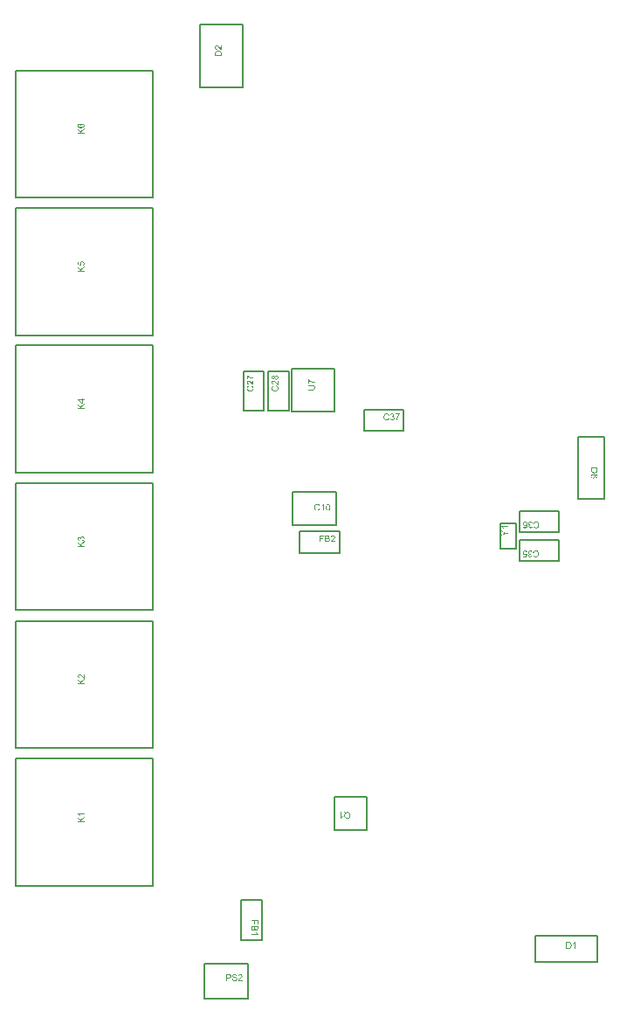
<source format=gbr>
%TF.GenerationSoftware,Altium Limited,Altium Designer,25.8.1 (18)*%
G04 Layer_Color=16711935*
%FSLAX45Y45*%
%MOMM*%
%TF.SameCoordinates,031978D1-9D18-463A-8735-F8186BF7E524*%
%TF.FilePolarity,Positive*%
%TF.FileFunction,Other,Top_Assembly*%
%TF.Part,Single*%
G01*
G75*
%TA.AperFunction,NonConductor*%
%ADD74C,0.20000*%
G36*
X1280058Y4828043D02*
X1279965D01*
X1279595D01*
X1279041D01*
X1278301Y4828135D01*
X1277469Y4828228D01*
X1276544Y4828412D01*
X1275620Y4828597D01*
X1274603Y4828967D01*
X1274510D01*
X1274418Y4829060D01*
X1273863Y4829245D01*
X1273031Y4829614D01*
X1271922Y4830169D01*
X1270627Y4830909D01*
X1269148Y4831833D01*
X1267669Y4832850D01*
X1266097Y4834145D01*
X1266004D01*
X1265912Y4834330D01*
X1265357Y4834792D01*
X1264525Y4835624D01*
X1263323Y4836826D01*
X1261936Y4838213D01*
X1260272Y4839969D01*
X1258423Y4842096D01*
X1256481Y4844407D01*
X1256389Y4844500D01*
X1256112Y4844870D01*
X1255649Y4845424D01*
X1255095Y4846072D01*
X1254355Y4846904D01*
X1253523Y4847921D01*
X1252598Y4848938D01*
X1251581Y4850140D01*
X1249362Y4852451D01*
X1247143Y4854762D01*
X1246034Y4855872D01*
X1244924Y4856889D01*
X1243907Y4857813D01*
X1242890Y4858553D01*
X1242798D01*
X1242705Y4858738D01*
X1242428Y4858923D01*
X1242058Y4859108D01*
X1241041Y4859755D01*
X1239839Y4860495D01*
X1238360Y4861142D01*
X1236788Y4861789D01*
X1235032Y4862159D01*
X1233367Y4862344D01*
X1233275D01*
X1233182D01*
X1232628Y4862251D01*
X1231703Y4862159D01*
X1230686Y4861882D01*
X1229392Y4861512D01*
X1228097Y4860865D01*
X1226803Y4860032D01*
X1225509Y4858923D01*
X1225324Y4858738D01*
X1224954Y4858276D01*
X1224492Y4857629D01*
X1223844Y4856612D01*
X1223290Y4855317D01*
X1222735Y4853838D01*
X1222365Y4852081D01*
X1222273Y4850140D01*
Y4849585D01*
X1222365Y4849215D01*
X1222458Y4848106D01*
X1222735Y4846811D01*
X1223105Y4845424D01*
X1223752Y4843853D01*
X1224584Y4842373D01*
X1225694Y4840987D01*
X1225878Y4840802D01*
X1226341Y4840432D01*
X1227080Y4839877D01*
X1228190Y4839322D01*
X1229484Y4838675D01*
X1231148Y4838120D01*
X1232998Y4837751D01*
X1235124Y4837566D01*
X1234292Y4829522D01*
X1234199D01*
X1233922Y4829614D01*
X1233460D01*
X1232813Y4829707D01*
X1232073Y4829892D01*
X1231241Y4830077D01*
X1230224Y4830354D01*
X1229207Y4830631D01*
X1226988Y4831371D01*
X1224769Y4832481D01*
X1223659Y4833128D01*
X1222550Y4833960D01*
X1221533Y4834792D01*
X1220608Y4835717D01*
X1220516Y4835809D01*
X1220424Y4835994D01*
X1220146Y4836271D01*
X1219869Y4836734D01*
X1219499Y4837288D01*
X1219129Y4837935D01*
X1218667Y4838675D01*
X1218205Y4839600D01*
X1217742Y4840617D01*
X1217280Y4841726D01*
X1216910Y4842928D01*
X1216540Y4844222D01*
X1216263Y4845609D01*
X1215986Y4847089D01*
X1215893Y4848660D01*
X1215801Y4850325D01*
Y4851249D01*
X1215893Y4851896D01*
X1215986Y4852636D01*
X1216078Y4853561D01*
X1216263Y4854578D01*
X1216448Y4855595D01*
X1217095Y4857998D01*
X1218020Y4860402D01*
X1218574Y4861604D01*
X1219222Y4862806D01*
X1220054Y4863916D01*
X1220978Y4864933D01*
X1221071Y4865025D01*
X1221163Y4865210D01*
X1221533Y4865395D01*
X1221903Y4865765D01*
X1222365Y4866227D01*
X1223012Y4866689D01*
X1223659Y4867152D01*
X1224492Y4867706D01*
X1226248Y4868631D01*
X1228467Y4869555D01*
X1229577Y4869925D01*
X1230871Y4870110D01*
X1232165Y4870295D01*
X1233552Y4870388D01*
X1233737D01*
X1234199D01*
X1234939Y4870295D01*
X1235956Y4870203D01*
X1237066Y4870018D01*
X1238360Y4869648D01*
X1239747Y4869278D01*
X1241134Y4868723D01*
X1241319Y4868631D01*
X1241781Y4868446D01*
X1242521Y4868076D01*
X1243538Y4867521D01*
X1244647Y4866782D01*
X1246034Y4865857D01*
X1247421Y4864748D01*
X1248992Y4863453D01*
X1249177Y4863268D01*
X1249732Y4862806D01*
X1250194Y4862344D01*
X1250657Y4861882D01*
X1251211Y4861327D01*
X1251951Y4860587D01*
X1252691Y4859848D01*
X1253523Y4858923D01*
X1254447Y4857998D01*
X1255464Y4856889D01*
X1256481Y4855687D01*
X1257683Y4854393D01*
X1258885Y4852913D01*
X1260180Y4851434D01*
X1260272Y4851342D01*
X1260457Y4851157D01*
X1260734Y4850787D01*
X1261104Y4850325D01*
X1261659Y4849770D01*
X1262214Y4849123D01*
X1263416Y4847643D01*
X1264802Y4846072D01*
X1266189Y4844592D01*
X1267391Y4843298D01*
X1267853Y4842743D01*
X1268316Y4842281D01*
X1268408Y4842188D01*
X1268686Y4841911D01*
X1269055Y4841541D01*
X1269610Y4841079D01*
X1270257Y4840617D01*
X1270904Y4840062D01*
X1272476Y4838952D01*
Y4870480D01*
X1280058D01*
Y4828043D01*
D02*
G37*
G36*
Y4814082D02*
X1247790Y4791338D01*
X1257868Y4780890D01*
X1280058D01*
Y4772384D01*
X1216078D01*
Y4780890D01*
X1247883D01*
X1216078Y4812510D01*
Y4824067D01*
X1242058Y4797255D01*
X1280058Y4825269D01*
Y4814082D01*
D02*
G37*
G36*
X2737325Y1963515D02*
X2737972D01*
X2739729Y1963330D01*
X2741671Y1963052D01*
X2743705Y1962590D01*
X2745924Y1962035D01*
X2747958Y1961296D01*
X2748050D01*
X2748235Y1961203D01*
X2748512Y1961018D01*
X2748882Y1960834D01*
X2749807Y1960371D01*
X2751009Y1959539D01*
X2752396Y1958615D01*
X2753782Y1957413D01*
X2755077Y1956026D01*
X2756279Y1954454D01*
Y1954362D01*
X2756371Y1954269D01*
X2756556Y1953992D01*
X2756741Y1953714D01*
X2757203Y1952790D01*
X2757758Y1951588D01*
X2758405Y1950109D01*
X2758867Y1948352D01*
X2759330Y1946503D01*
X2759515Y1944469D01*
X2751379Y1943822D01*
Y1943914D01*
Y1944099D01*
X2751286Y1944376D01*
X2751194Y1944839D01*
X2750916Y1945856D01*
X2750546Y1947242D01*
X2749992Y1948722D01*
X2749160Y1950201D01*
X2748143Y1951588D01*
X2746848Y1952882D01*
X2746663Y1952975D01*
X2746201Y1953345D01*
X2745276Y1953899D01*
X2744075Y1954454D01*
X2742503Y1955009D01*
X2740654Y1955564D01*
X2738342Y1955933D01*
X2735753Y1956026D01*
X2734459D01*
X2733904Y1955933D01*
X2733165Y1955841D01*
X2731501Y1955656D01*
X2729651Y1955286D01*
X2727802Y1954824D01*
X2726046Y1954084D01*
X2725306Y1953622D01*
X2724566Y1953160D01*
X2724381Y1953067D01*
X2724012Y1952697D01*
X2723457Y1952050D01*
X2722902Y1951311D01*
X2722255Y1950294D01*
X2721700Y1949184D01*
X2721330Y1947890D01*
X2721145Y1946410D01*
Y1946225D01*
Y1945856D01*
X2721238Y1945208D01*
X2721423Y1944469D01*
X2721700Y1943544D01*
X2722162Y1942620D01*
X2722717Y1941695D01*
X2723549Y1940771D01*
X2723642Y1940678D01*
X2724104Y1940401D01*
X2724474Y1940123D01*
X2724844Y1939938D01*
X2725398Y1939661D01*
X2726046Y1939291D01*
X2726878Y1939014D01*
X2727802Y1938644D01*
X2728819Y1938274D01*
X2730021Y1937812D01*
X2731316Y1937442D01*
X2732795Y1936980D01*
X2734459Y1936610D01*
X2736308Y1936148D01*
X2736401D01*
X2736770Y1936055D01*
X2737325Y1935963D01*
X2737972Y1935778D01*
X2738805Y1935593D01*
X2739822Y1935316D01*
X2740839Y1935038D01*
X2741948Y1934761D01*
X2744352Y1934114D01*
X2746663Y1933467D01*
X2747773Y1933097D01*
X2748790Y1932727D01*
X2749714Y1932450D01*
X2750454Y1932080D01*
X2750546D01*
X2750731Y1931987D01*
X2751009Y1931802D01*
X2751379Y1931617D01*
X2752396Y1931063D01*
X2753597Y1930323D01*
X2754984Y1929306D01*
X2756371Y1928197D01*
X2757666Y1926902D01*
X2758775Y1925515D01*
X2758867Y1925330D01*
X2759237Y1924868D01*
X2759607Y1924036D01*
X2760162Y1922927D01*
X2760624Y1921632D01*
X2761086Y1920060D01*
X2761364Y1918304D01*
X2761456Y1916455D01*
Y1916362D01*
Y1916270D01*
Y1915992D01*
Y1915623D01*
X2761271Y1914606D01*
X2761086Y1913311D01*
X2760717Y1911832D01*
X2760254Y1910260D01*
X2759515Y1908596D01*
X2758498Y1906839D01*
Y1906747D01*
X2758405Y1906654D01*
X2757943Y1906100D01*
X2757296Y1905267D01*
X2756371Y1904343D01*
X2755169Y1903233D01*
X2753690Y1902032D01*
X2752026Y1900922D01*
X2750084Y1899905D01*
X2749992D01*
X2749807Y1899813D01*
X2749529Y1899720D01*
X2749160Y1899535D01*
X2748605Y1899350D01*
X2747958Y1899073D01*
X2746478Y1898703D01*
X2744722Y1898241D01*
X2742595Y1897779D01*
X2740284Y1897501D01*
X2737788Y1897409D01*
X2736308D01*
X2735569Y1897501D01*
X2734736D01*
X2733812Y1897594D01*
X2732702Y1897686D01*
X2730391Y1898056D01*
X2727987Y1898426D01*
X2725583Y1899073D01*
X2723272Y1899905D01*
X2723179D01*
X2722995Y1899997D01*
X2722717Y1900182D01*
X2722347Y1900367D01*
X2721238Y1900922D01*
X2719944Y1901754D01*
X2718464Y1902864D01*
X2716892Y1904158D01*
X2715413Y1905730D01*
X2714026Y1907486D01*
Y1907579D01*
X2713841Y1907764D01*
X2713749Y1908041D01*
X2713472Y1908411D01*
X2713287Y1908873D01*
X2713009Y1909428D01*
X2712362Y1910815D01*
X2711715Y1912571D01*
X2711160Y1914513D01*
X2710790Y1916732D01*
X2710605Y1919043D01*
X2718557Y1919783D01*
Y1919691D01*
Y1919598D01*
X2718649Y1919321D01*
Y1918951D01*
X2718834Y1918119D01*
X2719111Y1916917D01*
X2719481Y1915715D01*
X2719851Y1914328D01*
X2720498Y1913034D01*
X2721145Y1911832D01*
X2721238Y1911739D01*
X2721515Y1911370D01*
X2721978Y1910722D01*
X2722717Y1910075D01*
X2723642Y1909243D01*
X2724659Y1908411D01*
X2726046Y1907579D01*
X2727525Y1906839D01*
X2727617D01*
X2727710Y1906747D01*
X2727987Y1906654D01*
X2728265Y1906562D01*
X2729189Y1906284D01*
X2730391Y1905915D01*
X2731870Y1905545D01*
X2733535Y1905267D01*
X2735384Y1905083D01*
X2737418Y1904990D01*
X2738250D01*
X2739174Y1905083D01*
X2740284Y1905175D01*
X2741578Y1905360D01*
X2743058Y1905545D01*
X2744537Y1905915D01*
X2745924Y1906377D01*
X2746109Y1906469D01*
X2746571Y1906654D01*
X2747218Y1907024D01*
X2748050Y1907394D01*
X2748882Y1908041D01*
X2749807Y1908688D01*
X2750731Y1909428D01*
X2751471Y1910353D01*
X2751563Y1910445D01*
X2751748Y1910815D01*
X2752026Y1911277D01*
X2752396Y1912017D01*
X2752765Y1912756D01*
X2753043Y1913681D01*
X2753228Y1914698D01*
X2753320Y1915807D01*
Y1915900D01*
Y1916362D01*
X2753228Y1916917D01*
X2753135Y1917657D01*
X2752858Y1918396D01*
X2752580Y1919321D01*
X2752118Y1920245D01*
X2751471Y1921077D01*
X2751379Y1921170D01*
X2751101Y1921447D01*
X2750731Y1921817D01*
X2750084Y1922372D01*
X2749345Y1922927D01*
X2748327Y1923574D01*
X2747126Y1924221D01*
X2745739Y1924776D01*
X2745646Y1924868D01*
X2745184Y1924961D01*
X2744444Y1925238D01*
X2743982Y1925330D01*
X2743335Y1925515D01*
X2742688Y1925793D01*
X2741856Y1925978D01*
X2740931Y1926255D01*
X2739822Y1926532D01*
X2738712Y1926810D01*
X2737418Y1927180D01*
X2735938Y1927549D01*
X2734367Y1927919D01*
X2734274D01*
X2733997Y1928012D01*
X2733535Y1928104D01*
X2732980Y1928289D01*
X2732240Y1928474D01*
X2731408Y1928659D01*
X2729559Y1929214D01*
X2727525Y1929861D01*
X2725398Y1930508D01*
X2723549Y1931155D01*
X2722717Y1931525D01*
X2721978Y1931895D01*
X2721885D01*
X2721793Y1931987D01*
X2721238Y1932357D01*
X2720406Y1932819D01*
X2719481Y1933559D01*
X2718372Y1934391D01*
X2717262Y1935408D01*
X2716153Y1936610D01*
X2715228Y1937904D01*
X2715136Y1938089D01*
X2714858Y1938552D01*
X2714489Y1939291D01*
X2714119Y1940216D01*
X2713749Y1941418D01*
X2713379Y1942805D01*
X2713102Y1944284D01*
X2713009Y1945856D01*
Y1945948D01*
Y1946041D01*
Y1946318D01*
Y1946688D01*
X2713194Y1947612D01*
X2713379Y1948814D01*
X2713656Y1950201D01*
X2714119Y1951773D01*
X2714766Y1953345D01*
X2715691Y1954916D01*
Y1955009D01*
X2715783Y1955101D01*
X2716245Y1955656D01*
X2716892Y1956396D01*
X2717725Y1957320D01*
X2718834Y1958337D01*
X2720221Y1959447D01*
X2721885Y1960464D01*
X2723734Y1961388D01*
X2723827D01*
X2724012Y1961481D01*
X2724289Y1961573D01*
X2724659Y1961758D01*
X2725121Y1961943D01*
X2725768Y1962128D01*
X2727155Y1962498D01*
X2728912Y1962868D01*
X2730946Y1963237D01*
X2733072Y1963515D01*
X2735476Y1963607D01*
X2736678D01*
X2737325Y1963515D01*
D02*
G37*
G36*
X2792614Y1962683D02*
X2793354Y1962590D01*
X2794278Y1962498D01*
X2795295Y1962313D01*
X2796312Y1962128D01*
X2798716Y1961481D01*
X2801120Y1960556D01*
X2802322Y1960001D01*
X2803524Y1959354D01*
X2804633Y1958522D01*
X2805650Y1957598D01*
X2805743Y1957505D01*
X2805928Y1957413D01*
X2806112Y1957043D01*
X2806482Y1956673D01*
X2806945Y1956211D01*
X2807407Y1955564D01*
X2807869Y1954916D01*
X2808424Y1954084D01*
X2809348Y1952328D01*
X2810273Y1950109D01*
X2810643Y1948999D01*
X2810828Y1947705D01*
X2811013Y1946410D01*
X2811105Y1945024D01*
Y1944839D01*
Y1944376D01*
X2811013Y1943637D01*
X2810920Y1942620D01*
X2810735Y1941510D01*
X2810365Y1940216D01*
X2809996Y1938829D01*
X2809441Y1937442D01*
X2809348Y1937257D01*
X2809164Y1936795D01*
X2808794Y1936055D01*
X2808239Y1935038D01*
X2807499Y1933929D01*
X2806575Y1932542D01*
X2805465Y1931155D01*
X2804171Y1929583D01*
X2803986Y1929398D01*
X2803524Y1928844D01*
X2803061Y1928381D01*
X2802599Y1927919D01*
X2802044Y1927364D01*
X2801305Y1926625D01*
X2800565Y1925885D01*
X2799641Y1925053D01*
X2798716Y1924128D01*
X2797607Y1923111D01*
X2796405Y1922094D01*
X2795110Y1920893D01*
X2793631Y1919691D01*
X2792152Y1918396D01*
X2792059Y1918304D01*
X2791874Y1918119D01*
X2791504Y1917841D01*
X2791042Y1917472D01*
X2790487Y1916917D01*
X2789840Y1916362D01*
X2788361Y1915160D01*
X2786789Y1913773D01*
X2785310Y1912387D01*
X2784016Y1911185D01*
X2783461Y1910722D01*
X2782998Y1910260D01*
X2782906Y1910168D01*
X2782629Y1909890D01*
X2782259Y1909520D01*
X2781797Y1908966D01*
X2781334Y1908319D01*
X2780780Y1907671D01*
X2779670Y1906100D01*
X2811198D01*
Y1898518D01*
X2768760D01*
Y1898611D01*
Y1898980D01*
Y1899535D01*
X2768853Y1900275D01*
X2768945Y1901107D01*
X2769130Y1902032D01*
X2769315Y1902956D01*
X2769685Y1903973D01*
Y1904066D01*
X2769777Y1904158D01*
X2769962Y1904713D01*
X2770332Y1905545D01*
X2770887Y1906654D01*
X2771626Y1907949D01*
X2772551Y1909428D01*
X2773568Y1910907D01*
X2774862Y1912479D01*
Y1912571D01*
X2775047Y1912664D01*
X2775510Y1913219D01*
X2776342Y1914051D01*
X2777544Y1915253D01*
X2778930Y1916640D01*
X2780687Y1918304D01*
X2782814Y1920153D01*
X2785125Y1922094D01*
X2785217Y1922187D01*
X2785587Y1922464D01*
X2786142Y1922927D01*
X2786789Y1923481D01*
X2787621Y1924221D01*
X2788638Y1925053D01*
X2789655Y1925978D01*
X2790857Y1926995D01*
X2793169Y1929214D01*
X2795480Y1931433D01*
X2796590Y1932542D01*
X2797607Y1933651D01*
X2798531Y1934668D01*
X2799271Y1935685D01*
Y1935778D01*
X2799456Y1935870D01*
X2799641Y1936148D01*
X2799825Y1936518D01*
X2800473Y1937535D01*
X2801212Y1938737D01*
X2801860Y1940216D01*
X2802507Y1941788D01*
X2802877Y1943544D01*
X2803061Y1945208D01*
Y1945301D01*
Y1945393D01*
X2802969Y1945948D01*
X2802877Y1946873D01*
X2802599Y1947890D01*
X2802229Y1949184D01*
X2801582Y1950478D01*
X2800750Y1951773D01*
X2799641Y1953067D01*
X2799456Y1953252D01*
X2798993Y1953622D01*
X2798346Y1954084D01*
X2797329Y1954731D01*
X2796035Y1955286D01*
X2794555Y1955841D01*
X2792799Y1956211D01*
X2790857Y1956303D01*
X2790303D01*
X2789933Y1956211D01*
X2788823Y1956118D01*
X2787529Y1955841D01*
X2786142Y1955471D01*
X2784570Y1954824D01*
X2783091Y1953992D01*
X2781704Y1952882D01*
X2781519Y1952697D01*
X2781149Y1952235D01*
X2780595Y1951495D01*
X2780040Y1950386D01*
X2779393Y1949092D01*
X2778838Y1947427D01*
X2778468Y1945578D01*
X2778283Y1943452D01*
X2770240Y1944284D01*
Y1944376D01*
X2770332Y1944654D01*
Y1945116D01*
X2770424Y1945763D01*
X2770609Y1946503D01*
X2770794Y1947335D01*
X2771072Y1948352D01*
X2771349Y1949369D01*
X2772089Y1951588D01*
X2773198Y1953807D01*
X2773845Y1954916D01*
X2774677Y1956026D01*
X2775510Y1957043D01*
X2776434Y1957967D01*
X2776527Y1958060D01*
X2776711Y1958152D01*
X2776989Y1958430D01*
X2777451Y1958707D01*
X2778006Y1959077D01*
X2778653Y1959447D01*
X2779393Y1959909D01*
X2780317Y1960371D01*
X2781334Y1960834D01*
X2782444Y1961296D01*
X2783646Y1961666D01*
X2784940Y1962035D01*
X2786327Y1962313D01*
X2787806Y1962590D01*
X2789378Y1962683D01*
X2791042Y1962775D01*
X2791967D01*
X2792614Y1962683D01*
D02*
G37*
G36*
X2681482Y1962405D02*
X2683054Y1962313D01*
X2684718Y1962220D01*
X2686290Y1962035D01*
X2687676Y1961851D01*
X2687861D01*
X2688508Y1961666D01*
X2689341Y1961481D01*
X2690450Y1961203D01*
X2691652Y1960741D01*
X2692946Y1960186D01*
X2694333Y1959539D01*
X2695535Y1958799D01*
X2695720Y1958707D01*
X2696090Y1958430D01*
X2696645Y1957875D01*
X2697384Y1957228D01*
X2698216Y1956396D01*
X2699048Y1955286D01*
X2699973Y1954084D01*
X2700713Y1952697D01*
X2700805Y1952512D01*
X2700990Y1952050D01*
X2701360Y1951218D01*
X2701730Y1950109D01*
X2702007Y1948814D01*
X2702377Y1947335D01*
X2702562Y1945671D01*
X2702654Y1943914D01*
Y1943822D01*
Y1943544D01*
Y1943174D01*
X2702562Y1942527D01*
X2702469Y1941880D01*
X2702377Y1941048D01*
X2702192Y1940123D01*
X2702007Y1939106D01*
X2701360Y1936980D01*
X2700990Y1935870D01*
X2700435Y1934668D01*
X2699788Y1933467D01*
X2699141Y1932357D01*
X2698309Y1931248D01*
X2697384Y1930138D01*
X2697292Y1930046D01*
X2697107Y1929861D01*
X2696830Y1929583D01*
X2696367Y1929306D01*
X2695812Y1928844D01*
X2695073Y1928381D01*
X2694148Y1927827D01*
X2693131Y1927364D01*
X2691929Y1926810D01*
X2690542Y1926255D01*
X2689063Y1925793D01*
X2687307Y1925423D01*
X2685457Y1925053D01*
X2683423Y1924776D01*
X2681112Y1924591D01*
X2678708Y1924498D01*
X2662343D01*
Y1898518D01*
X2653837D01*
Y1962498D01*
X2680095D01*
X2681482Y1962405D01*
D02*
G37*
G36*
X3458480Y7725626D02*
X3458665Y7725441D01*
X3459035Y7725071D01*
X3459590Y7724701D01*
X3460237Y7724146D01*
X3460977Y7723407D01*
X3461901Y7722667D01*
X3463011Y7721835D01*
X3464120Y7721003D01*
X3465414Y7719986D01*
X3466894Y7718969D01*
X3468373Y7717952D01*
X3470037Y7716842D01*
X3471794Y7715733D01*
X3473735Y7714623D01*
X3475677Y7713514D01*
X3475770Y7713421D01*
X3476139Y7713237D01*
X3476694Y7712959D01*
X3477526Y7712497D01*
X3478543Y7712035D01*
X3479653Y7711480D01*
X3480947Y7710833D01*
X3482426Y7710185D01*
X3484091Y7709446D01*
X3485755Y7708614D01*
X3487604Y7707874D01*
X3489545Y7707134D01*
X3493521Y7705655D01*
X3497774Y7704268D01*
X3497867D01*
X3498144Y7704176D01*
X3498606Y7704083D01*
X3499161Y7703898D01*
X3499901Y7703714D01*
X3500825Y7703529D01*
X3501842Y7703251D01*
X3502952Y7703066D01*
X3504246Y7702789D01*
X3505633Y7702512D01*
X3508591Y7702049D01*
X3511827Y7701587D01*
X3515341Y7701310D01*
Y7693266D01*
X3515248D01*
X3514971D01*
X3514601D01*
X3514046Y7693359D01*
X3513307D01*
X3512382Y7693451D01*
X3511365Y7693543D01*
X3510256Y7693636D01*
X3508961Y7693821D01*
X3507667Y7694006D01*
X3506095Y7694283D01*
X3504523Y7694560D01*
X3502859Y7694838D01*
X3501010Y7695208D01*
X3497219Y7696132D01*
X3497127D01*
X3496757Y7696225D01*
X3496202Y7696410D01*
X3495370Y7696687D01*
X3494446Y7696964D01*
X3493336Y7697334D01*
X3492042Y7697704D01*
X3490655Y7698259D01*
X3489083Y7698813D01*
X3487511Y7699368D01*
X3483998Y7700755D01*
X3480300Y7702419D01*
X3476602Y7704268D01*
X3476509Y7704361D01*
X3476139Y7704546D01*
X3475677Y7704823D01*
X3474937Y7705193D01*
X3474105Y7705655D01*
X3473088Y7706302D01*
X3471979Y7706950D01*
X3470777Y7707689D01*
X3468096Y7709446D01*
X3465322Y7711295D01*
X3462456Y7713421D01*
X3459775Y7715640D01*
Y7684298D01*
X3452193D01*
Y7725718D01*
X3458388D01*
X3458480Y7725626D01*
D02*
G37*
G36*
X3490747Y7672741D02*
X3491672D01*
X3492781Y7672648D01*
X3493891Y7672556D01*
X3496387Y7672279D01*
X3498976Y7671909D01*
X3501472Y7671354D01*
X3502674Y7670984D01*
X3503784Y7670614D01*
X3503876D01*
X3504061Y7670522D01*
X3504338Y7670337D01*
X3504708Y7670152D01*
X3505725Y7669597D01*
X3507020Y7668765D01*
X3508499Y7667656D01*
X3509978Y7666361D01*
X3511550Y7664697D01*
X3512937Y7662663D01*
Y7662571D01*
X3513122Y7662386D01*
X3513214Y7662108D01*
X3513492Y7661646D01*
X3513769Y7661091D01*
X3514046Y7660352D01*
X3514324Y7659612D01*
X3514694Y7658688D01*
X3515063Y7657670D01*
X3515341Y7656561D01*
X3515618Y7655359D01*
X3515895Y7653972D01*
X3516080Y7652585D01*
X3516265Y7651106D01*
X3516450Y7647778D01*
Y7646946D01*
X3516358Y7646298D01*
Y7645559D01*
X3516265Y7644634D01*
X3516173Y7643617D01*
X3516080Y7642600D01*
X3515711Y7640289D01*
X3515156Y7637792D01*
X3514416Y7635389D01*
X3513399Y7633077D01*
Y7632985D01*
X3513214Y7632800D01*
X3513029Y7632522D01*
X3512844Y7632153D01*
X3512105Y7631136D01*
X3511088Y7629934D01*
X3509793Y7628547D01*
X3508314Y7627252D01*
X3506465Y7625958D01*
X3504431Y7624941D01*
X3504338D01*
X3504154Y7624849D01*
X3503784Y7624756D01*
X3503321Y7624571D01*
X3502767Y7624386D01*
X3502027Y7624201D01*
X3501195Y7623924D01*
X3500178Y7623739D01*
X3499068Y7623554D01*
X3497867Y7623277D01*
X3496572Y7623092D01*
X3495185Y7622907D01*
X3493614Y7622722D01*
X3491949Y7622630D01*
X3490193Y7622537D01*
X3488344D01*
X3451361D01*
Y7631043D01*
X3488344D01*
X3488436D01*
X3488713D01*
X3489176D01*
X3489730D01*
X3490378Y7631136D01*
X3491210D01*
X3492966Y7631228D01*
X3495000Y7631413D01*
X3497034Y7631690D01*
X3498976Y7632060D01*
X3499808Y7632245D01*
X3500640Y7632522D01*
X3500825Y7632615D01*
X3501287Y7632800D01*
X3501935Y7633262D01*
X3502859Y7633817D01*
X3503784Y7634464D01*
X3504801Y7635389D01*
X3505818Y7636498D01*
X3506650Y7637792D01*
X3506742Y7637977D01*
X3507020Y7638440D01*
X3507297Y7639272D01*
X3507667Y7640381D01*
X3508129Y7641676D01*
X3508406Y7643340D01*
X3508684Y7645096D01*
X3508776Y7647038D01*
Y7647963D01*
X3508684Y7648517D01*
Y7649349D01*
X3508591Y7650182D01*
X3508222Y7652216D01*
X3507759Y7654435D01*
X3507020Y7656561D01*
X3506003Y7658595D01*
X3505355Y7659520D01*
X3504616Y7660352D01*
X3504523Y7660444D01*
X3504431Y7660537D01*
X3504154Y7660722D01*
X3503784Y7660999D01*
X3503229Y7661276D01*
X3502674Y7661646D01*
X3501842Y7662016D01*
X3501010Y7662386D01*
X3499993Y7662756D01*
X3498791Y7663033D01*
X3497404Y7663403D01*
X3495925Y7663680D01*
X3494261Y7663957D01*
X3492504Y7664142D01*
X3490470Y7664327D01*
X3488344D01*
X3451361D01*
Y7672833D01*
X3488344D01*
X3488436D01*
X3488806D01*
X3489268D01*
X3489915D01*
X3490747Y7672741D01*
D02*
G37*
G36*
X3539351Y6521492D02*
X3540183Y6521400D01*
X3541200Y6521307D01*
X3542217Y6521215D01*
X3543419Y6520937D01*
X3545916Y6520383D01*
X3548689Y6519551D01*
X3550076Y6518996D01*
X3551371Y6518349D01*
X3552665Y6517517D01*
X3553959Y6516684D01*
X3554052Y6516592D01*
X3554237Y6516500D01*
X3554607Y6516222D01*
X3555069Y6515760D01*
X3555531Y6515298D01*
X3556178Y6514650D01*
X3556826Y6513911D01*
X3557565Y6513171D01*
X3558305Y6512247D01*
X3559044Y6511137D01*
X3559877Y6510028D01*
X3560616Y6508826D01*
X3561263Y6507439D01*
X3562003Y6506052D01*
X3562558Y6504573D01*
X3563113Y6502909D01*
X3554791Y6500967D01*
Y6501059D01*
X3554699Y6501244D01*
X3554514Y6501614D01*
X3554329Y6502076D01*
X3554144Y6502631D01*
X3553867Y6503371D01*
X3553127Y6504850D01*
X3552203Y6506514D01*
X3551093Y6508178D01*
X3549706Y6509750D01*
X3548227Y6511137D01*
X3548042Y6511322D01*
X3547487Y6511692D01*
X3546563Y6512154D01*
X3545361Y6512801D01*
X3543789Y6513356D01*
X3542033Y6513911D01*
X3539906Y6514281D01*
X3537595Y6514373D01*
X3536855D01*
X3536393Y6514281D01*
X3535746D01*
X3535006Y6514188D01*
X3533249Y6513911D01*
X3531308Y6513541D01*
X3529274Y6512894D01*
X3527147Y6511969D01*
X3525206Y6510767D01*
X3525113D01*
X3525021Y6510582D01*
X3524373Y6510120D01*
X3523541Y6509380D01*
X3522524Y6508271D01*
X3521322Y6506884D01*
X3520213Y6505312D01*
X3519196Y6503371D01*
X3518271Y6501244D01*
Y6501152D01*
X3518179Y6500967D01*
X3518086Y6500690D01*
X3517994Y6500227D01*
X3517809Y6499673D01*
X3517624Y6499025D01*
X3517347Y6497454D01*
X3516977Y6495604D01*
X3516607Y6493570D01*
X3516422Y6491352D01*
X3516330Y6488948D01*
Y6488855D01*
Y6488578D01*
Y6488116D01*
Y6487561D01*
X3516422Y6486914D01*
Y6486082D01*
X3516515Y6485157D01*
X3516607Y6484140D01*
X3516885Y6481921D01*
X3517347Y6479517D01*
X3517902Y6477113D01*
X3518641Y6474709D01*
Y6474617D01*
X3518734Y6474432D01*
X3518919Y6474155D01*
X3519103Y6473692D01*
X3519658Y6472583D01*
X3520490Y6471289D01*
X3521507Y6469809D01*
X3522802Y6468238D01*
X3524281Y6466851D01*
X3526038Y6465556D01*
X3526130D01*
X3526315Y6465464D01*
X3526592Y6465279D01*
X3526962Y6465094D01*
X3527424Y6464909D01*
X3527979Y6464632D01*
X3529274Y6464077D01*
X3530938Y6463522D01*
X3532787Y6463060D01*
X3534821Y6462690D01*
X3536947Y6462598D01*
X3537595D01*
X3538149Y6462690D01*
X3538797D01*
X3539444Y6462783D01*
X3541108Y6463152D01*
X3543050Y6463615D01*
X3544991Y6464354D01*
X3547025Y6465371D01*
X3548042Y6465926D01*
X3548967Y6466666D01*
X3549059Y6466758D01*
X3549152Y6466851D01*
X3549429Y6467128D01*
X3549799Y6467405D01*
X3550169Y6467868D01*
X3550631Y6468422D01*
X3551186Y6468977D01*
X3551648Y6469717D01*
X3552203Y6470549D01*
X3552850Y6471473D01*
X3553405Y6472398D01*
X3553959Y6473507D01*
X3554422Y6474709D01*
X3554884Y6476004D01*
X3555346Y6477391D01*
X3555716Y6478870D01*
X3564222Y6476743D01*
Y6476651D01*
X3564130Y6476281D01*
X3563945Y6475726D01*
X3563667Y6474987D01*
X3563390Y6474155D01*
X3563020Y6473138D01*
X3562558Y6472028D01*
X3562003Y6470826D01*
X3560709Y6468238D01*
X3559044Y6465649D01*
X3558027Y6464354D01*
X3557010Y6463060D01*
X3555901Y6461950D01*
X3554607Y6460841D01*
X3554514Y6460749D01*
X3554329Y6460564D01*
X3553867Y6460379D01*
X3553405Y6460009D01*
X3552665Y6459547D01*
X3551925Y6459084D01*
X3550908Y6458622D01*
X3549891Y6458160D01*
X3548689Y6457605D01*
X3547395Y6457143D01*
X3546008Y6456681D01*
X3544529Y6456218D01*
X3542957Y6455848D01*
X3541293Y6455663D01*
X3539536Y6455479D01*
X3537687Y6455386D01*
X3536670D01*
X3535930Y6455479D01*
X3535098D01*
X3534081Y6455571D01*
X3532972Y6455756D01*
X3531677Y6455941D01*
X3528996Y6456403D01*
X3526223Y6457143D01*
X3523449Y6458160D01*
X3522154Y6458807D01*
X3520860Y6459547D01*
X3520768Y6459639D01*
X3520583Y6459732D01*
X3520213Y6460009D01*
X3519843Y6460379D01*
X3519288Y6460749D01*
X3518641Y6461303D01*
X3517902Y6461950D01*
X3517162Y6462690D01*
X3516422Y6463522D01*
X3515590Y6464354D01*
X3513926Y6466481D01*
X3512354Y6468977D01*
X3510967Y6471751D01*
Y6471843D01*
X3510782Y6472121D01*
X3510690Y6472583D01*
X3510413Y6473138D01*
X3510228Y6473877D01*
X3509950Y6474802D01*
X3509580Y6475819D01*
X3509303Y6476928D01*
X3509026Y6478130D01*
X3508656Y6479517D01*
X3508194Y6482383D01*
X3507824Y6485619D01*
X3507639Y6488948D01*
Y6489040D01*
Y6489410D01*
Y6489965D01*
X3507731Y6490612D01*
Y6491536D01*
X3507824Y6492461D01*
X3507916Y6493663D01*
X3508101Y6494865D01*
X3508563Y6497546D01*
X3509211Y6500505D01*
X3510135Y6503463D01*
X3511430Y6506329D01*
X3511522Y6506422D01*
X3511615Y6506699D01*
X3511799Y6507069D01*
X3512169Y6507531D01*
X3512539Y6508178D01*
X3513001Y6508918D01*
X3514203Y6510582D01*
X3515775Y6512431D01*
X3517624Y6514281D01*
X3519751Y6516130D01*
X3522247Y6517701D01*
X3522339Y6517794D01*
X3522617Y6517886D01*
X3522987Y6518071D01*
X3523449Y6518349D01*
X3524189Y6518626D01*
X3524928Y6518903D01*
X3525853Y6519273D01*
X3526870Y6519643D01*
X3527979Y6520013D01*
X3529181Y6520383D01*
X3531770Y6520937D01*
X3534729Y6521400D01*
X3537780Y6521585D01*
X3538704D01*
X3539351Y6521492D01*
D02*
G37*
G36*
X3601019Y6456496D02*
X3593161D01*
Y6506514D01*
X3593068Y6506422D01*
X3592606Y6506052D01*
X3592051Y6505497D01*
X3591127Y6504850D01*
X3590110Y6504018D01*
X3588815Y6503093D01*
X3587336Y6502076D01*
X3585672Y6501059D01*
X3585579D01*
X3585487Y6500967D01*
X3584932Y6500597D01*
X3584008Y6500135D01*
X3582898Y6499580D01*
X3581604Y6498933D01*
X3580217Y6498286D01*
X3578830Y6497639D01*
X3577443Y6497084D01*
Y6504665D01*
X3577536D01*
X3577721Y6504850D01*
X3578090Y6504943D01*
X3578553Y6505220D01*
X3579107Y6505497D01*
X3579755Y6505867D01*
X3581326Y6506792D01*
X3583175Y6507809D01*
X3585025Y6509103D01*
X3586966Y6510582D01*
X3588908Y6512154D01*
X3589000Y6512247D01*
X3589093Y6512339D01*
X3589370Y6512616D01*
X3589740Y6512894D01*
X3590572Y6513818D01*
X3591681Y6514928D01*
X3592791Y6516222D01*
X3593993Y6517701D01*
X3595010Y6519181D01*
X3595934Y6520753D01*
X3601019D01*
Y6456496D01*
D02*
G37*
G36*
X3643919Y6520660D02*
X3645121Y6520475D01*
X3646508Y6520198D01*
X3647987Y6519828D01*
X3649559Y6519366D01*
X3651038Y6518626D01*
X3651131D01*
X3651223Y6518534D01*
X3651685Y6518256D01*
X3652425Y6517794D01*
X3653350Y6517147D01*
X3654367Y6516222D01*
X3655476Y6515205D01*
X3656493Y6514003D01*
X3657510Y6512616D01*
X3657603Y6512431D01*
X3657972Y6511969D01*
X3658342Y6511137D01*
X3658989Y6509935D01*
X3659544Y6508548D01*
X3660284Y6506977D01*
X3660931Y6505127D01*
X3661486Y6503093D01*
Y6503001D01*
X3661578Y6502816D01*
X3661671Y6502539D01*
X3661763Y6502076D01*
X3661856Y6501522D01*
X3661948Y6500874D01*
X3662133Y6500042D01*
X3662225Y6499118D01*
X3662410Y6498101D01*
X3662503Y6496991D01*
X3662595Y6495697D01*
X3662780Y6494403D01*
X3662873Y6492923D01*
Y6491444D01*
X3662965Y6489780D01*
Y6488023D01*
Y6487931D01*
Y6487561D01*
Y6486914D01*
Y6486174D01*
X3662873Y6485157D01*
Y6484047D01*
X3662780Y6482846D01*
X3662688Y6481551D01*
X3662410Y6478593D01*
X3661948Y6475542D01*
X3661393Y6472583D01*
X3661023Y6471196D01*
X3660561Y6469809D01*
Y6469717D01*
X3660469Y6469532D01*
X3660284Y6469162D01*
X3660099Y6468700D01*
X3659914Y6468053D01*
X3659544Y6467405D01*
X3658804Y6465834D01*
X3657880Y6464169D01*
X3656678Y6462320D01*
X3655291Y6460656D01*
X3653627Y6459084D01*
X3653534D01*
X3653442Y6458899D01*
X3653165Y6458715D01*
X3652795Y6458530D01*
X3652333Y6458252D01*
X3651870Y6457882D01*
X3650483Y6457235D01*
X3648819Y6456588D01*
X3646878Y6455941D01*
X3644566Y6455571D01*
X3642070Y6455386D01*
X3641145D01*
X3640498Y6455479D01*
X3639759Y6455571D01*
X3638834Y6455756D01*
X3637817Y6455941D01*
X3636707Y6456218D01*
X3635598Y6456588D01*
X3634396Y6456958D01*
X3633194Y6457513D01*
X3631992Y6458160D01*
X3630790Y6458899D01*
X3629588Y6459824D01*
X3628479Y6460841D01*
X3627462Y6461950D01*
X3627369Y6462043D01*
X3627185Y6462320D01*
X3626907Y6462783D01*
X3626445Y6463522D01*
X3625983Y6464354D01*
X3625520Y6465464D01*
X3624873Y6466758D01*
X3624318Y6468238D01*
X3623764Y6469902D01*
X3623209Y6471843D01*
X3622654Y6473970D01*
X3622192Y6476374D01*
X3621730Y6478962D01*
X3621452Y6481736D01*
X3621267Y6484787D01*
X3621175Y6488023D01*
Y6488116D01*
Y6488485D01*
Y6489133D01*
Y6489872D01*
X3621267Y6490889D01*
Y6491999D01*
X3621360Y6493201D01*
X3621452Y6494587D01*
X3621730Y6497454D01*
X3622192Y6500505D01*
X3622747Y6503556D01*
X3623116Y6504943D01*
X3623486Y6506329D01*
Y6506422D01*
X3623579Y6506607D01*
X3623764Y6506977D01*
X3623949Y6507439D01*
X3624133Y6508086D01*
X3624503Y6508733D01*
X3625243Y6510305D01*
X3626167Y6511969D01*
X3627369Y6513726D01*
X3628756Y6515483D01*
X3630420Y6516962D01*
X3630513D01*
X3630605Y6517147D01*
X3630883Y6517332D01*
X3631253Y6517517D01*
X3631715Y6517886D01*
X3632270Y6518164D01*
X3633656Y6518903D01*
X3635321Y6519551D01*
X3637262Y6520198D01*
X3639574Y6520568D01*
X3642070Y6520753D01*
X3642902D01*
X3643919Y6520660D01*
D02*
G37*
G36*
X3142104Y7766721D02*
X3142751Y7766628D01*
X3143583Y7766536D01*
X3144508Y7766351D01*
X3145525Y7766073D01*
X3147651Y7765426D01*
X3148853Y7764964D01*
X3149963Y7764317D01*
X3151165Y7763670D01*
X3152274Y7762930D01*
X3153384Y7762005D01*
X3154493Y7760988D01*
X3154586Y7760896D01*
X3154770Y7760711D01*
X3155048Y7760434D01*
X3155325Y7759971D01*
X3155787Y7759324D01*
X3156250Y7758677D01*
X3156712Y7757845D01*
X3157267Y7756920D01*
X3157821Y7755903D01*
X3158284Y7754701D01*
X3158746Y7753407D01*
X3159208Y7752113D01*
X3159486Y7750633D01*
X3159763Y7749061D01*
X3159948Y7747490D01*
X3160040Y7745733D01*
Y7744808D01*
X3159948Y7744161D01*
X3159856Y7743329D01*
X3159763Y7742405D01*
X3159578Y7741388D01*
X3159301Y7740278D01*
X3158654Y7737782D01*
X3158191Y7736487D01*
X3157729Y7735286D01*
X3157082Y7733991D01*
X3156342Y7732697D01*
X3155510Y7731495D01*
X3154493Y7730385D01*
X3154401Y7730293D01*
X3154216Y7730108D01*
X3153938Y7729831D01*
X3153476Y7729461D01*
X3152921Y7729091D01*
X3152274Y7728536D01*
X3151534Y7728074D01*
X3150610Y7727519D01*
X3149685Y7726964D01*
X3148576Y7726502D01*
X3146264Y7725578D01*
X3144878Y7725208D01*
X3143491Y7724930D01*
X3142011Y7724746D01*
X3140532Y7724653D01*
X3140440D01*
X3140255D01*
X3139885D01*
X3139515Y7724746D01*
X3138960D01*
X3138313Y7724838D01*
X3136834Y7725023D01*
X3135170Y7725393D01*
X3133506Y7725947D01*
X3131749Y7726780D01*
X3130085Y7727797D01*
X3129992D01*
X3129900Y7727981D01*
X3129437Y7728351D01*
X3128698Y7729091D01*
X3127773Y7730108D01*
X3126849Y7731402D01*
X3125832Y7732974D01*
X3125000Y7734731D01*
X3124352Y7736857D01*
Y7736765D01*
X3124260Y7736672D01*
X3124167Y7736395D01*
X3123983Y7736025D01*
X3123613Y7735193D01*
X3123058Y7734084D01*
X3122318Y7732882D01*
X3121394Y7731680D01*
X3120377Y7730570D01*
X3119267Y7729553D01*
X3119082Y7729461D01*
X3118713Y7729183D01*
X3117973Y7728814D01*
X3117048Y7728444D01*
X3115846Y7727981D01*
X3114460Y7727612D01*
X3112888Y7727334D01*
X3111224Y7727242D01*
X3111131D01*
X3110946D01*
X3110576D01*
X3110022Y7727334D01*
X3109467Y7727427D01*
X3108727Y7727519D01*
X3107156Y7727889D01*
X3105306Y7728444D01*
X3103365Y7729368D01*
X3102348Y7729923D01*
X3101331Y7730570D01*
X3100406Y7731402D01*
X3099482Y7732234D01*
X3099389Y7732327D01*
X3099297Y7732512D01*
X3099019Y7732789D01*
X3098742Y7733159D01*
X3098372Y7733621D01*
X3098002Y7734269D01*
X3097540Y7735008D01*
X3097078Y7735748D01*
X3096616Y7736672D01*
X3096153Y7737689D01*
X3095783Y7738799D01*
X3095414Y7740001D01*
X3094859Y7742590D01*
X3094766Y7744069D01*
X3094674Y7745548D01*
Y7746380D01*
X3094766Y7746935D01*
X3094859Y7747675D01*
X3094951Y7748507D01*
X3095044Y7749431D01*
X3095321Y7750356D01*
X3095876Y7752575D01*
X3096708Y7754794D01*
X3097263Y7755903D01*
X3097910Y7757013D01*
X3098742Y7758030D01*
X3099574Y7759047D01*
X3099667Y7759139D01*
X3099759Y7759232D01*
X3100036Y7759509D01*
X3100406Y7759879D01*
X3100961Y7760249D01*
X3101516Y7760711D01*
X3102903Y7761635D01*
X3104659Y7762560D01*
X3106693Y7763392D01*
X3109005Y7764039D01*
X3110207Y7764132D01*
X3111501Y7764224D01*
X3111593D01*
X3111686D01*
X3112241D01*
X3113073Y7764132D01*
X3114090Y7763947D01*
X3115384Y7763670D01*
X3116679Y7763207D01*
X3117973Y7762652D01*
X3119267Y7761820D01*
X3119452Y7761728D01*
X3119822Y7761358D01*
X3120377Y7760803D01*
X3121116Y7760064D01*
X3121949Y7759047D01*
X3122781Y7757845D01*
X3123613Y7756458D01*
X3124352Y7754794D01*
Y7754886D01*
X3124445Y7755071D01*
X3124537Y7755348D01*
X3124722Y7755718D01*
X3125185Y7756828D01*
X3125832Y7758122D01*
X3126756Y7759509D01*
X3127773Y7760988D01*
X3129068Y7762375D01*
X3130547Y7763670D01*
X3130639D01*
X3130732Y7763762D01*
X3131287Y7764132D01*
X3132211Y7764687D01*
X3133413Y7765241D01*
X3134892Y7765796D01*
X3136649Y7766351D01*
X3138591Y7766721D01*
X3140717Y7766813D01*
X3140810D01*
X3141087D01*
X3141549D01*
X3142104Y7766721D01*
D02*
G37*
G36*
X3158931Y7673895D02*
X3158838D01*
X3158469D01*
X3157914D01*
X3157174Y7673987D01*
X3156342Y7674080D01*
X3155418Y7674265D01*
X3154493Y7674449D01*
X3153476Y7674819D01*
X3153384D01*
X3153291Y7674912D01*
X3152736Y7675097D01*
X3151904Y7675466D01*
X3150795Y7676021D01*
X3149500Y7676761D01*
X3148021Y7677685D01*
X3146542Y7678702D01*
X3144970Y7679997D01*
X3144878D01*
X3144785Y7680182D01*
X3144230Y7680644D01*
X3143398Y7681476D01*
X3142196Y7682678D01*
X3140810Y7684065D01*
X3139145Y7685822D01*
X3137296Y7687948D01*
X3135355Y7690259D01*
X3135262Y7690352D01*
X3134985Y7690722D01*
X3134523Y7691276D01*
X3133968Y7691924D01*
X3133228Y7692756D01*
X3132396Y7693773D01*
X3131472Y7694790D01*
X3130454Y7695992D01*
X3128236Y7698303D01*
X3126017Y7700615D01*
X3124907Y7701724D01*
X3123798Y7702741D01*
X3122781Y7703666D01*
X3121764Y7704405D01*
X3121671D01*
X3121579Y7704590D01*
X3121301Y7704775D01*
X3120932Y7704960D01*
X3119915Y7705607D01*
X3118713Y7706347D01*
X3117233Y7706994D01*
X3115662Y7707641D01*
X3113905Y7708011D01*
X3112241Y7708196D01*
X3112148D01*
X3112056D01*
X3111501Y7708103D01*
X3110576Y7708011D01*
X3109559Y7707734D01*
X3108265Y7707364D01*
X3106971Y7706717D01*
X3105676Y7705885D01*
X3104382Y7704775D01*
X3104197Y7704590D01*
X3103827Y7704128D01*
X3103365Y7703481D01*
X3102718Y7702464D01*
X3102163Y7701169D01*
X3101608Y7699690D01*
X3101238Y7697933D01*
X3101146Y7695992D01*
Y7695437D01*
X3101238Y7695067D01*
X3101331Y7693958D01*
X3101608Y7692663D01*
X3101978Y7691276D01*
X3102625Y7689705D01*
X3103457Y7688225D01*
X3104567Y7686839D01*
X3104752Y7686654D01*
X3105214Y7686284D01*
X3105954Y7685729D01*
X3107063Y7685174D01*
X3108358Y7684527D01*
X3110022Y7683972D01*
X3111871Y7683603D01*
X3113997Y7683418D01*
X3113165Y7675374D01*
X3113073D01*
X3112795Y7675466D01*
X3112333D01*
X3111686Y7675559D01*
X3110946Y7675744D01*
X3110114Y7675929D01*
X3109097Y7676206D01*
X3108080Y7676484D01*
X3105861Y7677223D01*
X3103642Y7678333D01*
X3102533Y7678980D01*
X3101423Y7679812D01*
X3100406Y7680644D01*
X3099482Y7681569D01*
X3099389Y7681661D01*
X3099297Y7681846D01*
X3099019Y7682123D01*
X3098742Y7682586D01*
X3098372Y7683140D01*
X3098002Y7683788D01*
X3097540Y7684527D01*
X3097078Y7685452D01*
X3096616Y7686469D01*
X3096153Y7687578D01*
X3095783Y7688780D01*
X3095414Y7690075D01*
X3095136Y7691461D01*
X3094859Y7692941D01*
X3094766Y7694512D01*
X3094674Y7696177D01*
Y7697101D01*
X3094766Y7697748D01*
X3094859Y7698488D01*
X3094951Y7699413D01*
X3095136Y7700430D01*
X3095321Y7701447D01*
X3095968Y7703850D01*
X3096893Y7706254D01*
X3097448Y7707456D01*
X3098095Y7708658D01*
X3098927Y7709768D01*
X3099852Y7710785D01*
X3099944Y7710877D01*
X3100036Y7711062D01*
X3100406Y7711247D01*
X3100776Y7711617D01*
X3101238Y7712079D01*
X3101886Y7712541D01*
X3102533Y7713004D01*
X3103365Y7713558D01*
X3105122Y7714483D01*
X3107340Y7715407D01*
X3108450Y7715777D01*
X3109744Y7715962D01*
X3111039Y7716147D01*
X3112426Y7716240D01*
X3112610D01*
X3113073D01*
X3113812Y7716147D01*
X3114829Y7716055D01*
X3115939Y7715870D01*
X3117233Y7715500D01*
X3118620Y7715130D01*
X3120007Y7714575D01*
X3120192Y7714483D01*
X3120654Y7714298D01*
X3121394Y7713928D01*
X3122411Y7713373D01*
X3123520Y7712634D01*
X3124907Y7711709D01*
X3126294Y7710600D01*
X3127866Y7709305D01*
X3128051Y7709120D01*
X3128605Y7708658D01*
X3129068Y7708196D01*
X3129530Y7707734D01*
X3130085Y7707179D01*
X3130824Y7706439D01*
X3131564Y7705700D01*
X3132396Y7704775D01*
X3133321Y7703850D01*
X3134338Y7702741D01*
X3135355Y7701539D01*
X3136557Y7700245D01*
X3137759Y7698765D01*
X3139053Y7697286D01*
X3139145Y7697194D01*
X3139330Y7697009D01*
X3139608Y7696639D01*
X3139977Y7696177D01*
X3140532Y7695622D01*
X3141087Y7694975D01*
X3142289Y7693495D01*
X3143676Y7691924D01*
X3145063Y7690444D01*
X3146264Y7689150D01*
X3146727Y7688595D01*
X3147189Y7688133D01*
X3147281Y7688041D01*
X3147559Y7687763D01*
X3147929Y7687393D01*
X3148483Y7686931D01*
X3149131Y7686469D01*
X3149778Y7685914D01*
X3151350Y7684805D01*
Y7716332D01*
X3158931D01*
Y7673895D01*
D02*
G37*
G36*
X3139145Y7667700D02*
X3139700Y7667515D01*
X3140440Y7667238D01*
X3141272Y7666961D01*
X3142289Y7666591D01*
X3143398Y7666128D01*
X3144600Y7665574D01*
X3147189Y7664279D01*
X3149778Y7662615D01*
X3151072Y7661598D01*
X3152367Y7660581D01*
X3153476Y7659472D01*
X3154586Y7658177D01*
X3154678Y7658085D01*
X3154863Y7657900D01*
X3155048Y7657438D01*
X3155418Y7656975D01*
X3155880Y7656236D01*
X3156342Y7655496D01*
X3156804Y7654479D01*
X3157267Y7653462D01*
X3157821Y7652260D01*
X3158284Y7650966D01*
X3158746Y7649579D01*
X3159208Y7648100D01*
X3159578Y7646528D01*
X3159763Y7644864D01*
X3159948Y7643107D01*
X3160040Y7641258D01*
Y7640241D01*
X3159948Y7639501D01*
Y7638669D01*
X3159856Y7637652D01*
X3159671Y7636543D01*
X3159486Y7635248D01*
X3159023Y7632567D01*
X3158284Y7629793D01*
X3157267Y7627020D01*
X3156620Y7625725D01*
X3155880Y7624431D01*
X3155787Y7624338D01*
X3155695Y7624153D01*
X3155418Y7623784D01*
X3155048Y7623414D01*
X3154678Y7622859D01*
X3154123Y7622212D01*
X3153476Y7621472D01*
X3152736Y7620733D01*
X3151904Y7619993D01*
X3151072Y7619161D01*
X3148946Y7617497D01*
X3146449Y7615925D01*
X3143676Y7614538D01*
X3143583D01*
X3143306Y7614353D01*
X3142844Y7614261D01*
X3142289Y7613983D01*
X3141549Y7613798D01*
X3140625Y7613521D01*
X3139608Y7613151D01*
X3138498Y7612874D01*
X3137296Y7612596D01*
X3135909Y7612227D01*
X3133043Y7611764D01*
X3129807Y7611394D01*
X3126479Y7611210D01*
X3126386D01*
X3126017D01*
X3125462D01*
X3124815Y7611302D01*
X3123890D01*
X3122966Y7611394D01*
X3121764Y7611487D01*
X3120562Y7611672D01*
X3117880Y7612134D01*
X3114922Y7612781D01*
X3111963Y7613706D01*
X3109097Y7615000D01*
X3109005Y7615093D01*
X3108727Y7615185D01*
X3108358Y7615370D01*
X3107895Y7615740D01*
X3107248Y7616110D01*
X3106508Y7616572D01*
X3104844Y7617774D01*
X3102995Y7619346D01*
X3101146Y7621195D01*
X3099297Y7623321D01*
X3097725Y7625818D01*
X3097633Y7625910D01*
X3097540Y7626187D01*
X3097355Y7626557D01*
X3097078Y7627020D01*
X3096801Y7627759D01*
X3096523Y7628499D01*
X3096153Y7629423D01*
X3095783Y7630440D01*
X3095414Y7631550D01*
X3095044Y7632752D01*
X3094489Y7635341D01*
X3094027Y7638299D01*
X3093842Y7641350D01*
Y7642275D01*
X3093934Y7642922D01*
X3094027Y7643754D01*
X3094119Y7644771D01*
X3094212Y7645788D01*
X3094489Y7646990D01*
X3095044Y7649486D01*
X3095876Y7652260D01*
X3096431Y7653647D01*
X3097078Y7654941D01*
X3097910Y7656236D01*
X3098742Y7657530D01*
X3098835Y7657622D01*
X3098927Y7657807D01*
X3099204Y7658177D01*
X3099667Y7658639D01*
X3100129Y7659102D01*
X3100776Y7659749D01*
X3101516Y7660396D01*
X3102255Y7661136D01*
X3103180Y7661875D01*
X3104289Y7662615D01*
X3105399Y7663447D01*
X3106601Y7664187D01*
X3107988Y7664834D01*
X3109375Y7665574D01*
X3110854Y7666128D01*
X3112518Y7666683D01*
X3114460Y7658362D01*
X3114367D01*
X3114182Y7658270D01*
X3113812Y7658085D01*
X3113350Y7657900D01*
X3112795Y7657715D01*
X3112056Y7657438D01*
X3110576Y7656698D01*
X3108912Y7655773D01*
X3107248Y7654664D01*
X3105676Y7653277D01*
X3104289Y7651798D01*
X3104105Y7651613D01*
X3103735Y7651058D01*
X3103272Y7650134D01*
X3102625Y7648932D01*
X3102071Y7647360D01*
X3101516Y7645603D01*
X3101146Y7643477D01*
X3101053Y7641165D01*
Y7640426D01*
X3101146Y7639963D01*
Y7639316D01*
X3101238Y7638577D01*
X3101516Y7636820D01*
X3101886Y7634878D01*
X3102533Y7632844D01*
X3103457Y7630718D01*
X3104659Y7628776D01*
Y7628684D01*
X3104844Y7628591D01*
X3105306Y7627944D01*
X3106046Y7627112D01*
X3107156Y7626095D01*
X3108542Y7624893D01*
X3110114Y7623784D01*
X3112056Y7622767D01*
X3114182Y7621842D01*
X3114275D01*
X3114460Y7621750D01*
X3114737Y7621657D01*
X3115199Y7621565D01*
X3115754Y7621380D01*
X3116401Y7621195D01*
X3117973Y7620917D01*
X3119822Y7620548D01*
X3121856Y7620178D01*
X3124075Y7619993D01*
X3126479Y7619900D01*
X3126571D01*
X3126849D01*
X3127311D01*
X3127866D01*
X3128513Y7619993D01*
X3129345D01*
X3130270Y7620085D01*
X3131287Y7620178D01*
X3133506Y7620455D01*
X3135909Y7620917D01*
X3138313Y7621472D01*
X3140717Y7622212D01*
X3140810D01*
X3140994Y7622304D01*
X3141272Y7622489D01*
X3141734Y7622674D01*
X3142844Y7623229D01*
X3144138Y7624061D01*
X3145617Y7625078D01*
X3147189Y7626372D01*
X3148576Y7627852D01*
X3149870Y7629608D01*
Y7629701D01*
X3149963Y7629886D01*
X3150148Y7630163D01*
X3150333Y7630533D01*
X3150517Y7630995D01*
X3150795Y7631550D01*
X3151350Y7632844D01*
X3151904Y7634508D01*
X3152367Y7636358D01*
X3152736Y7638392D01*
X3152829Y7640518D01*
Y7641165D01*
X3152736Y7641720D01*
Y7642367D01*
X3152644Y7643014D01*
X3152274Y7644679D01*
X3151812Y7646620D01*
X3151072Y7648562D01*
X3150055Y7650596D01*
X3149500Y7651613D01*
X3148761Y7652537D01*
X3148668Y7652630D01*
X3148576Y7652722D01*
X3148299Y7653000D01*
X3148021Y7653370D01*
X3147559Y7653739D01*
X3147004Y7654202D01*
X3146449Y7654756D01*
X3145710Y7655219D01*
X3144878Y7655773D01*
X3143953Y7656421D01*
X3143029Y7656975D01*
X3141919Y7657530D01*
X3140717Y7657992D01*
X3139423Y7658455D01*
X3138036Y7658917D01*
X3136557Y7659287D01*
X3138683Y7667793D01*
X3138776D01*
X3139145Y7667700D01*
D02*
G37*
G36*
X2862076Y7766575D02*
X2862260Y7766390D01*
X2862630Y7766020D01*
X2863185Y7765650D01*
X2863832Y7765095D01*
X2864572Y7764356D01*
X2865496Y7763616D01*
X2866606Y7762784D01*
X2867715Y7761952D01*
X2869010Y7760935D01*
X2870489Y7759918D01*
X2871968Y7758901D01*
X2873633Y7757791D01*
X2875389Y7756682D01*
X2877331Y7755572D01*
X2879272Y7754463D01*
X2879365Y7754370D01*
X2879735Y7754185D01*
X2880289Y7753908D01*
X2881121Y7753446D01*
X2882139Y7752983D01*
X2883248Y7752429D01*
X2884542Y7751782D01*
X2886022Y7751134D01*
X2887686Y7750395D01*
X2889350Y7749563D01*
X2891199Y7748823D01*
X2893141Y7748083D01*
X2897116Y7746604D01*
X2901369Y7745217D01*
X2901462D01*
X2901739Y7745125D01*
X2902201Y7745032D01*
X2902756Y7744847D01*
X2903496Y7744662D01*
X2904420Y7744478D01*
X2905437Y7744200D01*
X2906547Y7744015D01*
X2907841Y7743738D01*
X2909228Y7743461D01*
X2912187Y7742998D01*
X2915423Y7742536D01*
X2918936Y7742259D01*
Y7734215D01*
X2918844D01*
X2918566D01*
X2918196D01*
X2917642Y7734307D01*
X2916902D01*
X2915977Y7734400D01*
X2914960Y7734492D01*
X2913851Y7734585D01*
X2912557Y7734770D01*
X2911262Y7734955D01*
X2909690Y7735232D01*
X2908119Y7735509D01*
X2906454Y7735787D01*
X2904605Y7736156D01*
X2900815Y7737081D01*
X2900722D01*
X2900352Y7737174D01*
X2899798Y7737358D01*
X2898965Y7737636D01*
X2898041Y7737913D01*
X2896931Y7738283D01*
X2895637Y7738653D01*
X2894250Y7739208D01*
X2892678Y7739762D01*
X2891107Y7740317D01*
X2887593Y7741704D01*
X2883895Y7743368D01*
X2880197Y7745217D01*
X2880104Y7745310D01*
X2879735Y7745495D01*
X2879272Y7745772D01*
X2878533Y7746142D01*
X2877701Y7746604D01*
X2876684Y7747251D01*
X2875574Y7747898D01*
X2874372Y7748638D01*
X2871691Y7750395D01*
X2868917Y7752244D01*
X2866051Y7754370D01*
X2863370Y7756589D01*
Y7725247D01*
X2855789D01*
Y7766667D01*
X2861983D01*
X2862076Y7766575D01*
D02*
G37*
G36*
X2918936Y7673841D02*
X2918844D01*
X2918474D01*
X2917919D01*
X2917179Y7673934D01*
X2916347Y7674026D01*
X2915423Y7674211D01*
X2914498Y7674396D01*
X2913481Y7674766D01*
X2913389D01*
X2913296Y7674858D01*
X2912741Y7675043D01*
X2911909Y7675413D01*
X2910800Y7675968D01*
X2909505Y7676707D01*
X2908026Y7677632D01*
X2906547Y7678649D01*
X2904975Y7679943D01*
X2904883D01*
X2904790Y7680128D01*
X2904235Y7680590D01*
X2903403Y7681423D01*
X2902201Y7682624D01*
X2900815Y7684011D01*
X2899150Y7685768D01*
X2897301Y7687894D01*
X2895360Y7690206D01*
X2895267Y7690298D01*
X2894990Y7690668D01*
X2894528Y7691223D01*
X2893973Y7691870D01*
X2893233Y7692702D01*
X2892401Y7693719D01*
X2891477Y7694736D01*
X2890460Y7695938D01*
X2888241Y7698250D01*
X2886022Y7700561D01*
X2884912Y7701670D01*
X2883803Y7702687D01*
X2882786Y7703612D01*
X2881769Y7704352D01*
X2881676D01*
X2881584Y7704537D01*
X2881306Y7704721D01*
X2880937Y7704906D01*
X2879920Y7705554D01*
X2878718Y7706293D01*
X2877238Y7706940D01*
X2875667Y7707588D01*
X2873910Y7707957D01*
X2872246Y7708142D01*
X2872153D01*
X2872061D01*
X2871506Y7708050D01*
X2870582Y7707957D01*
X2869564Y7707680D01*
X2868270Y7707310D01*
X2866976Y7706663D01*
X2865681Y7705831D01*
X2864387Y7704721D01*
X2864202Y7704537D01*
X2863832Y7704074D01*
X2863370Y7703427D01*
X2862723Y7702410D01*
X2862168Y7701116D01*
X2861613Y7699636D01*
X2861243Y7697880D01*
X2861151Y7695938D01*
Y7695383D01*
X2861243Y7695014D01*
X2861336Y7693904D01*
X2861613Y7692610D01*
X2861983Y7691223D01*
X2862630Y7689651D01*
X2863462Y7688172D01*
X2864572Y7686785D01*
X2864757Y7686600D01*
X2865219Y7686230D01*
X2865959Y7685676D01*
X2867068Y7685121D01*
X2868363Y7684474D01*
X2870027Y7683919D01*
X2871876Y7683549D01*
X2874002Y7683364D01*
X2873170Y7675320D01*
X2873078D01*
X2872800Y7675413D01*
X2872338D01*
X2871691Y7675505D01*
X2870951Y7675690D01*
X2870119Y7675875D01*
X2869102Y7676153D01*
X2868085Y7676430D01*
X2865866Y7677170D01*
X2863647Y7678279D01*
X2862538Y7678926D01*
X2861428Y7679758D01*
X2860411Y7680590D01*
X2859487Y7681515D01*
X2859394Y7681607D01*
X2859302Y7681792D01*
X2859025Y7682070D01*
X2858747Y7682532D01*
X2858377Y7683087D01*
X2858007Y7683734D01*
X2857545Y7684474D01*
X2857083Y7685398D01*
X2856621Y7686415D01*
X2856158Y7687525D01*
X2855789Y7688727D01*
X2855419Y7690021D01*
X2855141Y7691408D01*
X2854864Y7692887D01*
X2854772Y7694459D01*
X2854679Y7696123D01*
Y7697048D01*
X2854772Y7697695D01*
X2854864Y7698434D01*
X2854956Y7699359D01*
X2855141Y7700376D01*
X2855326Y7701393D01*
X2855973Y7703797D01*
X2856898Y7706201D01*
X2857453Y7707403D01*
X2858100Y7708605D01*
X2858932Y7709714D01*
X2859857Y7710731D01*
X2859949Y7710824D01*
X2860042Y7711008D01*
X2860411Y7711193D01*
X2860781Y7711563D01*
X2861243Y7712025D01*
X2861891Y7712488D01*
X2862538Y7712950D01*
X2863370Y7713505D01*
X2865127Y7714429D01*
X2867346Y7715354D01*
X2868455Y7715724D01*
X2869749Y7715909D01*
X2871044Y7716094D01*
X2872431Y7716186D01*
X2872616D01*
X2873078D01*
X2873817Y7716094D01*
X2874834Y7716001D01*
X2875944Y7715816D01*
X2877238Y7715446D01*
X2878625Y7715077D01*
X2880012Y7714522D01*
X2880197Y7714429D01*
X2880659Y7714244D01*
X2881399Y7713875D01*
X2882416Y7713320D01*
X2883525Y7712580D01*
X2884912Y7711656D01*
X2886299Y7710546D01*
X2887871Y7709252D01*
X2888056Y7709067D01*
X2888610Y7708605D01*
X2889073Y7708142D01*
X2889535Y7707680D01*
X2890090Y7707125D01*
X2890829Y7706386D01*
X2891569Y7705646D01*
X2892401Y7704721D01*
X2893326Y7703797D01*
X2894343Y7702687D01*
X2895360Y7701485D01*
X2896562Y7700191D01*
X2897764Y7698712D01*
X2899058Y7697233D01*
X2899150Y7697140D01*
X2899335Y7696955D01*
X2899613Y7696585D01*
X2899983Y7696123D01*
X2900537Y7695568D01*
X2901092Y7694921D01*
X2902294Y7693442D01*
X2903681Y7691870D01*
X2905068Y7690391D01*
X2906270Y7689096D01*
X2906732Y7688542D01*
X2907194Y7688079D01*
X2907287Y7687987D01*
X2907564Y7687710D01*
X2907934Y7687340D01*
X2908488Y7686877D01*
X2909136Y7686415D01*
X2909783Y7685860D01*
X2911355Y7684751D01*
Y7716278D01*
X2918936D01*
Y7673841D01*
D02*
G37*
G36*
X2899150Y7667647D02*
X2899705Y7667462D01*
X2900445Y7667184D01*
X2901277Y7666907D01*
X2902294Y7666537D01*
X2903403Y7666075D01*
X2904605Y7665520D01*
X2907194Y7664226D01*
X2909783Y7662562D01*
X2911077Y7661544D01*
X2912372Y7660527D01*
X2913481Y7659418D01*
X2914591Y7658124D01*
X2914683Y7658031D01*
X2914868Y7657846D01*
X2915053Y7657384D01*
X2915423Y7656922D01*
X2915885Y7656182D01*
X2916347Y7655442D01*
X2916810Y7654425D01*
X2917272Y7653408D01*
X2917827Y7652206D01*
X2918289Y7650912D01*
X2918751Y7649525D01*
X2919213Y7648046D01*
X2919583Y7646474D01*
X2919768Y7644810D01*
X2919953Y7643053D01*
X2920045Y7641204D01*
Y7640187D01*
X2919953Y7639448D01*
Y7638615D01*
X2919861Y7637598D01*
X2919676Y7636489D01*
X2919491Y7635195D01*
X2919028Y7632513D01*
X2918289Y7629740D01*
X2917272Y7626966D01*
X2916625Y7625672D01*
X2915885Y7624377D01*
X2915792Y7624285D01*
X2915700Y7624100D01*
X2915423Y7623730D01*
X2915053Y7623360D01*
X2914683Y7622805D01*
X2914128Y7622158D01*
X2913481Y7621419D01*
X2912741Y7620679D01*
X2911909Y7619939D01*
X2911077Y7619107D01*
X2908951Y7617443D01*
X2906454Y7615871D01*
X2903681Y7614484D01*
X2903588D01*
X2903311Y7614299D01*
X2902849Y7614207D01*
X2902294Y7613930D01*
X2901554Y7613745D01*
X2900630Y7613467D01*
X2899613Y7613098D01*
X2898503Y7612820D01*
X2897301Y7612543D01*
X2895914Y7612173D01*
X2893048Y7611711D01*
X2889812Y7611341D01*
X2886484Y7611156D01*
X2886391D01*
X2886022D01*
X2885467D01*
X2884820Y7611248D01*
X2883895D01*
X2882971Y7611341D01*
X2881769Y7611433D01*
X2880567Y7611618D01*
X2877886Y7612081D01*
X2874927Y7612728D01*
X2871968Y7613652D01*
X2869102Y7614947D01*
X2869010Y7615039D01*
X2868732Y7615132D01*
X2868363Y7615316D01*
X2867900Y7615686D01*
X2867253Y7616056D01*
X2866513Y7616518D01*
X2864849Y7617720D01*
X2863000Y7619292D01*
X2861151Y7621141D01*
X2859302Y7623268D01*
X2857730Y7625764D01*
X2857638Y7625856D01*
X2857545Y7626134D01*
X2857360Y7626504D01*
X2857083Y7626966D01*
X2856806Y7627706D01*
X2856528Y7628445D01*
X2856158Y7629370D01*
X2855789Y7630387D01*
X2855419Y7631496D01*
X2855049Y7632698D01*
X2854494Y7635287D01*
X2854032Y7638246D01*
X2853847Y7641297D01*
Y7642221D01*
X2853939Y7642868D01*
X2854032Y7643700D01*
X2854124Y7644718D01*
X2854217Y7645735D01*
X2854494Y7646936D01*
X2855049Y7649433D01*
X2855881Y7652206D01*
X2856436Y7653593D01*
X2857083Y7654888D01*
X2857915Y7656182D01*
X2858747Y7657476D01*
X2858840Y7657569D01*
X2858932Y7657754D01*
X2859209Y7658124D01*
X2859672Y7658586D01*
X2860134Y7659048D01*
X2860781Y7659695D01*
X2861521Y7660343D01*
X2862260Y7661082D01*
X2863185Y7661822D01*
X2864295Y7662562D01*
X2865404Y7663394D01*
X2866606Y7664133D01*
X2867993Y7664780D01*
X2869380Y7665520D01*
X2870859Y7666075D01*
X2872523Y7666630D01*
X2874465Y7658309D01*
X2874372D01*
X2874187Y7658216D01*
X2873817Y7658031D01*
X2873355Y7657846D01*
X2872800Y7657661D01*
X2872061Y7657384D01*
X2870582Y7656644D01*
X2868917Y7655720D01*
X2867253Y7654610D01*
X2865681Y7653223D01*
X2864295Y7651744D01*
X2864110Y7651559D01*
X2863740Y7651005D01*
X2863277Y7650080D01*
X2862630Y7648878D01*
X2862076Y7647306D01*
X2861521Y7645550D01*
X2861151Y7643423D01*
X2861059Y7641112D01*
Y7640372D01*
X2861151Y7639910D01*
Y7639263D01*
X2861243Y7638523D01*
X2861521Y7636766D01*
X2861891Y7634825D01*
X2862538Y7632791D01*
X2863462Y7630664D01*
X2864664Y7628723D01*
Y7628630D01*
X2864849Y7628538D01*
X2865312Y7627891D01*
X2866051Y7627058D01*
X2867161Y7626041D01*
X2868547Y7624839D01*
X2870119Y7623730D01*
X2872061Y7622713D01*
X2874187Y7621788D01*
X2874280D01*
X2874465Y7621696D01*
X2874742Y7621604D01*
X2875204Y7621511D01*
X2875759Y7621326D01*
X2876406Y7621141D01*
X2877978Y7620864D01*
X2879827Y7620494D01*
X2881861Y7620124D01*
X2884080Y7619939D01*
X2886484Y7619847D01*
X2886576D01*
X2886854D01*
X2887316D01*
X2887871D01*
X2888518Y7619939D01*
X2889350D01*
X2890275Y7620032D01*
X2891292Y7620124D01*
X2893511Y7620402D01*
X2895914Y7620864D01*
X2898318Y7621419D01*
X2900722Y7622158D01*
X2900815D01*
X2901000Y7622251D01*
X2901277Y7622436D01*
X2901739Y7622621D01*
X2902849Y7623175D01*
X2904143Y7624007D01*
X2905622Y7625024D01*
X2907194Y7626319D01*
X2908581Y7627798D01*
X2909875Y7629555D01*
Y7629647D01*
X2909968Y7629832D01*
X2910153Y7630109D01*
X2910338Y7630479D01*
X2910523Y7630942D01*
X2910800Y7631496D01*
X2911355Y7632791D01*
X2911909Y7634455D01*
X2912372Y7636304D01*
X2912741Y7638338D01*
X2912834Y7640465D01*
Y7641112D01*
X2912741Y7641666D01*
Y7642314D01*
X2912649Y7642961D01*
X2912279Y7644625D01*
X2911817Y7646567D01*
X2911077Y7648508D01*
X2910060Y7650542D01*
X2909505Y7651559D01*
X2908766Y7652484D01*
X2908673Y7652576D01*
X2908581Y7652669D01*
X2908304Y7652946D01*
X2908026Y7653316D01*
X2907564Y7653686D01*
X2907009Y7654148D01*
X2906454Y7654703D01*
X2905715Y7655165D01*
X2904883Y7655720D01*
X2903958Y7656367D01*
X2903034Y7656922D01*
X2901924Y7657476D01*
X2900722Y7657939D01*
X2899428Y7658401D01*
X2898041Y7658863D01*
X2896562Y7659233D01*
X2898688Y7667739D01*
X2898781D01*
X2899150Y7667647D01*
D02*
G37*
G36*
X5605826Y6349947D02*
X5606566Y6349855D01*
X5607398Y6349763D01*
X5608322Y6349578D01*
X5609339Y6349393D01*
X5611558Y6348838D01*
X5613870Y6347913D01*
X5615072Y6347359D01*
X5616181Y6346711D01*
X5617291Y6345879D01*
X5618400Y6345047D01*
X5618492Y6344955D01*
X5618677Y6344770D01*
X5618955Y6344493D01*
X5619232Y6344123D01*
X5619694Y6343660D01*
X5620157Y6343013D01*
X5620711Y6342366D01*
X5621266Y6341534D01*
X5621821Y6340609D01*
X5622376Y6339685D01*
X5623393Y6337466D01*
X5624225Y6334877D01*
X5624502Y6333490D01*
X5624687Y6332011D01*
X5616828Y6330994D01*
Y6331086D01*
X5616736Y6331271D01*
X5616643Y6331641D01*
X5616551Y6332103D01*
X5616458Y6332658D01*
X5616274Y6333305D01*
X5615811Y6334692D01*
X5615164Y6336356D01*
X5614332Y6337928D01*
X5613407Y6339407D01*
X5612298Y6340702D01*
X5612113Y6340794D01*
X5611743Y6341164D01*
X5611004Y6341626D01*
X5610079Y6342089D01*
X5608969Y6342643D01*
X5607583Y6343106D01*
X5606011Y6343476D01*
X5604347Y6343568D01*
X5603792D01*
X5603422Y6343476D01*
X5602405Y6343383D01*
X5601111Y6343106D01*
X5599631Y6342643D01*
X5598060Y6341996D01*
X5596488Y6341072D01*
X5595009Y6339777D01*
X5594824Y6339592D01*
X5594361Y6339038D01*
X5593807Y6338206D01*
X5593067Y6337096D01*
X5592327Y6335709D01*
X5591773Y6334137D01*
X5591310Y6332288D01*
X5591125Y6330254D01*
Y6330162D01*
Y6329977D01*
Y6329700D01*
X5591218Y6329330D01*
X5591310Y6328313D01*
X5591588Y6327111D01*
X5591958Y6325631D01*
X5592605Y6324152D01*
X5593529Y6322673D01*
X5594731Y6321286D01*
X5594916Y6321101D01*
X5595378Y6320731D01*
X5596118Y6320177D01*
X5597135Y6319529D01*
X5598429Y6318882D01*
X5600001Y6318327D01*
X5601758Y6317958D01*
X5603699Y6317773D01*
X5604532D01*
X5605179Y6317865D01*
X5606011Y6317958D01*
X5606935Y6318143D01*
X5608045Y6318327D01*
X5609247Y6318605D01*
X5608322Y6311671D01*
X5607860D01*
X5607490Y6311763D01*
X5606288D01*
X5605271Y6311578D01*
X5604069Y6311393D01*
X5602682Y6311116D01*
X5601111Y6310654D01*
X5599631Y6310006D01*
X5598060Y6309174D01*
X5597967D01*
X5597875Y6309082D01*
X5597412Y6308712D01*
X5596765Y6308065D01*
X5596026Y6307233D01*
X5595286Y6306031D01*
X5594639Y6304644D01*
X5594177Y6303072D01*
X5593992Y6302148D01*
Y6301131D01*
Y6301038D01*
Y6300946D01*
Y6300391D01*
X5594177Y6299651D01*
X5594361Y6298634D01*
X5594731Y6297525D01*
X5595194Y6296323D01*
X5595933Y6295121D01*
X5596950Y6294012D01*
X5597043Y6293919D01*
X5597505Y6293549D01*
X5598152Y6293087D01*
X5598984Y6292532D01*
X5600094Y6292070D01*
X5601388Y6291608D01*
X5602867Y6291238D01*
X5604532Y6291145D01*
X5605271D01*
X5606103Y6291330D01*
X5607213Y6291515D01*
X5608415Y6291885D01*
X5609617Y6292347D01*
X5610911Y6293087D01*
X5612113Y6294012D01*
X5612205Y6294104D01*
X5612575Y6294566D01*
X5613130Y6295213D01*
X5613777Y6296138D01*
X5614424Y6297340D01*
X5615072Y6298819D01*
X5615626Y6300576D01*
X5615996Y6302610D01*
X5623855Y6301223D01*
Y6301131D01*
X5623762Y6300853D01*
X5623670Y6300483D01*
X5623578Y6299929D01*
X5623393Y6299282D01*
X5623115Y6298542D01*
X5622561Y6296785D01*
X5621636Y6294751D01*
X5620526Y6292717D01*
X5619140Y6290776D01*
X5617383Y6289019D01*
X5617291Y6288926D01*
X5617106Y6288834D01*
X5616828Y6288649D01*
X5616458Y6288372D01*
X5615996Y6288002D01*
X5615349Y6287632D01*
X5614702Y6287262D01*
X5613870Y6286800D01*
X5612021Y6286060D01*
X5609894Y6285321D01*
X5607398Y6284858D01*
X5606103Y6284673D01*
X5603792D01*
X5602775Y6284766D01*
X5601573Y6284951D01*
X5600094Y6285228D01*
X5598429Y6285691D01*
X5596765Y6286245D01*
X5595101Y6286985D01*
X5595009D01*
X5594916Y6287077D01*
X5594361Y6287355D01*
X5593529Y6287909D01*
X5592605Y6288557D01*
X5591495Y6289481D01*
X5590386Y6290498D01*
X5589276Y6291700D01*
X5588352Y6293087D01*
X5588259Y6293272D01*
X5587982Y6293734D01*
X5587612Y6294566D01*
X5587150Y6295583D01*
X5586688Y6296785D01*
X5586318Y6298172D01*
X5586040Y6299744D01*
X5585948Y6301316D01*
Y6301500D01*
Y6302055D01*
X5586040Y6302795D01*
X5586225Y6303812D01*
X5586503Y6305014D01*
X5586965Y6306308D01*
X5587520Y6307603D01*
X5588259Y6308897D01*
X5588352Y6309082D01*
X5588629Y6309452D01*
X5589184Y6310099D01*
X5589924Y6310839D01*
X5590848Y6311671D01*
X5591958Y6312595D01*
X5593252Y6313427D01*
X5594824Y6314259D01*
X5594731D01*
X5594546Y6314352D01*
X5594269Y6314444D01*
X5593899Y6314537D01*
X5592882Y6314907D01*
X5591588Y6315461D01*
X5590108Y6316201D01*
X5588629Y6317126D01*
X5587242Y6318327D01*
X5585948Y6319714D01*
X5585855Y6319899D01*
X5585486Y6320454D01*
X5584931Y6321379D01*
X5584376Y6322580D01*
X5583821Y6324060D01*
X5583267Y6325816D01*
X5582897Y6327850D01*
X5582804Y6330069D01*
Y6330162D01*
Y6330439D01*
Y6330901D01*
X5582897Y6331456D01*
X5582989Y6332196D01*
X5583174Y6333028D01*
X5583359Y6333953D01*
X5583544Y6334970D01*
X5584284Y6337188D01*
X5584838Y6338390D01*
X5585393Y6339500D01*
X5586133Y6340702D01*
X5586965Y6341904D01*
X5587890Y6343106D01*
X5588999Y6344215D01*
X5589091Y6344308D01*
X5589276Y6344493D01*
X5589646Y6344770D01*
X5590108Y6345140D01*
X5590663Y6345602D01*
X5591403Y6346064D01*
X5592235Y6346619D01*
X5593252Y6347081D01*
X5594269Y6347636D01*
X5595471Y6348191D01*
X5596673Y6348653D01*
X5598060Y6349115D01*
X5599539Y6349485D01*
X5601111Y6349763D01*
X5602682Y6349947D01*
X5604439Y6350040D01*
X5605271D01*
X5605826Y6349947D01*
D02*
G37*
G36*
X5554143D02*
X5554883D01*
X5555715Y6349855D01*
X5556639Y6349670D01*
X5557749Y6349393D01*
X5558858Y6349115D01*
X5560153Y6348745D01*
X5561447Y6348283D01*
X5562741Y6347728D01*
X5564128Y6346989D01*
X5565423Y6346157D01*
X5566717Y6345232D01*
X5568011Y6344123D01*
X5569213Y6342828D01*
X5569306Y6342736D01*
X5569491Y6342458D01*
X5569768Y6342089D01*
X5570138Y6341441D01*
X5570693Y6340609D01*
X5571155Y6339685D01*
X5571710Y6338483D01*
X5572264Y6337188D01*
X5572912Y6335617D01*
X5573466Y6333860D01*
X5573929Y6331919D01*
X5574391Y6329792D01*
X5574853Y6327388D01*
X5575131Y6324799D01*
X5575315Y6322026D01*
X5575408Y6319067D01*
Y6318975D01*
Y6318882D01*
Y6318605D01*
Y6318235D01*
X5575315Y6317310D01*
Y6316016D01*
X5575223Y6314537D01*
X5575038Y6312780D01*
X5574853Y6310839D01*
X5574576Y6308712D01*
X5574206Y6306586D01*
X5573744Y6304274D01*
X5573189Y6302055D01*
X5572542Y6299836D01*
X5571710Y6297710D01*
X5570785Y6295676D01*
X5569768Y6293734D01*
X5568566Y6292070D01*
X5568474Y6291978D01*
X5568289Y6291793D01*
X5567919Y6291423D01*
X5567457Y6290868D01*
X5566902Y6290313D01*
X5566162Y6289759D01*
X5565238Y6289019D01*
X5564313Y6288372D01*
X5563204Y6287725D01*
X5562002Y6286985D01*
X5560615Y6286430D01*
X5559228Y6285783D01*
X5557656Y6285321D01*
X5555992Y6284951D01*
X5554236Y6284766D01*
X5552386Y6284673D01*
X5551647D01*
X5551092Y6284766D01*
X5550445D01*
X5549705Y6284858D01*
X5547949Y6285228D01*
X5546007Y6285691D01*
X5543973Y6286430D01*
X5541939Y6287540D01*
X5540922Y6288187D01*
X5539997Y6288926D01*
X5539905Y6289019D01*
X5539812Y6289111D01*
X5539535Y6289389D01*
X5539258Y6289666D01*
X5538795Y6290128D01*
X5538426Y6290683D01*
X5537409Y6291978D01*
X5536392Y6293642D01*
X5535467Y6295676D01*
X5534635Y6297987D01*
X5534080Y6300576D01*
X5541939Y6301223D01*
Y6301131D01*
X5542031Y6301038D01*
X5542124Y6300483D01*
X5542401Y6299651D01*
X5542771Y6298634D01*
X5543141Y6297525D01*
X5543696Y6296415D01*
X5544343Y6295398D01*
X5544990Y6294566D01*
X5545175Y6294381D01*
X5545545Y6294012D01*
X5546192Y6293457D01*
X5547116Y6292810D01*
X5548318Y6292255D01*
X5549613Y6291700D01*
X5551184Y6291330D01*
X5552849Y6291145D01*
X5553496D01*
X5554236Y6291238D01*
X5555068Y6291423D01*
X5556177Y6291700D01*
X5557287Y6292070D01*
X5558396Y6292532D01*
X5559506Y6293272D01*
X5559690Y6293364D01*
X5560153Y6293734D01*
X5560800Y6294381D01*
X5561632Y6295306D01*
X5562557Y6296415D01*
X5563574Y6297710D01*
X5564498Y6299374D01*
X5565423Y6301223D01*
Y6301316D01*
X5565515Y6301500D01*
X5565608Y6301778D01*
X5565793Y6302148D01*
X5565885Y6302702D01*
X5566070Y6303350D01*
X5566255Y6304089D01*
X5566440Y6305014D01*
X5566717Y6306031D01*
X5566902Y6307140D01*
X5567087Y6308342D01*
X5567179Y6309637D01*
X5567364Y6311116D01*
X5567457Y6312595D01*
X5567549Y6314259D01*
Y6315924D01*
X5567457Y6315831D01*
X5567087Y6315276D01*
X5566440Y6314537D01*
X5565608Y6313612D01*
X5564683Y6312503D01*
X5563481Y6311486D01*
X5562187Y6310469D01*
X5560707Y6309544D01*
X5560615D01*
X5560523Y6309452D01*
X5559968Y6309174D01*
X5559136Y6308897D01*
X5558026Y6308435D01*
X5556732Y6308065D01*
X5555253Y6307787D01*
X5553681Y6307510D01*
X5552017Y6307418D01*
X5551277D01*
X5550722Y6307510D01*
X5549983Y6307603D01*
X5549243Y6307695D01*
X5548318Y6307880D01*
X5547394Y6308157D01*
X5545267Y6308805D01*
X5544158Y6309267D01*
X5543048Y6309914D01*
X5541939Y6310561D01*
X5540737Y6311301D01*
X5539627Y6312225D01*
X5538610Y6313242D01*
X5538518Y6313335D01*
X5538333Y6313520D01*
X5538056Y6313797D01*
X5537778Y6314259D01*
X5537316Y6314907D01*
X5536854Y6315554D01*
X5536392Y6316386D01*
X5535837Y6317310D01*
X5535282Y6318327D01*
X5534820Y6319437D01*
X5534357Y6320731D01*
X5533895Y6322026D01*
X5533618Y6323413D01*
X5533340Y6324984D01*
X5533156Y6326556D01*
X5533063Y6328220D01*
Y6328313D01*
Y6328498D01*
Y6328775D01*
Y6329237D01*
X5533156Y6329792D01*
Y6330347D01*
X5533433Y6331826D01*
X5533710Y6333583D01*
X5534173Y6335432D01*
X5534820Y6337466D01*
X5535744Y6339407D01*
Y6339500D01*
X5535837Y6339592D01*
X5536022Y6339870D01*
X5536207Y6340240D01*
X5536761Y6341164D01*
X5537593Y6342366D01*
X5538610Y6343660D01*
X5539812Y6344955D01*
X5541292Y6346249D01*
X5542863Y6347359D01*
X5542956D01*
X5543048Y6347451D01*
X5543326Y6347636D01*
X5543696Y6347728D01*
X5544620Y6348191D01*
X5545822Y6348653D01*
X5547394Y6349208D01*
X5549150Y6349578D01*
X5551092Y6349947D01*
X5553219Y6350040D01*
X5553681D01*
X5554143Y6349947D01*
D02*
G37*
G36*
X5660283D02*
X5661115D01*
X5662132Y6349855D01*
X5663241Y6349670D01*
X5664536Y6349485D01*
X5667217Y6349023D01*
X5669990Y6348283D01*
X5672764Y6347266D01*
X5674059Y6346619D01*
X5675353Y6345879D01*
X5675445Y6345787D01*
X5675630Y6345694D01*
X5676000Y6345417D01*
X5676370Y6345047D01*
X5676925Y6344677D01*
X5677572Y6344123D01*
X5678311Y6343476D01*
X5679051Y6342736D01*
X5679791Y6341904D01*
X5680623Y6341072D01*
X5682287Y6338945D01*
X5683859Y6336449D01*
X5685246Y6333675D01*
Y6333583D01*
X5685431Y6333305D01*
X5685523Y6332843D01*
X5685800Y6332288D01*
X5685985Y6331549D01*
X5686263Y6330624D01*
X5686633Y6329607D01*
X5686910Y6328498D01*
X5687187Y6327296D01*
X5687557Y6325909D01*
X5688019Y6323043D01*
X5688389Y6319807D01*
X5688574Y6316478D01*
Y6316386D01*
Y6316016D01*
Y6315461D01*
X5688482Y6314814D01*
Y6313890D01*
X5688389Y6312965D01*
X5688297Y6311763D01*
X5688112Y6310561D01*
X5687650Y6307880D01*
X5687002Y6304921D01*
X5686078Y6301963D01*
X5684783Y6299097D01*
X5684691Y6299004D01*
X5684598Y6298727D01*
X5684414Y6298357D01*
X5684044Y6297895D01*
X5683674Y6297248D01*
X5683212Y6296508D01*
X5682010Y6294844D01*
X5680438Y6292995D01*
X5678589Y6291145D01*
X5676462Y6289296D01*
X5673966Y6287725D01*
X5673874Y6287632D01*
X5673596Y6287540D01*
X5673226Y6287355D01*
X5672764Y6287077D01*
X5672024Y6286800D01*
X5671285Y6286523D01*
X5670360Y6286153D01*
X5669343Y6285783D01*
X5668234Y6285413D01*
X5667032Y6285043D01*
X5664443Y6284489D01*
X5661484Y6284026D01*
X5658433Y6283841D01*
X5657509D01*
X5656862Y6283934D01*
X5656030Y6284026D01*
X5655013Y6284119D01*
X5653996Y6284211D01*
X5652794Y6284489D01*
X5650297Y6285043D01*
X5647524Y6285875D01*
X5646137Y6286430D01*
X5644842Y6287077D01*
X5643548Y6287909D01*
X5642254Y6288742D01*
X5642161Y6288834D01*
X5641976Y6288926D01*
X5641606Y6289204D01*
X5641144Y6289666D01*
X5640682Y6290128D01*
X5640035Y6290776D01*
X5639388Y6291515D01*
X5638648Y6292255D01*
X5637908Y6293179D01*
X5637169Y6294289D01*
X5636336Y6295398D01*
X5635597Y6296600D01*
X5634950Y6297987D01*
X5634210Y6299374D01*
X5633655Y6300853D01*
X5633100Y6302517D01*
X5641422Y6304459D01*
Y6304367D01*
X5641514Y6304182D01*
X5641699Y6303812D01*
X5641884Y6303350D01*
X5642069Y6302795D01*
X5642346Y6302055D01*
X5643086Y6300576D01*
X5644010Y6298912D01*
X5645120Y6297248D01*
X5646507Y6295676D01*
X5647986Y6294289D01*
X5648171Y6294104D01*
X5648726Y6293734D01*
X5649650Y6293272D01*
X5650852Y6292625D01*
X5652424Y6292070D01*
X5654180Y6291515D01*
X5656307Y6291145D01*
X5658618Y6291053D01*
X5659358D01*
X5659820Y6291145D01*
X5660467D01*
X5661207Y6291238D01*
X5662964Y6291515D01*
X5664905Y6291885D01*
X5666939Y6292532D01*
X5669066Y6293457D01*
X5671007Y6294659D01*
X5671100D01*
X5671192Y6294844D01*
X5671840Y6295306D01*
X5672672Y6296046D01*
X5673689Y6297155D01*
X5674891Y6298542D01*
X5676000Y6300114D01*
X5677017Y6302055D01*
X5677942Y6304182D01*
Y6304274D01*
X5678034Y6304459D01*
X5678127Y6304736D01*
X5678219Y6305199D01*
X5678404Y6305753D01*
X5678589Y6306401D01*
X5678866Y6307972D01*
X5679236Y6309822D01*
X5679606Y6311856D01*
X5679791Y6314074D01*
X5679883Y6316478D01*
Y6316571D01*
Y6316848D01*
Y6317310D01*
Y6317865D01*
X5679791Y6318512D01*
Y6319344D01*
X5679698Y6320269D01*
X5679606Y6321286D01*
X5679328Y6323505D01*
X5678866Y6325909D01*
X5678311Y6328313D01*
X5677572Y6330717D01*
Y6330809D01*
X5677479Y6330994D01*
X5677294Y6331271D01*
X5677110Y6331734D01*
X5676555Y6332843D01*
X5675723Y6334137D01*
X5674706Y6335617D01*
X5673411Y6337188D01*
X5671932Y6338575D01*
X5670175Y6339870D01*
X5670083D01*
X5669898Y6339962D01*
X5669621Y6340147D01*
X5669251Y6340332D01*
X5668789Y6340517D01*
X5668234Y6340794D01*
X5666939Y6341349D01*
X5665275Y6341904D01*
X5663426Y6342366D01*
X5661392Y6342736D01*
X5659266Y6342828D01*
X5658618D01*
X5658064Y6342736D01*
X5657416D01*
X5656769Y6342643D01*
X5655105Y6342274D01*
X5653163Y6341811D01*
X5651222Y6341072D01*
X5649188Y6340055D01*
X5648171Y6339500D01*
X5647246Y6338760D01*
X5647154Y6338668D01*
X5647061Y6338575D01*
X5646784Y6338298D01*
X5646414Y6338021D01*
X5646044Y6337558D01*
X5645582Y6337004D01*
X5645027Y6336449D01*
X5644565Y6335709D01*
X5644010Y6334877D01*
X5643363Y6333953D01*
X5642808Y6333028D01*
X5642254Y6331919D01*
X5641791Y6330717D01*
X5641329Y6329422D01*
X5640867Y6328035D01*
X5640497Y6326556D01*
X5631991Y6328683D01*
Y6328775D01*
X5632083Y6329145D01*
X5632268Y6329700D01*
X5632546Y6330439D01*
X5632823Y6331271D01*
X5633193Y6332288D01*
X5633655Y6333398D01*
X5634210Y6334600D01*
X5635504Y6337188D01*
X5637169Y6339777D01*
X5638186Y6341072D01*
X5639203Y6342366D01*
X5640312Y6343476D01*
X5641606Y6344585D01*
X5641699Y6344677D01*
X5641884Y6344862D01*
X5642346Y6345047D01*
X5642808Y6345417D01*
X5643548Y6345879D01*
X5644288Y6346342D01*
X5645305Y6346804D01*
X5646322Y6347266D01*
X5647524Y6347821D01*
X5648818Y6348283D01*
X5650205Y6348745D01*
X5651684Y6349208D01*
X5653256Y6349578D01*
X5654920Y6349763D01*
X5656677Y6349947D01*
X5658526Y6350040D01*
X5659543D01*
X5660283Y6349947D01*
D02*
G37*
G36*
X5553330Y6069954D02*
X5554070Y6069861D01*
X5554902Y6069769D01*
X5555919Y6069676D01*
X5556936Y6069399D01*
X5559247Y6068844D01*
X5561559Y6068012D01*
X5562761Y6067457D01*
X5563962Y6066810D01*
X5565072Y6066070D01*
X5566181Y6065238D01*
X5566274Y6065146D01*
X5566459Y6065053D01*
X5566644Y6064684D01*
X5567014Y6064314D01*
X5567476Y6063851D01*
X5567938Y6063297D01*
X5568493Y6062557D01*
X5568955Y6061725D01*
X5569510Y6060893D01*
X5570065Y6059876D01*
X5571082Y6057657D01*
X5571914Y6055068D01*
X5572191Y6053681D01*
X5572376Y6052202D01*
X5564147Y6051555D01*
Y6051647D01*
Y6051832D01*
X5564055Y6052110D01*
X5563962Y6052572D01*
X5563685Y6053589D01*
X5563315Y6054976D01*
X5562761Y6056363D01*
X5562021Y6057934D01*
X5561096Y6059321D01*
X5559987Y6060616D01*
X5559802Y6060708D01*
X5559432Y6061078D01*
X5558692Y6061540D01*
X5557675Y6062095D01*
X5556566Y6062650D01*
X5555179Y6063112D01*
X5553607Y6063482D01*
X5551851Y6063574D01*
X5551296D01*
X5550926Y6063482D01*
X5549817Y6063389D01*
X5548522Y6063019D01*
X5546951Y6062557D01*
X5545379Y6061817D01*
X5543715Y6060708D01*
X5542975Y6060061D01*
X5542235Y6059321D01*
X5542143Y6059229D01*
X5542050Y6059136D01*
X5541865Y6058859D01*
X5541588Y6058581D01*
X5540941Y6057564D01*
X5540201Y6056270D01*
X5539554Y6054698D01*
X5538907Y6052757D01*
X5538445Y6050445D01*
X5538260Y6049243D01*
Y6047949D01*
Y6047857D01*
Y6047672D01*
Y6047302D01*
X5538352Y6046840D01*
Y6046285D01*
X5538445Y6045638D01*
X5538722Y6044158D01*
X5539184Y6042402D01*
X5539831Y6040645D01*
X5540756Y6038981D01*
X5542050Y6037409D01*
Y6037317D01*
X5542235Y6037224D01*
X5542698Y6036762D01*
X5543530Y6036115D01*
X5544639Y6035375D01*
X5546118Y6034728D01*
X5547783Y6034081D01*
X5549724Y6033618D01*
X5550834Y6033433D01*
X5552590D01*
X5553330Y6033526D01*
X5554255Y6033618D01*
X5555364Y6033896D01*
X5556474Y6034173D01*
X5557675Y6034635D01*
X5558877Y6035190D01*
X5558970Y6035283D01*
X5559340Y6035467D01*
X5559894Y6035930D01*
X5560634Y6036392D01*
X5561374Y6037039D01*
X5562113Y6037871D01*
X5562945Y6038703D01*
X5563593Y6039720D01*
X5570989Y6038703D01*
X5564795Y6005789D01*
X5532990D01*
Y6013278D01*
X5558600D01*
X5562021Y6030567D01*
X5561928Y6030475D01*
X5561744Y6030382D01*
X5561466Y6030197D01*
X5561004Y6029920D01*
X5560449Y6029643D01*
X5559802Y6029273D01*
X5558323Y6028533D01*
X5556474Y6027794D01*
X5554439Y6027146D01*
X5552221Y6026684D01*
X5551111Y6026499D01*
X5549077D01*
X5548522Y6026592D01*
X5547783Y6026684D01*
X5546951Y6026777D01*
X5546026Y6026962D01*
X5545009Y6027239D01*
X5542790Y6027886D01*
X5541588Y6028348D01*
X5540386Y6028996D01*
X5539184Y6029643D01*
X5537982Y6030382D01*
X5536873Y6031307D01*
X5535763Y6032324D01*
X5535671Y6032416D01*
X5535486Y6032601D01*
X5535209Y6032879D01*
X5534839Y6033341D01*
X5534377Y6033988D01*
X5533914Y6034635D01*
X5533360Y6035467D01*
X5532805Y6036392D01*
X5532343Y6037409D01*
X5531788Y6038519D01*
X5531325Y6039813D01*
X5530863Y6041107D01*
X5530493Y6042494D01*
X5530216Y6044066D01*
X5530031Y6045638D01*
X5529939Y6047302D01*
Y6047394D01*
Y6047672D01*
Y6048134D01*
X5530031Y6048781D01*
X5530124Y6049521D01*
X5530216Y6050353D01*
X5530401Y6051370D01*
X5530586Y6052387D01*
X5531141Y6054791D01*
X5532065Y6057287D01*
X5532620Y6058581D01*
X5533360Y6059783D01*
X5534099Y6061078D01*
X5535024Y6062280D01*
X5535116Y6062372D01*
X5535301Y6062650D01*
X5535671Y6063019D01*
X5536133Y6063482D01*
X5536780Y6064036D01*
X5537520Y6064776D01*
X5538445Y6065423D01*
X5539462Y6066163D01*
X5540571Y6066903D01*
X5541865Y6067550D01*
X5543252Y6068197D01*
X5544732Y6068844D01*
X5546303Y6069306D01*
X5548060Y6069676D01*
X5549909Y6069954D01*
X5551851Y6070046D01*
X5552683D01*
X5553330Y6069954D01*
D02*
G37*
G36*
X5603164D02*
X5603903Y6069861D01*
X5604736Y6069769D01*
X5605660Y6069584D01*
X5606677Y6069399D01*
X5608896Y6068844D01*
X5611207Y6067920D01*
X5612409Y6067365D01*
X5613519Y6066718D01*
X5614628Y6065886D01*
X5615738Y6065053D01*
X5615830Y6064961D01*
X5616015Y6064776D01*
X5616293Y6064499D01*
X5616570Y6064129D01*
X5617032Y6063667D01*
X5617494Y6063019D01*
X5618049Y6062372D01*
X5618604Y6061540D01*
X5619159Y6060616D01*
X5619713Y6059691D01*
X5620730Y6057472D01*
X5621563Y6054883D01*
X5621840Y6053496D01*
X5622025Y6052017D01*
X5614166Y6051000D01*
Y6051093D01*
X5614074Y6051277D01*
X5613981Y6051647D01*
X5613889Y6052110D01*
X5613796Y6052664D01*
X5613611Y6053311D01*
X5613149Y6054698D01*
X5612502Y6056363D01*
X5611670Y6057934D01*
X5610745Y6059414D01*
X5609636Y6060708D01*
X5609451Y6060800D01*
X5609081Y6061170D01*
X5608341Y6061633D01*
X5607417Y6062095D01*
X5606307Y6062650D01*
X5604920Y6063112D01*
X5603349Y6063482D01*
X5601685Y6063574D01*
X5601130D01*
X5600760Y6063482D01*
X5599743Y6063389D01*
X5598449Y6063112D01*
X5596969Y6062650D01*
X5595397Y6062002D01*
X5593826Y6061078D01*
X5592346Y6059783D01*
X5592162Y6059598D01*
X5591699Y6059044D01*
X5591145Y6058212D01*
X5590405Y6057102D01*
X5589665Y6055715D01*
X5589110Y6054144D01*
X5588648Y6052294D01*
X5588463Y6050260D01*
Y6050168D01*
Y6049983D01*
Y6049706D01*
X5588556Y6049336D01*
X5588648Y6048319D01*
X5588926Y6047117D01*
X5589295Y6045638D01*
X5589943Y6044158D01*
X5590867Y6042679D01*
X5592069Y6041292D01*
X5592254Y6041107D01*
X5592716Y6040737D01*
X5593456Y6040183D01*
X5594473Y6039536D01*
X5595767Y6038888D01*
X5597339Y6038334D01*
X5599096Y6037964D01*
X5601037Y6037779D01*
X5601869D01*
X5602517Y6037871D01*
X5603349Y6037964D01*
X5604273Y6038149D01*
X5605383Y6038334D01*
X5606585Y6038611D01*
X5605660Y6031677D01*
X5605198D01*
X5604828Y6031769D01*
X5603626D01*
X5602609Y6031584D01*
X5601407Y6031399D01*
X5600020Y6031122D01*
X5598449Y6030660D01*
X5596969Y6030013D01*
X5595397Y6029180D01*
X5595305D01*
X5595213Y6029088D01*
X5594750Y6028718D01*
X5594103Y6028071D01*
X5593363Y6027239D01*
X5592624Y6026037D01*
X5591977Y6024650D01*
X5591514Y6023078D01*
X5591329Y6022154D01*
Y6021137D01*
Y6021044D01*
Y6020952D01*
Y6020397D01*
X5591514Y6019658D01*
X5591699Y6018640D01*
X5592069Y6017531D01*
X5592531Y6016329D01*
X5593271Y6015127D01*
X5594288Y6014018D01*
X5594380Y6013925D01*
X5594843Y6013555D01*
X5595490Y6013093D01*
X5596322Y6012538D01*
X5597432Y6012076D01*
X5598726Y6011614D01*
X5600205Y6011244D01*
X5601869Y6011152D01*
X5602609D01*
X5603441Y6011336D01*
X5604551Y6011521D01*
X5605753Y6011891D01*
X5606954Y6012353D01*
X5608249Y6013093D01*
X5609451Y6014018D01*
X5609543Y6014110D01*
X5609913Y6014572D01*
X5610468Y6015220D01*
X5611115Y6016144D01*
X5611762Y6017346D01*
X5612409Y6018825D01*
X5612964Y6020582D01*
X5613334Y6022616D01*
X5621193Y6021229D01*
Y6021137D01*
X5621100Y6020859D01*
X5621008Y6020490D01*
X5620915Y6019935D01*
X5620730Y6019288D01*
X5620453Y6018548D01*
X5619898Y6016791D01*
X5618974Y6014757D01*
X5617864Y6012723D01*
X5616477Y6010782D01*
X5614721Y6009025D01*
X5614628Y6008933D01*
X5614443Y6008840D01*
X5614166Y6008655D01*
X5613796Y6008378D01*
X5613334Y6008008D01*
X5612687Y6007638D01*
X5612040Y6007268D01*
X5611207Y6006806D01*
X5609358Y6006066D01*
X5607232Y6005327D01*
X5604736Y6004865D01*
X5603441Y6004680D01*
X5601130D01*
X5600113Y6004772D01*
X5598911Y6004957D01*
X5597432Y6005234D01*
X5595767Y6005697D01*
X5594103Y6006251D01*
X5592439Y6006991D01*
X5592346D01*
X5592254Y6007083D01*
X5591699Y6007361D01*
X5590867Y6007916D01*
X5589943Y6008563D01*
X5588833Y6009487D01*
X5587724Y6010504D01*
X5586614Y6011706D01*
X5585690Y6013093D01*
X5585597Y6013278D01*
X5585320Y6013740D01*
X5584950Y6014572D01*
X5584488Y6015589D01*
X5584025Y6016791D01*
X5583656Y6018178D01*
X5583378Y6019750D01*
X5583286Y6021322D01*
Y6021507D01*
Y6022061D01*
X5583378Y6022801D01*
X5583563Y6023818D01*
X5583840Y6025020D01*
X5584303Y6026314D01*
X5584858Y6027609D01*
X5585597Y6028903D01*
X5585690Y6029088D01*
X5585967Y6029458D01*
X5586522Y6030105D01*
X5587261Y6030845D01*
X5588186Y6031677D01*
X5589295Y6032601D01*
X5590590Y6033433D01*
X5592162Y6034266D01*
X5592069D01*
X5591884Y6034358D01*
X5591607Y6034450D01*
X5591237Y6034543D01*
X5590220Y6034913D01*
X5588926Y6035467D01*
X5587446Y6036207D01*
X5585967Y6037132D01*
X5584580Y6038334D01*
X5583286Y6039720D01*
X5583193Y6039905D01*
X5582823Y6040460D01*
X5582269Y6041385D01*
X5581714Y6042587D01*
X5581159Y6044066D01*
X5580605Y6045823D01*
X5580235Y6047857D01*
X5580142Y6050076D01*
Y6050168D01*
Y6050445D01*
Y6050908D01*
X5580235Y6051462D01*
X5580327Y6052202D01*
X5580512Y6053034D01*
X5580697Y6053959D01*
X5580882Y6054976D01*
X5581622Y6057195D01*
X5582176Y6058397D01*
X5582731Y6059506D01*
X5583471Y6060708D01*
X5584303Y6061910D01*
X5585227Y6063112D01*
X5586337Y6064221D01*
X5586429Y6064314D01*
X5586614Y6064499D01*
X5586984Y6064776D01*
X5587446Y6065146D01*
X5588001Y6065608D01*
X5588741Y6066070D01*
X5589573Y6066625D01*
X5590590Y6067087D01*
X5591607Y6067642D01*
X5592809Y6068197D01*
X5594011Y6068659D01*
X5595397Y6069121D01*
X5596877Y6069491D01*
X5598449Y6069769D01*
X5600020Y6069954D01*
X5601777Y6070046D01*
X5602609D01*
X5603164Y6069954D01*
D02*
G37*
G36*
X5657620D02*
X5658452D01*
X5659470Y6069861D01*
X5660579Y6069676D01*
X5661873Y6069491D01*
X5664555Y6069029D01*
X5667328Y6068289D01*
X5670102Y6067272D01*
X5671396Y6066625D01*
X5672691Y6065886D01*
X5672783Y6065793D01*
X5672968Y6065701D01*
X5673338Y6065423D01*
X5673708Y6065053D01*
X5674262Y6064684D01*
X5674910Y6064129D01*
X5675649Y6063482D01*
X5676389Y6062742D01*
X5677129Y6061910D01*
X5677961Y6061078D01*
X5679625Y6058951D01*
X5681197Y6056455D01*
X5682584Y6053681D01*
Y6053589D01*
X5682768Y6053311D01*
X5682861Y6052849D01*
X5683138Y6052294D01*
X5683323Y6051555D01*
X5683601Y6050630D01*
X5683970Y6049613D01*
X5684248Y6048504D01*
X5684525Y6047302D01*
X5684895Y6045915D01*
X5685357Y6043049D01*
X5685727Y6039813D01*
X5685912Y6036484D01*
Y6036392D01*
Y6036022D01*
Y6035467D01*
X5685819Y6034820D01*
Y6033896D01*
X5685727Y6032971D01*
X5685635Y6031769D01*
X5685450Y6030567D01*
X5684987Y6027886D01*
X5684340Y6024927D01*
X5683416Y6021969D01*
X5682121Y6019103D01*
X5682029Y6019010D01*
X5681936Y6018733D01*
X5681751Y6018363D01*
X5681382Y6017901D01*
X5681012Y6017254D01*
X5680549Y6016514D01*
X5679348Y6014850D01*
X5677776Y6013001D01*
X5675927Y6011152D01*
X5673800Y6009302D01*
X5671304Y6007731D01*
X5671211Y6007638D01*
X5670934Y6007546D01*
X5670564Y6007361D01*
X5670102Y6007083D01*
X5669362Y6006806D01*
X5668623Y6006529D01*
X5667698Y6006159D01*
X5666681Y6005789D01*
X5665572Y6005419D01*
X5664370Y6005049D01*
X5661781Y6004495D01*
X5658822Y6004032D01*
X5655771Y6003848D01*
X5654847D01*
X5654200Y6003940D01*
X5653367Y6004032D01*
X5652350Y6004125D01*
X5651333Y6004217D01*
X5650131Y6004495D01*
X5647635Y6005049D01*
X5644861Y6005882D01*
X5643475Y6006436D01*
X5642180Y6007083D01*
X5640886Y6007916D01*
X5639591Y6008748D01*
X5639499Y6008840D01*
X5639314Y6008933D01*
X5638944Y6009210D01*
X5638482Y6009672D01*
X5638020Y6010135D01*
X5637373Y6010782D01*
X5636725Y6011521D01*
X5635986Y6012261D01*
X5635246Y6013186D01*
X5634506Y6014295D01*
X5633674Y6015405D01*
X5632935Y6016606D01*
X5632287Y6017993D01*
X5631548Y6019380D01*
X5630993Y6020859D01*
X5630438Y6022524D01*
X5638759Y6024465D01*
Y6024373D01*
X5638852Y6024188D01*
X5639037Y6023818D01*
X5639222Y6023356D01*
X5639407Y6022801D01*
X5639684Y6022061D01*
X5640424Y6020582D01*
X5641348Y6018918D01*
X5642458Y6017254D01*
X5643844Y6015682D01*
X5645324Y6014295D01*
X5645509Y6014110D01*
X5646063Y6013740D01*
X5646988Y6013278D01*
X5648190Y6012631D01*
X5649762Y6012076D01*
X5651518Y6011521D01*
X5653645Y6011152D01*
X5655956Y6011059D01*
X5656696D01*
X5657158Y6011152D01*
X5657805D01*
X5658545Y6011244D01*
X5660302Y6011521D01*
X5662243Y6011891D01*
X5664277Y6012538D01*
X5666404Y6013463D01*
X5668345Y6014665D01*
X5668438D01*
X5668530Y6014850D01*
X5669177Y6015312D01*
X5670009Y6016052D01*
X5671027Y6017161D01*
X5672228Y6018548D01*
X5673338Y6020120D01*
X5674355Y6022061D01*
X5675279Y6024188D01*
Y6024280D01*
X5675372Y6024465D01*
X5675464Y6024743D01*
X5675557Y6025205D01*
X5675742Y6025760D01*
X5675927Y6026407D01*
X5676204Y6027979D01*
X5676574Y6029828D01*
X5676944Y6031862D01*
X5677129Y6034081D01*
X5677221Y6036484D01*
Y6036577D01*
Y6036854D01*
Y6037317D01*
Y6037871D01*
X5677129Y6038519D01*
Y6039351D01*
X5677036Y6040275D01*
X5676944Y6041292D01*
X5676666Y6043511D01*
X5676204Y6045915D01*
X5675649Y6048319D01*
X5674910Y6050723D01*
Y6050815D01*
X5674817Y6051000D01*
X5674632Y6051277D01*
X5674447Y6051740D01*
X5673893Y6052849D01*
X5673061Y6054144D01*
X5672044Y6055623D01*
X5670749Y6057195D01*
X5669270Y6058581D01*
X5667513Y6059876D01*
X5667421D01*
X5667236Y6059968D01*
X5666958Y6060153D01*
X5666589Y6060338D01*
X5666126Y6060523D01*
X5665572Y6060800D01*
X5664277Y6061355D01*
X5662613Y6061910D01*
X5660764Y6062372D01*
X5658730Y6062742D01*
X5656603Y6062834D01*
X5655956D01*
X5655401Y6062742D01*
X5654754D01*
X5654107Y6062650D01*
X5652443Y6062280D01*
X5650501Y6061817D01*
X5648560Y6061078D01*
X5646526Y6060061D01*
X5645509Y6059506D01*
X5644584Y6058766D01*
X5644492Y6058674D01*
X5644399Y6058581D01*
X5644122Y6058304D01*
X5643752Y6058027D01*
X5643382Y6057564D01*
X5642920Y6057010D01*
X5642365Y6056455D01*
X5641903Y6055715D01*
X5641348Y6054883D01*
X5640701Y6053959D01*
X5640146Y6053034D01*
X5639591Y6051925D01*
X5639129Y6050723D01*
X5638667Y6049428D01*
X5638205Y6048041D01*
X5637835Y6046562D01*
X5629329Y6048689D01*
Y6048781D01*
X5629421Y6049151D01*
X5629606Y6049706D01*
X5629884Y6050445D01*
X5630161Y6051277D01*
X5630531Y6052294D01*
X5630993Y6053404D01*
X5631548Y6054606D01*
X5632842Y6057195D01*
X5634506Y6059783D01*
X5635523Y6061078D01*
X5636540Y6062372D01*
X5637650Y6063482D01*
X5638944Y6064591D01*
X5639037Y6064684D01*
X5639222Y6064868D01*
X5639684Y6065053D01*
X5640146Y6065423D01*
X5640886Y6065886D01*
X5641625Y6066348D01*
X5642643Y6066810D01*
X5643660Y6067272D01*
X5644861Y6067827D01*
X5646156Y6068289D01*
X5647543Y6068752D01*
X5649022Y6069214D01*
X5650594Y6069584D01*
X5652258Y6069769D01*
X5654015Y6069954D01*
X5655864Y6070046D01*
X5656881D01*
X5657620Y6069954D01*
D02*
G37*
G36*
X5388798Y6294870D02*
X5338779D01*
X5338872Y6294777D01*
X5339242Y6294315D01*
X5339796Y6293760D01*
X5340443Y6292836D01*
X5341276Y6291819D01*
X5342200Y6290524D01*
X5343217Y6289045D01*
X5344234Y6287381D01*
Y6287288D01*
X5344327Y6287196D01*
X5344696Y6286641D01*
X5345159Y6285717D01*
X5345713Y6284607D01*
X5346361Y6283313D01*
X5347008Y6281926D01*
X5347655Y6280539D01*
X5348210Y6279152D01*
X5340628D01*
Y6279245D01*
X5340443Y6279430D01*
X5340351Y6279799D01*
X5340074Y6280262D01*
X5339796Y6280816D01*
X5339426Y6281464D01*
X5338502Y6283035D01*
X5337485Y6284885D01*
X5336190Y6286734D01*
X5334711Y6288675D01*
X5333139Y6290617D01*
X5333047Y6290709D01*
X5332955Y6290802D01*
X5332677Y6291079D01*
X5332400Y6291449D01*
X5331475Y6292281D01*
X5330366Y6293391D01*
X5329071Y6294500D01*
X5327592Y6295702D01*
X5326113Y6296719D01*
X5324541Y6297643D01*
Y6302729D01*
X5388798D01*
Y6294870D01*
D02*
G37*
G36*
X5361708Y6243187D02*
X5388798D01*
Y6234681D01*
X5361708D01*
X5324818Y6209995D01*
Y6220258D01*
X5344234Y6232832D01*
X5344327D01*
X5344512Y6233017D01*
X5344789Y6233202D01*
X5345159Y6233479D01*
X5345621Y6233756D01*
X5346176Y6234126D01*
X5347563Y6235051D01*
X5349227Y6236068D01*
X5351076Y6237085D01*
X5353017Y6238287D01*
X5355052Y6239396D01*
X5354959D01*
X5354774Y6239489D01*
X5354497Y6239674D01*
X5354127Y6239951D01*
X5353665Y6240228D01*
X5353110Y6240598D01*
X5351723Y6241430D01*
X5350059Y6242447D01*
X5348117Y6243649D01*
X5345991Y6245036D01*
X5343679Y6246515D01*
X5324818Y6258812D01*
Y6268705D01*
X5361708Y6243187D01*
D02*
G37*
G36*
X3769020Y3485040D02*
X3769113Y3485132D01*
X3769575Y3485502D01*
X3770130Y3486057D01*
X3771054Y3486704D01*
X3772071Y3487536D01*
X3773366Y3488461D01*
X3774845Y3489478D01*
X3776509Y3490495D01*
X3776602D01*
X3776694Y3490587D01*
X3777249Y3490957D01*
X3778174Y3491419D01*
X3779283Y3491974D01*
X3780577Y3492621D01*
X3781964Y3493268D01*
X3783351Y3493916D01*
X3784738Y3494470D01*
Y3486889D01*
X3784645D01*
X3784461Y3486704D01*
X3784091Y3486612D01*
X3783628Y3486334D01*
X3783074Y3486057D01*
X3782427Y3485687D01*
X3780855Y3484762D01*
X3779006Y3483745D01*
X3777157Y3482451D01*
X3775215Y3480972D01*
X3773273Y3479400D01*
X3773181Y3479307D01*
X3773088Y3479215D01*
X3772811Y3478938D01*
X3772441Y3478660D01*
X3771609Y3477736D01*
X3770500Y3476626D01*
X3769390Y3475332D01*
X3768188Y3473853D01*
X3767171Y3472373D01*
X3766247Y3470802D01*
X3761162D01*
Y3535058D01*
X3769020D01*
Y3485040D01*
D02*
G37*
G36*
X3800455Y3539959D02*
X3800825Y3539774D01*
X3801380Y3539589D01*
X3802027Y3539311D01*
X3802767Y3538942D01*
X3803599Y3538572D01*
X3804524Y3538110D01*
X3806558Y3537000D01*
X3808869Y3535706D01*
X3811365Y3534041D01*
X3813954Y3532192D01*
X3814046D01*
X3814231Y3532377D01*
X3814694Y3532562D01*
X3815156Y3532840D01*
X3815896Y3533117D01*
X3816635Y3533487D01*
X3817560Y3533764D01*
X3818577Y3534134D01*
X3819686Y3534504D01*
X3820888Y3534874D01*
X3823569Y3535521D01*
X3826528Y3535983D01*
X3828100Y3536075D01*
X3829672Y3536168D01*
X3830504D01*
X3831151Y3536075D01*
X3831890D01*
X3832815Y3535983D01*
X3833832Y3535798D01*
X3834942Y3535613D01*
X3837345Y3535151D01*
X3840027Y3534411D01*
X3842800Y3533394D01*
X3844095Y3532747D01*
X3845482Y3532007D01*
X3845574Y3531915D01*
X3845759Y3531823D01*
X3846129Y3531545D01*
X3846591Y3531268D01*
X3847238Y3530805D01*
X3847885Y3530251D01*
X3849457Y3528956D01*
X3851214Y3527292D01*
X3852970Y3525258D01*
X3854727Y3522947D01*
X3856299Y3520266D01*
Y3520173D01*
X3856484Y3519896D01*
X3856669Y3519526D01*
X3856854Y3518971D01*
X3857131Y3518231D01*
X3857501Y3517399D01*
X3857871Y3516382D01*
X3858148Y3515273D01*
X3858518Y3514071D01*
X3858888Y3512777D01*
X3859165Y3511390D01*
X3859535Y3509818D01*
X3859905Y3506582D01*
X3860090Y3503161D01*
Y3503069D01*
Y3502699D01*
Y3502237D01*
X3859997Y3501589D01*
Y3500757D01*
X3859905Y3499740D01*
X3859812Y3498631D01*
X3859627Y3497429D01*
X3859165Y3494748D01*
X3858518Y3491882D01*
X3857593Y3488830D01*
X3856299Y3485872D01*
X3856206Y3485779D01*
X3856114Y3485502D01*
X3855929Y3485132D01*
X3855559Y3484577D01*
X3855189Y3483930D01*
X3854727Y3483191D01*
X3853433Y3481434D01*
X3851953Y3479585D01*
X3850012Y3477643D01*
X3847885Y3475702D01*
X3845389Y3474038D01*
X3845297Y3473945D01*
X3845019Y3473853D01*
X3844649Y3473668D01*
X3844095Y3473390D01*
X3843447Y3473113D01*
X3842708Y3472743D01*
X3841783Y3472373D01*
X3840766Y3472003D01*
X3839564Y3471634D01*
X3838362Y3471264D01*
X3835681Y3470617D01*
X3832723Y3470154D01*
X3831151Y3469969D01*
X3828655D01*
X3828007Y3470062D01*
X3827175D01*
X3826343Y3470154D01*
X3825234Y3470339D01*
X3824124Y3470524D01*
X3821720Y3470986D01*
X3818947Y3471726D01*
X3816265Y3472836D01*
X3814879Y3473483D01*
X3813492Y3474222D01*
X3813399Y3474315D01*
X3813214Y3474407D01*
X3812845Y3474685D01*
X3812290Y3474962D01*
X3811735Y3475424D01*
X3810995Y3475979D01*
X3809424Y3477273D01*
X3807759Y3478938D01*
X3805910Y3480972D01*
X3804154Y3483376D01*
X3802674Y3486057D01*
Y3486149D01*
X3802489Y3486427D01*
X3802305Y3486796D01*
X3802120Y3487351D01*
X3801750Y3488091D01*
X3801472Y3488923D01*
X3801103Y3489940D01*
X3800733Y3491049D01*
X3800455Y3492251D01*
X3800086Y3493546D01*
X3799716Y3494933D01*
X3799438Y3496412D01*
X3799069Y3499648D01*
X3798884Y3503069D01*
Y3503161D01*
Y3503439D01*
Y3503808D01*
Y3504363D01*
X3798976Y3505103D01*
Y3505935D01*
X3799069Y3506859D01*
X3799161Y3507784D01*
X3799438Y3510003D01*
X3799901Y3512407D01*
X3800455Y3514903D01*
X3801288Y3517307D01*
Y3517399D01*
X3801380Y3517584D01*
X3801565Y3517954D01*
X3801750Y3518324D01*
X3802027Y3518879D01*
X3802305Y3519526D01*
X3803044Y3521005D01*
X3804061Y3522762D01*
X3805356Y3524611D01*
X3806835Y3526460D01*
X3808499Y3528309D01*
X3808407D01*
X3808222Y3528494D01*
X3807944Y3528679D01*
X3807482Y3528956D01*
X3807020Y3529326D01*
X3806373Y3529696D01*
X3804986Y3530528D01*
X3803322Y3531545D01*
X3801472Y3532562D01*
X3799531Y3533394D01*
X3797682Y3534226D01*
X3800178Y3540051D01*
X3800271D01*
X3800455Y3539959D01*
D02*
G37*
G36*
X2962917Y2443342D02*
X2955335D01*
Y2478105D01*
X2935550D01*
Y2448057D01*
X2927968D01*
Y2478105D01*
X2898937D01*
Y2486611D01*
X2962917D01*
Y2443342D01*
D02*
G37*
G36*
Y2407561D02*
X2962824Y2406914D01*
Y2406175D01*
X2962639Y2404510D01*
X2962454Y2402661D01*
X2962085Y2400720D01*
X2961622Y2398778D01*
X2960975Y2397021D01*
Y2396929D01*
X2960883Y2396836D01*
X2960605Y2396282D01*
X2960143Y2395450D01*
X2959496Y2394525D01*
X2958664Y2393416D01*
X2957647Y2392214D01*
X2956352Y2391104D01*
X2954965Y2390087D01*
X2954780Y2389995D01*
X2954226Y2389717D01*
X2953486Y2389255D01*
X2952377Y2388793D01*
X2951082Y2388331D01*
X2949695Y2387868D01*
X2948124Y2387591D01*
X2946552Y2387498D01*
X2946367D01*
X2945905D01*
X2945073Y2387591D01*
X2944056Y2387776D01*
X2942854Y2388053D01*
X2941559Y2388515D01*
X2940265Y2389070D01*
X2938878Y2389810D01*
X2938693Y2389902D01*
X2938323Y2390180D01*
X2937584Y2390734D01*
X2936844Y2391474D01*
X2935919Y2392399D01*
X2934902Y2393508D01*
X2933978Y2394895D01*
X2933053Y2396467D01*
Y2396374D01*
X2932961Y2396189D01*
X2932868Y2395912D01*
X2932683Y2395542D01*
X2932314Y2394433D01*
X2931666Y2393138D01*
X2930834Y2391751D01*
X2929817Y2390180D01*
X2928615Y2388793D01*
X2927136Y2387498D01*
X2926951Y2387406D01*
X2926396Y2387036D01*
X2925564Y2386481D01*
X2924455Y2385927D01*
X2922976Y2385372D01*
X2921404Y2384817D01*
X2919555Y2384447D01*
X2917521Y2384355D01*
X2917428D01*
X2917336D01*
X2916781D01*
X2915856Y2384447D01*
X2914747Y2384632D01*
X2913453Y2384817D01*
X2912066Y2385187D01*
X2910587Y2385649D01*
X2909107Y2386296D01*
X2908922Y2386389D01*
X2908460Y2386666D01*
X2907813Y2387036D01*
X2906888Y2387591D01*
X2905964Y2388331D01*
X2904947Y2389070D01*
X2903930Y2389995D01*
X2903098Y2391012D01*
X2903005Y2391104D01*
X2902728Y2391474D01*
X2902358Y2392121D01*
X2901988Y2392953D01*
X2901433Y2393970D01*
X2900879Y2395172D01*
X2900416Y2396467D01*
X2899954Y2398038D01*
Y2398223D01*
X2899769Y2398778D01*
X2899677Y2399703D01*
X2899492Y2400905D01*
X2899307Y2402384D01*
X2899122Y2404140D01*
X2899030Y2406082D01*
X2898937Y2408301D01*
Y2432709D01*
X2962917D01*
Y2407561D01*
D02*
G37*
G36*
X2947107Y2369839D02*
X2947292Y2369654D01*
X2947384Y2369285D01*
X2947661Y2368822D01*
X2947939Y2368268D01*
X2948309Y2367620D01*
X2949233Y2366049D01*
X2950250Y2364199D01*
X2951545Y2362350D01*
X2953024Y2360409D01*
X2954596Y2358467D01*
X2954688Y2358375D01*
X2954780Y2358282D01*
X2955058Y2358005D01*
X2955335Y2357635D01*
X2956260Y2356803D01*
X2957369Y2355694D01*
X2958664Y2354584D01*
X2960143Y2353382D01*
X2961622Y2352365D01*
X2963194Y2351441D01*
Y2346355D01*
X2898937D01*
Y2354214D01*
X2948956D01*
X2948863Y2354307D01*
X2948493Y2354769D01*
X2947939Y2355324D01*
X2947292Y2356248D01*
X2946459Y2357265D01*
X2945535Y2358560D01*
X2944518Y2360039D01*
X2943501Y2361703D01*
Y2361796D01*
X2943408Y2361888D01*
X2943039Y2362443D01*
X2942576Y2363367D01*
X2942022Y2364477D01*
X2941374Y2365771D01*
X2940727Y2367158D01*
X2940080Y2368545D01*
X2939525Y2369932D01*
X2947107D01*
Y2369839D01*
D02*
G37*
G36*
X4211714Y7397304D02*
X4212546Y7397212D01*
X4213563Y7397119D01*
X4214580Y7397027D01*
X4215782Y7396749D01*
X4218278Y7396195D01*
X4221052Y7395363D01*
X4222439Y7394808D01*
X4223733Y7394161D01*
X4225028Y7393329D01*
X4226322Y7392497D01*
X4226414Y7392404D01*
X4226599Y7392312D01*
X4226969Y7392034D01*
X4227431Y7391572D01*
X4227894Y7391110D01*
X4228541Y7390462D01*
X4229188Y7389723D01*
X4229928Y7388983D01*
X4230667Y7388059D01*
X4231407Y7386949D01*
X4232239Y7385840D01*
X4232979Y7384638D01*
X4233626Y7383251D01*
X4234366Y7381864D01*
X4234920Y7380385D01*
X4235475Y7378721D01*
X4227154Y7376779D01*
Y7376871D01*
X4227062Y7377056D01*
X4226877Y7377426D01*
X4226692Y7377888D01*
X4226507Y7378443D01*
X4226230Y7379183D01*
X4225490Y7380662D01*
X4224565Y7382326D01*
X4223456Y7383991D01*
X4222069Y7385562D01*
X4220590Y7386949D01*
X4220405Y7387134D01*
X4219850Y7387504D01*
X4218926Y7387966D01*
X4217724Y7388613D01*
X4216152Y7389168D01*
X4214395Y7389723D01*
X4212269Y7390093D01*
X4209957Y7390185D01*
X4209218D01*
X4208755Y7390093D01*
X4208108D01*
X4207369Y7390000D01*
X4205612Y7389723D01*
X4203670Y7389353D01*
X4201636Y7388706D01*
X4199510Y7387781D01*
X4197568Y7386579D01*
X4197476D01*
X4197383Y7386394D01*
X4196736Y7385932D01*
X4195904Y7385192D01*
X4194887Y7384083D01*
X4193685Y7382696D01*
X4192576Y7381124D01*
X4191559Y7379183D01*
X4190634Y7377056D01*
Y7376964D01*
X4190542Y7376779D01*
X4190449Y7376502D01*
X4190357Y7376039D01*
X4190172Y7375485D01*
X4189987Y7374837D01*
X4189709Y7373266D01*
X4189340Y7371417D01*
X4188970Y7369383D01*
X4188785Y7367164D01*
X4188692Y7364760D01*
Y7364667D01*
Y7364390D01*
Y7363928D01*
Y7363373D01*
X4188785Y7362726D01*
Y7361894D01*
X4188877Y7360969D01*
X4188970Y7359952D01*
X4189247Y7357733D01*
X4189709Y7355329D01*
X4190264Y7352925D01*
X4191004Y7350521D01*
Y7350429D01*
X4191096Y7350244D01*
X4191281Y7349967D01*
X4191466Y7349504D01*
X4192021Y7348395D01*
X4192853Y7347101D01*
X4193870Y7345621D01*
X4195164Y7344050D01*
X4196644Y7342663D01*
X4198400Y7341368D01*
X4198493D01*
X4198678Y7341276D01*
X4198955Y7341091D01*
X4199325Y7340906D01*
X4199787Y7340721D01*
X4200342Y7340444D01*
X4201636Y7339889D01*
X4203300Y7339334D01*
X4205150Y7338872D01*
X4207184Y7338502D01*
X4209310Y7338410D01*
X4209957D01*
X4210512Y7338502D01*
X4211159D01*
X4211806Y7338595D01*
X4213471Y7338964D01*
X4215412Y7339427D01*
X4217354Y7340166D01*
X4219388Y7341183D01*
X4220405Y7341738D01*
X4221329Y7342478D01*
X4221422Y7342570D01*
X4221514Y7342663D01*
X4221792Y7342940D01*
X4222161Y7343217D01*
X4222531Y7343680D01*
X4222994Y7344234D01*
X4223548Y7344789D01*
X4224011Y7345529D01*
X4224565Y7346361D01*
X4225213Y7347286D01*
X4225767Y7348210D01*
X4226322Y7349320D01*
X4226784Y7350521D01*
X4227247Y7351816D01*
X4227709Y7353203D01*
X4228079Y7354682D01*
X4236585Y7352556D01*
Y7352463D01*
X4236492Y7352093D01*
X4236307Y7351539D01*
X4236030Y7350799D01*
X4235753Y7349967D01*
X4235383Y7348950D01*
X4234920Y7347840D01*
X4234366Y7346638D01*
X4233071Y7344050D01*
X4231407Y7341461D01*
X4230390Y7340166D01*
X4229373Y7338872D01*
X4228264Y7337763D01*
X4226969Y7336653D01*
X4226877Y7336561D01*
X4226692Y7336376D01*
X4226230Y7336191D01*
X4225767Y7335821D01*
X4225028Y7335359D01*
X4224288Y7334896D01*
X4223271Y7334434D01*
X4222254Y7333972D01*
X4221052Y7333417D01*
X4219758Y7332955D01*
X4218371Y7332493D01*
X4216891Y7332030D01*
X4215320Y7331660D01*
X4213656Y7331476D01*
X4211899Y7331291D01*
X4210050Y7331198D01*
X4209033D01*
X4208293Y7331291D01*
X4207461D01*
X4206444Y7331383D01*
X4205334Y7331568D01*
X4204040Y7331753D01*
X4201359Y7332215D01*
X4198585Y7332955D01*
X4195812Y7333972D01*
X4194517Y7334619D01*
X4193223Y7335359D01*
X4193130Y7335451D01*
X4192945Y7335544D01*
X4192576Y7335821D01*
X4192206Y7336191D01*
X4191651Y7336561D01*
X4191004Y7337115D01*
X4190264Y7337763D01*
X4189525Y7338502D01*
X4188785Y7339334D01*
X4187953Y7340166D01*
X4186289Y7342293D01*
X4184717Y7344789D01*
X4183330Y7347563D01*
Y7347655D01*
X4183145Y7347933D01*
X4183053Y7348395D01*
X4182775Y7348950D01*
X4182590Y7349689D01*
X4182313Y7350614D01*
X4181943Y7351631D01*
X4181666Y7352740D01*
X4181388Y7353942D01*
X4181019Y7355329D01*
X4180556Y7358195D01*
X4180186Y7361431D01*
X4180002Y7364760D01*
Y7364852D01*
Y7365222D01*
Y7365777D01*
X4180094Y7366424D01*
Y7367348D01*
X4180186Y7368273D01*
X4180279Y7369475D01*
X4180464Y7370677D01*
X4180926Y7373358D01*
X4181573Y7376317D01*
X4182498Y7379275D01*
X4183792Y7382141D01*
X4183885Y7382234D01*
X4183977Y7382511D01*
X4184162Y7382881D01*
X4184532Y7383343D01*
X4184902Y7383991D01*
X4185364Y7384730D01*
X4186566Y7386394D01*
X4188138Y7388244D01*
X4189987Y7390093D01*
X4192113Y7391942D01*
X4194610Y7393514D01*
X4194702Y7393606D01*
X4194979Y7393698D01*
X4195349Y7393883D01*
X4195812Y7394161D01*
X4196551Y7394438D01*
X4197291Y7394715D01*
X4198215Y7395085D01*
X4199232Y7395455D01*
X4200342Y7395825D01*
X4201544Y7396195D01*
X4204133Y7396749D01*
X4207091Y7397212D01*
X4210142Y7397397D01*
X4211067D01*
X4211714Y7397304D01*
D02*
G37*
G36*
X4265801Y7396472D02*
X4267003Y7396287D01*
X4268482Y7396010D01*
X4270146Y7395548D01*
X4271810Y7394993D01*
X4273475Y7394253D01*
X4273567D01*
X4273659Y7394161D01*
X4274214Y7393883D01*
X4275046Y7393329D01*
X4275971Y7392681D01*
X4277080Y7391757D01*
X4278190Y7390740D01*
X4279299Y7389538D01*
X4280224Y7388151D01*
X4280316Y7387966D01*
X4280594Y7387504D01*
X4280963Y7386672D01*
X4281426Y7385655D01*
X4281888Y7384453D01*
X4282258Y7383066D01*
X4282535Y7381494D01*
X4282628Y7379923D01*
Y7379738D01*
Y7379183D01*
X4282535Y7378443D01*
X4282350Y7377426D01*
X4282073Y7376224D01*
X4281611Y7374930D01*
X4281056Y7373635D01*
X4280316Y7372341D01*
X4280224Y7372156D01*
X4279946Y7371786D01*
X4279392Y7371139D01*
X4278652Y7370400D01*
X4277728Y7369567D01*
X4276618Y7368643D01*
X4275324Y7367811D01*
X4273752Y7366979D01*
X4273844D01*
X4274029Y7366886D01*
X4274307Y7366794D01*
X4274676Y7366701D01*
X4275694Y7366331D01*
X4276988Y7365777D01*
X4278467Y7365037D01*
X4279946Y7364113D01*
X4281333Y7362911D01*
X4282628Y7361524D01*
X4282720Y7361339D01*
X4283090Y7360784D01*
X4283645Y7359860D01*
X4284199Y7358658D01*
X4284754Y7357178D01*
X4285309Y7355422D01*
X4285679Y7353388D01*
X4285771Y7351169D01*
Y7351076D01*
Y7350799D01*
Y7350337D01*
X4285679Y7349782D01*
X4285586Y7349042D01*
X4285401Y7348210D01*
X4285216Y7347286D01*
X4285032Y7346269D01*
X4284292Y7344050D01*
X4283737Y7342848D01*
X4283182Y7341738D01*
X4282443Y7340536D01*
X4281611Y7339334D01*
X4280686Y7338132D01*
X4279577Y7337023D01*
X4279484Y7336930D01*
X4279299Y7336746D01*
X4278929Y7336468D01*
X4278467Y7336098D01*
X4277912Y7335636D01*
X4277173Y7335174D01*
X4276341Y7334619D01*
X4275324Y7334157D01*
X4274307Y7333602D01*
X4273105Y7333047D01*
X4271903Y7332585D01*
X4270516Y7332123D01*
X4269037Y7331753D01*
X4267465Y7331476D01*
X4265893Y7331291D01*
X4264137Y7331198D01*
X4263304D01*
X4262750Y7331291D01*
X4262010Y7331383D01*
X4261178Y7331476D01*
X4260253Y7331660D01*
X4259236Y7331845D01*
X4257017Y7332400D01*
X4254706Y7333325D01*
X4253504Y7333879D01*
X4252395Y7334527D01*
X4251285Y7335359D01*
X4250176Y7336191D01*
X4250083Y7336283D01*
X4249898Y7336468D01*
X4249621Y7336746D01*
X4249344Y7337115D01*
X4248881Y7337578D01*
X4248419Y7338225D01*
X4247864Y7338872D01*
X4247310Y7339704D01*
X4246755Y7340629D01*
X4246200Y7341553D01*
X4245183Y7343772D01*
X4244351Y7346361D01*
X4244074Y7347748D01*
X4243889Y7349227D01*
X4251747Y7350244D01*
Y7350152D01*
X4251840Y7349967D01*
X4251932Y7349597D01*
X4252025Y7349135D01*
X4252117Y7348580D01*
X4252302Y7347933D01*
X4252764Y7346546D01*
X4253412Y7344882D01*
X4254244Y7343310D01*
X4255168Y7341831D01*
X4256278Y7340536D01*
X4256463Y7340444D01*
X4256832Y7340074D01*
X4257572Y7339612D01*
X4258497Y7339149D01*
X4259606Y7338595D01*
X4260993Y7338132D01*
X4262565Y7337763D01*
X4264229Y7337670D01*
X4264784D01*
X4265154Y7337763D01*
X4266171Y7337855D01*
X4267465Y7338132D01*
X4268944Y7338595D01*
X4270516Y7339242D01*
X4272088Y7340166D01*
X4273567Y7341461D01*
X4273752Y7341646D01*
X4274214Y7342200D01*
X4274769Y7343033D01*
X4275509Y7344142D01*
X4276248Y7345529D01*
X4276803Y7347101D01*
X4277265Y7348950D01*
X4277450Y7350984D01*
Y7351076D01*
Y7351261D01*
Y7351539D01*
X4277358Y7351908D01*
X4277265Y7352925D01*
X4276988Y7354127D01*
X4276618Y7355607D01*
X4275971Y7357086D01*
X4275046Y7358565D01*
X4273844Y7359952D01*
X4273659Y7360137D01*
X4273197Y7360507D01*
X4272458Y7361061D01*
X4271441Y7361709D01*
X4270146Y7362356D01*
X4268574Y7362911D01*
X4266818Y7363280D01*
X4264876Y7363465D01*
X4264044D01*
X4263397Y7363373D01*
X4262565Y7363280D01*
X4261640Y7363096D01*
X4260531Y7362911D01*
X4259329Y7362633D01*
X4260253Y7369567D01*
X4260716D01*
X4261085Y7369475D01*
X4262287D01*
X4263304Y7369660D01*
X4264506Y7369845D01*
X4265893Y7370122D01*
X4267465Y7370584D01*
X4268944Y7371232D01*
X4270516Y7372064D01*
X4270608D01*
X4270701Y7372156D01*
X4271163Y7372526D01*
X4271810Y7373173D01*
X4272550Y7374005D01*
X4273290Y7375207D01*
X4273937Y7376594D01*
X4274399Y7378166D01*
X4274584Y7379090D01*
Y7380107D01*
Y7380200D01*
Y7380292D01*
Y7380847D01*
X4274399Y7381587D01*
X4274214Y7382604D01*
X4273844Y7383713D01*
X4273382Y7384915D01*
X4272642Y7386117D01*
X4271625Y7387227D01*
X4271533Y7387319D01*
X4271071Y7387689D01*
X4270424Y7388151D01*
X4269591Y7388706D01*
X4268482Y7389168D01*
X4267188Y7389630D01*
X4265708Y7390000D01*
X4264044Y7390093D01*
X4263304D01*
X4262472Y7389908D01*
X4261363Y7389723D01*
X4260161Y7389353D01*
X4258959Y7388891D01*
X4257665Y7388151D01*
X4256463Y7387227D01*
X4256370Y7387134D01*
X4256000Y7386672D01*
X4255446Y7386025D01*
X4254798Y7385100D01*
X4254151Y7383898D01*
X4253504Y7382419D01*
X4252949Y7380662D01*
X4252580Y7378628D01*
X4244721Y7380015D01*
Y7380107D01*
X4244813Y7380385D01*
X4244906Y7380755D01*
X4244998Y7381309D01*
X4245183Y7381957D01*
X4245460Y7382696D01*
X4246015Y7384453D01*
X4246940Y7386487D01*
X4248049Y7388521D01*
X4249436Y7390462D01*
X4251193Y7392219D01*
X4251285Y7392312D01*
X4251470Y7392404D01*
X4251747Y7392589D01*
X4252117Y7392866D01*
X4252580Y7393236D01*
X4253227Y7393606D01*
X4253874Y7393976D01*
X4254706Y7394438D01*
X4256555Y7395178D01*
X4258682Y7395917D01*
X4261178Y7396380D01*
X4262472Y7396565D01*
X4264784D01*
X4265801Y7396472D01*
D02*
G37*
G36*
X4335513Y7389261D02*
X4335420Y7389168D01*
X4335235Y7388983D01*
X4334865Y7388613D01*
X4334496Y7388059D01*
X4333941Y7387411D01*
X4333201Y7386672D01*
X4332461Y7385747D01*
X4331629Y7384638D01*
X4330797Y7383528D01*
X4329780Y7382234D01*
X4328763Y7380755D01*
X4327746Y7379275D01*
X4326637Y7377611D01*
X4325527Y7375854D01*
X4324418Y7373913D01*
X4323308Y7371971D01*
X4323216Y7371879D01*
X4323031Y7371509D01*
X4322754Y7370954D01*
X4322291Y7370122D01*
X4321829Y7369105D01*
X4321274Y7367996D01*
X4320627Y7366701D01*
X4319980Y7365222D01*
X4319240Y7363558D01*
X4318408Y7361894D01*
X4317669Y7360044D01*
X4316929Y7358103D01*
X4315450Y7354127D01*
X4314063Y7349874D01*
Y7349782D01*
X4313970Y7349504D01*
X4313878Y7349042D01*
X4313693Y7348487D01*
X4313508Y7347748D01*
X4313323Y7346823D01*
X4313046Y7345806D01*
X4312861Y7344697D01*
X4312583Y7343402D01*
X4312306Y7342016D01*
X4311844Y7339057D01*
X4311382Y7335821D01*
X4311104Y7332308D01*
X4303060D01*
Y7332400D01*
Y7332677D01*
Y7333047D01*
X4303153Y7333602D01*
Y7334342D01*
X4303245Y7335266D01*
X4303338Y7336283D01*
X4303430Y7337393D01*
X4303615Y7338687D01*
X4303800Y7339982D01*
X4304077Y7341553D01*
X4304355Y7343125D01*
X4304632Y7344789D01*
X4305002Y7346638D01*
X4305927Y7350429D01*
Y7350521D01*
X4306019Y7350891D01*
X4306204Y7351446D01*
X4306481Y7352278D01*
X4306759Y7353203D01*
X4307129Y7354312D01*
X4307498Y7355607D01*
X4308053Y7356993D01*
X4308608Y7358565D01*
X4309163Y7360137D01*
X4310549Y7363650D01*
X4312214Y7367348D01*
X4314063Y7371047D01*
X4314155Y7371139D01*
X4314340Y7371509D01*
X4314617Y7371971D01*
X4314987Y7372711D01*
X4315450Y7373543D01*
X4316097Y7374560D01*
X4316744Y7375670D01*
X4317484Y7376871D01*
X4319240Y7379553D01*
X4321089Y7382326D01*
X4323216Y7385192D01*
X4325435Y7387874D01*
X4294092D01*
Y7395455D01*
X4335513D01*
Y7389261D01*
D02*
G37*
G36*
X1260456Y6204860D02*
X1261196Y6204767D01*
X1262028Y6204582D01*
X1262953Y6204397D01*
X1263970Y6204212D01*
X1266188Y6203473D01*
X1267390Y6202918D01*
X1268500Y6202363D01*
X1269702Y6201624D01*
X1270904Y6200792D01*
X1272106Y6199867D01*
X1273215Y6198757D01*
X1273308Y6198665D01*
X1273493Y6198480D01*
X1273770Y6198110D01*
X1274140Y6197648D01*
X1274602Y6197093D01*
X1275064Y6196354D01*
X1275619Y6195522D01*
X1276081Y6194505D01*
X1276636Y6193487D01*
X1277191Y6192286D01*
X1277653Y6191084D01*
X1278115Y6189697D01*
X1278485Y6188217D01*
X1278762Y6186646D01*
X1278947Y6185074D01*
X1279040Y6183317D01*
Y6182485D01*
X1278947Y6181930D01*
X1278855Y6181191D01*
X1278762Y6180359D01*
X1278578Y6179434D01*
X1278393Y6178417D01*
X1277838Y6176198D01*
X1276913Y6173887D01*
X1276359Y6172685D01*
X1275711Y6171575D01*
X1274879Y6170466D01*
X1274047Y6169356D01*
X1273955Y6169264D01*
X1273770Y6169079D01*
X1273493Y6168802D01*
X1273123Y6168524D01*
X1272660Y6168062D01*
X1272013Y6167600D01*
X1271366Y6167045D01*
X1270534Y6166490D01*
X1269609Y6165936D01*
X1268685Y6165381D01*
X1266466Y6164364D01*
X1263877Y6163532D01*
X1262490Y6163254D01*
X1261011Y6163069D01*
X1259994Y6170928D01*
X1260086D01*
X1260271Y6171021D01*
X1260641Y6171113D01*
X1261103Y6171206D01*
X1261658Y6171298D01*
X1262305Y6171483D01*
X1263692Y6171945D01*
X1265356Y6172592D01*
X1266928Y6173425D01*
X1268407Y6174349D01*
X1269702Y6175459D01*
X1269794Y6175643D01*
X1270164Y6176013D01*
X1270626Y6176753D01*
X1271089Y6177678D01*
X1271643Y6178787D01*
X1272106Y6180174D01*
X1272475Y6181746D01*
X1272568Y6183410D01*
Y6183965D01*
X1272475Y6184334D01*
X1272383Y6185351D01*
X1272106Y6186646D01*
X1271643Y6188125D01*
X1270996Y6189697D01*
X1270072Y6191269D01*
X1268777Y6192748D01*
X1268592Y6192933D01*
X1268038Y6193395D01*
X1267205Y6193950D01*
X1266096Y6194689D01*
X1264709Y6195429D01*
X1263137Y6195984D01*
X1261288Y6196446D01*
X1259254Y6196631D01*
X1259162D01*
X1258977D01*
X1258700D01*
X1258330Y6196539D01*
X1257313Y6196446D01*
X1256111Y6196169D01*
X1254631Y6195799D01*
X1253152Y6195152D01*
X1251673Y6194227D01*
X1250286Y6193025D01*
X1250101Y6192840D01*
X1249731Y6192378D01*
X1249177Y6191638D01*
X1248529Y6190621D01*
X1247882Y6189327D01*
X1247327Y6187755D01*
X1246958Y6185999D01*
X1246773Y6184057D01*
Y6183225D01*
X1246865Y6182578D01*
X1246958Y6181746D01*
X1247143Y6180821D01*
X1247327Y6179712D01*
X1247605Y6178510D01*
X1240671Y6179434D01*
Y6179896D01*
X1240763Y6180266D01*
Y6181468D01*
X1240578Y6182485D01*
X1240393Y6183687D01*
X1240116Y6185074D01*
X1239654Y6186646D01*
X1239006Y6188125D01*
X1238174Y6189697D01*
Y6189789D01*
X1238082Y6189882D01*
X1237712Y6190344D01*
X1237065Y6190991D01*
X1236233Y6191731D01*
X1235031Y6192470D01*
X1233644Y6193118D01*
X1232072Y6193580D01*
X1231148Y6193765D01*
X1230131D01*
X1230038D01*
X1229946D01*
X1229391D01*
X1228651Y6193580D01*
X1227634Y6193395D01*
X1226525Y6193025D01*
X1225323Y6192563D01*
X1224121Y6191823D01*
X1223012Y6190806D01*
X1222919Y6190714D01*
X1222549Y6190252D01*
X1222087Y6189604D01*
X1221532Y6188772D01*
X1221070Y6187663D01*
X1220608Y6186368D01*
X1220238Y6184889D01*
X1220145Y6183225D01*
Y6182485D01*
X1220330Y6181653D01*
X1220515Y6180544D01*
X1220885Y6179342D01*
X1221347Y6178140D01*
X1222087Y6176845D01*
X1223012Y6175643D01*
X1223104Y6175551D01*
X1223566Y6175181D01*
X1224213Y6174626D01*
X1225138Y6173979D01*
X1226340Y6173332D01*
X1227819Y6172685D01*
X1229576Y6172130D01*
X1231610Y6171760D01*
X1230223Y6163902D01*
X1230131D01*
X1229853Y6163994D01*
X1229483Y6164086D01*
X1228929Y6164179D01*
X1228282Y6164364D01*
X1227542Y6164641D01*
X1225785Y6165196D01*
X1223751Y6166121D01*
X1221717Y6167230D01*
X1219776Y6168617D01*
X1218019Y6170373D01*
X1217926Y6170466D01*
X1217834Y6170651D01*
X1217649Y6170928D01*
X1217372Y6171298D01*
X1217002Y6171760D01*
X1216632Y6172408D01*
X1216262Y6173055D01*
X1215800Y6173887D01*
X1215060Y6175736D01*
X1214321Y6177862D01*
X1213858Y6180359D01*
X1213673Y6181653D01*
Y6183965D01*
X1213766Y6184982D01*
X1213951Y6186183D01*
X1214228Y6187663D01*
X1214690Y6189327D01*
X1215245Y6190991D01*
X1215985Y6192655D01*
Y6192748D01*
X1216077Y6192840D01*
X1216355Y6193395D01*
X1216909Y6194227D01*
X1217557Y6195152D01*
X1218481Y6196261D01*
X1219498Y6197371D01*
X1220700Y6198480D01*
X1222087Y6199405D01*
X1222272Y6199497D01*
X1222734Y6199774D01*
X1223566Y6200144D01*
X1224583Y6200607D01*
X1225785Y6201069D01*
X1227172Y6201439D01*
X1228744Y6201716D01*
X1230316Y6201809D01*
X1230500D01*
X1231055D01*
X1231795Y6201716D01*
X1232812Y6201531D01*
X1234014Y6201254D01*
X1235308Y6200792D01*
X1236603Y6200237D01*
X1237897Y6199497D01*
X1238082Y6199405D01*
X1238452Y6199127D01*
X1239099Y6198573D01*
X1239839Y6197833D01*
X1240671Y6196908D01*
X1241595Y6195799D01*
X1242427Y6194505D01*
X1243259Y6192933D01*
Y6193025D01*
X1243352Y6193210D01*
X1243444Y6193487D01*
X1243537Y6193857D01*
X1243907Y6194874D01*
X1244461Y6196169D01*
X1245201Y6197648D01*
X1246126Y6199127D01*
X1247327Y6200514D01*
X1248714Y6201809D01*
X1248899Y6201901D01*
X1249454Y6202271D01*
X1250378Y6202826D01*
X1251580Y6203380D01*
X1253060Y6203935D01*
X1254816Y6204490D01*
X1256850Y6204860D01*
X1259069Y6204952D01*
X1259162D01*
X1259439D01*
X1259901D01*
X1260456Y6204860D01*
D02*
G37*
G36*
X1277930Y6147907D02*
X1245663Y6125163D01*
X1255741Y6114715D01*
X1277930D01*
Y6106209D01*
X1213951D01*
Y6114715D01*
X1245756D01*
X1213951Y6146335D01*
Y6157892D01*
X1239931Y6131080D01*
X1277930Y6159094D01*
Y6147907D01*
D02*
G37*
G36*
X1258793Y10204859D02*
X1259347D01*
X1260827Y10204582D01*
X1262583Y10204305D01*
X1264432Y10203842D01*
X1266466Y10203195D01*
X1268408Y10202271D01*
X1268500D01*
X1268593Y10202178D01*
X1268870Y10201993D01*
X1269240Y10201808D01*
X1270165Y10201254D01*
X1271367Y10200422D01*
X1272661Y10199405D01*
X1273955Y10198203D01*
X1275250Y10196723D01*
X1276359Y10195152D01*
Y10195059D01*
X1276452Y10194967D01*
X1276637Y10194689D01*
X1276729Y10194319D01*
X1277191Y10193395D01*
X1277654Y10192193D01*
X1278208Y10190621D01*
X1278578Y10188865D01*
X1278948Y10186923D01*
X1279040Y10184796D01*
Y10184334D01*
X1278948Y10183872D01*
Y10183132D01*
X1278855Y10182300D01*
X1278671Y10181376D01*
X1278393Y10180266D01*
X1278116Y10179157D01*
X1277746Y10177862D01*
X1277284Y10176568D01*
X1276729Y10175274D01*
X1275989Y10173887D01*
X1275157Y10172592D01*
X1274233Y10171298D01*
X1273123Y10170004D01*
X1271829Y10168802D01*
X1271736Y10168709D01*
X1271459Y10168524D01*
X1271089Y10168247D01*
X1270442Y10167877D01*
X1269610Y10167322D01*
X1268685Y10166860D01*
X1267483Y10166305D01*
X1266189Y10165751D01*
X1264617Y10165103D01*
X1262861Y10164549D01*
X1260919Y10164086D01*
X1258793Y10163624D01*
X1256389Y10163162D01*
X1253800Y10162884D01*
X1251026Y10162700D01*
X1248068Y10162607D01*
X1247975D01*
X1247883D01*
X1247605D01*
X1247236D01*
X1246311Y10162700D01*
X1245017D01*
X1243537Y10162792D01*
X1241781Y10162977D01*
X1239839Y10163162D01*
X1237713Y10163439D01*
X1235586Y10163809D01*
X1233275Y10164271D01*
X1231056Y10164826D01*
X1228837Y10165473D01*
X1226710Y10166305D01*
X1224676Y10167230D01*
X1222735Y10168247D01*
X1221070Y10169449D01*
X1220978Y10169541D01*
X1220793Y10169726D01*
X1220423Y10170096D01*
X1219869Y10170558D01*
X1219314Y10171113D01*
X1218759Y10171853D01*
X1218019Y10172777D01*
X1217372Y10173702D01*
X1216725Y10174811D01*
X1215985Y10176013D01*
X1215431Y10177400D01*
X1214783Y10178787D01*
X1214321Y10180359D01*
X1213951Y10182023D01*
X1213766Y10183779D01*
X1213674Y10185629D01*
Y10186368D01*
X1213766Y10186923D01*
Y10187570D01*
X1213859Y10188310D01*
X1214229Y10190066D01*
X1214691Y10192008D01*
X1215431Y10194042D01*
X1216540Y10196076D01*
X1217187Y10197093D01*
X1217927Y10198018D01*
X1218019Y10198110D01*
X1218112Y10198203D01*
X1218389Y10198480D01*
X1218667Y10198757D01*
X1219129Y10199220D01*
X1219684Y10199589D01*
X1220978Y10200606D01*
X1222642Y10201623D01*
X1224676Y10202548D01*
X1226988Y10203380D01*
X1229576Y10203935D01*
X1230224Y10196076D01*
X1230131D01*
X1230039Y10195984D01*
X1229484Y10195891D01*
X1228652Y10195614D01*
X1227635Y10195244D01*
X1226525Y10194874D01*
X1225416Y10194319D01*
X1224399Y10193672D01*
X1223567Y10193025D01*
X1223382Y10192840D01*
X1223012Y10192470D01*
X1222457Y10191823D01*
X1221810Y10190899D01*
X1221255Y10189697D01*
X1220701Y10188402D01*
X1220331Y10186831D01*
X1220146Y10185166D01*
Y10184519D01*
X1220238Y10183779D01*
X1220423Y10182947D01*
X1220701Y10181838D01*
X1221070Y10180728D01*
X1221533Y10179619D01*
X1222272Y10178509D01*
X1222365Y10178325D01*
X1222735Y10177862D01*
X1223382Y10177215D01*
X1224306Y10176383D01*
X1225416Y10175458D01*
X1226710Y10174441D01*
X1228374Y10173517D01*
X1230224Y10172592D01*
X1230316D01*
X1230501Y10172500D01*
X1230778Y10172407D01*
X1231148Y10172222D01*
X1231703Y10172130D01*
X1232350Y10171945D01*
X1233090Y10171760D01*
X1234014Y10171575D01*
X1235031Y10171298D01*
X1236141Y10171113D01*
X1237343Y10170928D01*
X1238637Y10170836D01*
X1240116Y10170651D01*
X1241596Y10170558D01*
X1243260Y10170466D01*
X1244924D01*
X1244832Y10170558D01*
X1244277Y10170928D01*
X1243537Y10171575D01*
X1242613Y10172407D01*
X1241503Y10173332D01*
X1240486Y10174534D01*
X1239469Y10175828D01*
X1238545Y10177308D01*
Y10177400D01*
X1238452Y10177492D01*
X1238175Y10178047D01*
X1237897Y10178879D01*
X1237435Y10179989D01*
X1237065Y10181283D01*
X1236788Y10182762D01*
X1236511Y10184334D01*
X1236418Y10185998D01*
Y10186738D01*
X1236511Y10187293D01*
X1236603Y10188032D01*
X1236696Y10188772D01*
X1236880Y10189697D01*
X1237158Y10190621D01*
X1237805Y10192748D01*
X1238267Y10193857D01*
X1238914Y10194967D01*
X1239562Y10196076D01*
X1240301Y10197278D01*
X1241226Y10198388D01*
X1242243Y10199405D01*
X1242335Y10199497D01*
X1242520Y10199682D01*
X1242798Y10199959D01*
X1243260Y10200237D01*
X1243907Y10200699D01*
X1244554Y10201161D01*
X1245386Y10201623D01*
X1246311Y10202178D01*
X1247328Y10202733D01*
X1248437Y10203195D01*
X1249732Y10203658D01*
X1251026Y10204120D01*
X1252413Y10204397D01*
X1253985Y10204675D01*
X1255557Y10204859D01*
X1257221Y10204952D01*
X1257313D01*
X1257498D01*
X1257775D01*
X1258238D01*
X1258793Y10204859D01*
D02*
G37*
G36*
X1277931Y10147907D02*
X1245664Y10125162D01*
X1255741Y10114715D01*
X1277931D01*
Y10106209D01*
X1213951D01*
Y10114715D01*
X1245756D01*
X1213951Y10146335D01*
Y10157892D01*
X1239931Y10131080D01*
X1277931Y10159094D01*
Y10147907D01*
D02*
G37*
G36*
X6255127Y6846619D02*
X6255035Y6844955D01*
X6254943Y6843105D01*
X6254758Y6841256D01*
X6254480Y6839407D01*
X6254203Y6837835D01*
Y6837743D01*
X6254110Y6837558D01*
Y6837281D01*
X6253926Y6836911D01*
X6253648Y6835894D01*
X6253186Y6834599D01*
X6252539Y6833120D01*
X6251707Y6831548D01*
X6250782Y6829977D01*
X6249580Y6828497D01*
X6249488Y6828405D01*
X6249395Y6828312D01*
X6249118Y6828035D01*
X6248840Y6827665D01*
X6247916Y6826741D01*
X6246621Y6825631D01*
X6245050Y6824429D01*
X6243201Y6823135D01*
X6241074Y6821933D01*
X6238670Y6820916D01*
X6238578D01*
X6238393Y6820824D01*
X6238023Y6820639D01*
X6237468Y6820546D01*
X6236821Y6820269D01*
X6236082Y6820084D01*
X6235249Y6819899D01*
X6234232Y6819622D01*
X6233215Y6819344D01*
X6232013Y6819159D01*
X6229425Y6818697D01*
X6226559Y6818420D01*
X6223415Y6818327D01*
X6223323D01*
X6223138D01*
X6222675D01*
X6222213D01*
X6221566Y6818420D01*
X6220826D01*
X6219070Y6818512D01*
X6217036Y6818790D01*
X6214909Y6819067D01*
X6212690Y6819529D01*
X6210471Y6820084D01*
X6210379D01*
X6210194Y6820176D01*
X6209916Y6820269D01*
X6209547Y6820361D01*
X6208530Y6820731D01*
X6207235Y6821286D01*
X6205756Y6821841D01*
X6204277Y6822580D01*
X6202705Y6823505D01*
X6201226Y6824429D01*
X6201041Y6824522D01*
X6200578Y6824892D01*
X6199931Y6825446D01*
X6199099Y6826186D01*
X6198175Y6827018D01*
X6197250Y6828035D01*
X6196233Y6829052D01*
X6195401Y6830254D01*
X6195308Y6830439D01*
X6195031Y6830809D01*
X6194661Y6831456D01*
X6194199Y6832381D01*
X6193644Y6833490D01*
X6193182Y6834784D01*
X6192627Y6836264D01*
X6192165Y6837928D01*
Y6838113D01*
X6192072Y6838390D01*
X6191980Y6838668D01*
X6191888Y6839592D01*
X6191703Y6840886D01*
X6191518Y6842366D01*
X6191333Y6844122D01*
X6191240Y6846064D01*
X6191148Y6848191D01*
Y6871212D01*
X6255127D01*
Y6846619D01*
D02*
G37*
G36*
X6222768Y6810191D02*
X6224062D01*
X6225542Y6810099D01*
X6227298Y6809914D01*
X6229240Y6809729D01*
X6231366Y6809451D01*
X6233493Y6809082D01*
X6235804Y6808619D01*
X6238023Y6808065D01*
X6240242Y6807417D01*
X6242369Y6806585D01*
X6244403Y6805661D01*
X6246344Y6804644D01*
X6248008Y6803442D01*
X6248101Y6803349D01*
X6248286Y6803164D01*
X6248656Y6802795D01*
X6249210Y6802332D01*
X6249765Y6801778D01*
X6250320Y6801038D01*
X6251059Y6800113D01*
X6251707Y6799189D01*
X6252354Y6798079D01*
X6253093Y6796877D01*
X6253648Y6795491D01*
X6254295Y6794104D01*
X6254758Y6792532D01*
X6255127Y6790868D01*
X6255312Y6789111D01*
X6255405Y6787262D01*
Y6786522D01*
X6255312Y6785968D01*
Y6785320D01*
X6255220Y6784581D01*
X6254850Y6782824D01*
X6254388Y6780883D01*
X6253648Y6778849D01*
X6252539Y6776814D01*
X6251891Y6775797D01*
X6251152Y6774873D01*
X6251059Y6774780D01*
X6250967Y6774688D01*
X6250690Y6774411D01*
X6250412Y6774133D01*
X6249950Y6773671D01*
X6249395Y6773301D01*
X6248101Y6772284D01*
X6246437Y6771267D01*
X6244403Y6770343D01*
X6242091Y6769510D01*
X6239502Y6768956D01*
X6238855Y6776814D01*
X6238948D01*
X6239040Y6776907D01*
X6239595Y6776999D01*
X6240427Y6777277D01*
X6241444Y6777647D01*
X6242553Y6778016D01*
X6243663Y6778571D01*
X6244680Y6779218D01*
X6245512Y6779866D01*
X6245697Y6780050D01*
X6246067Y6780420D01*
X6246621Y6781067D01*
X6247269Y6781992D01*
X6247823Y6783194D01*
X6248378Y6784488D01*
X6248748Y6786060D01*
X6248933Y6787724D01*
Y6788371D01*
X6248840Y6789111D01*
X6248656Y6789943D01*
X6248378Y6791053D01*
X6248008Y6792162D01*
X6247546Y6793272D01*
X6246806Y6794381D01*
X6246714Y6794566D01*
X6246344Y6795028D01*
X6245697Y6795676D01*
X6244772Y6796508D01*
X6243663Y6797432D01*
X6242369Y6798449D01*
X6240704Y6799374D01*
X6238855Y6800298D01*
X6238763D01*
X6238578Y6800391D01*
X6238300Y6800483D01*
X6237931Y6800668D01*
X6237376Y6800761D01*
X6236729Y6800946D01*
X6235989Y6801130D01*
X6235064Y6801315D01*
X6234047Y6801593D01*
X6232938Y6801778D01*
X6231736Y6801963D01*
X6230442Y6802055D01*
X6228962Y6802240D01*
X6227483Y6802332D01*
X6225819Y6802425D01*
X6224155D01*
X6224247Y6802332D01*
X6224802Y6801963D01*
X6225542Y6801315D01*
X6226466Y6800483D01*
X6227576Y6799559D01*
X6228593Y6798357D01*
X6229610Y6797062D01*
X6230534Y6795583D01*
Y6795491D01*
X6230627Y6795398D01*
X6230904Y6794843D01*
X6231181Y6794011D01*
X6231644Y6792902D01*
X6232013Y6791607D01*
X6232291Y6790128D01*
X6232568Y6788556D01*
X6232661Y6786892D01*
Y6786153D01*
X6232568Y6785598D01*
X6232476Y6784858D01*
X6232383Y6784119D01*
X6232198Y6783194D01*
X6231921Y6782269D01*
X6231274Y6780143D01*
X6230812Y6779033D01*
X6230164Y6777924D01*
X6229517Y6776814D01*
X6228777Y6775613D01*
X6227853Y6774503D01*
X6226836Y6773486D01*
X6226743Y6773394D01*
X6226559Y6773209D01*
X6226281Y6772931D01*
X6225819Y6772654D01*
X6225172Y6772192D01*
X6224525Y6771729D01*
X6223692Y6771267D01*
X6222768Y6770712D01*
X6221751Y6770158D01*
X6220641Y6769695D01*
X6219347Y6769233D01*
X6218053Y6768771D01*
X6216666Y6768493D01*
X6215094Y6768216D01*
X6213522Y6768031D01*
X6211858Y6767939D01*
X6211766D01*
X6211581D01*
X6211303D01*
X6210841D01*
X6210286Y6768031D01*
X6209732D01*
X6208252Y6768309D01*
X6206496Y6768586D01*
X6204646Y6769048D01*
X6202612Y6769695D01*
X6200671Y6770620D01*
X6200578D01*
X6200486Y6770712D01*
X6200209Y6770897D01*
X6199839Y6771082D01*
X6198914Y6771637D01*
X6197712Y6772469D01*
X6196418Y6773486D01*
X6195123Y6774688D01*
X6193829Y6776167D01*
X6192720Y6777739D01*
Y6777832D01*
X6192627Y6777924D01*
X6192442Y6778201D01*
X6192350Y6778571D01*
X6191888Y6779496D01*
X6191425Y6780698D01*
X6190871Y6782269D01*
X6190501Y6784026D01*
X6190131Y6785968D01*
X6190038Y6788094D01*
Y6788556D01*
X6190131Y6789019D01*
Y6789758D01*
X6190223Y6790590D01*
X6190408Y6791515D01*
X6190686Y6792624D01*
X6190963Y6793734D01*
X6191333Y6795028D01*
X6191795Y6796323D01*
X6192350Y6797617D01*
X6193089Y6799004D01*
X6193922Y6800298D01*
X6194846Y6801593D01*
X6195956Y6802887D01*
X6197250Y6804089D01*
X6197342Y6804181D01*
X6197620Y6804366D01*
X6197990Y6804644D01*
X6198637Y6805014D01*
X6199469Y6805568D01*
X6200393Y6806031D01*
X6201595Y6806585D01*
X6202890Y6807140D01*
X6204462Y6807787D01*
X6206218Y6808342D01*
X6208160Y6808804D01*
X6210286Y6809267D01*
X6212690Y6809729D01*
X6215279Y6810006D01*
X6218053Y6810191D01*
X6221011Y6810284D01*
X6221104D01*
X6221196D01*
X6221473D01*
X6221843D01*
X6222768Y6810191D01*
D02*
G37*
G36*
X1258774Y8870322D02*
X1259514Y8870229D01*
X1260346Y8870137D01*
X1261363Y8869952D01*
X1262380Y8869767D01*
X1264784Y8869212D01*
X1267280Y8868288D01*
X1268575Y8867733D01*
X1269777Y8866993D01*
X1271071Y8866254D01*
X1272273Y8865329D01*
X1272366Y8865237D01*
X1272643Y8865052D01*
X1273013Y8864682D01*
X1273475Y8864220D01*
X1274030Y8863573D01*
X1274769Y8862833D01*
X1275417Y8861908D01*
X1276156Y8860891D01*
X1276896Y8859782D01*
X1277543Y8858487D01*
X1278190Y8857101D01*
X1278837Y8855621D01*
X1279300Y8854050D01*
X1279670Y8852293D01*
X1279947Y8850444D01*
X1280039Y8848502D01*
Y8847670D01*
X1279947Y8847023D01*
X1279854Y8846283D01*
X1279762Y8845451D01*
X1279670Y8844434D01*
X1279392Y8843417D01*
X1278837Y8841106D01*
X1278005Y8838794D01*
X1277451Y8837592D01*
X1276803Y8836391D01*
X1276064Y8835281D01*
X1275232Y8834172D01*
X1275139Y8834079D01*
X1275047Y8833894D01*
X1274677Y8833709D01*
X1274307Y8833339D01*
X1273845Y8832877D01*
X1273290Y8832415D01*
X1272550Y8831860D01*
X1271718Y8831398D01*
X1270886Y8830843D01*
X1269869Y8830288D01*
X1267650Y8829271D01*
X1265061Y8828439D01*
X1263675Y8828162D01*
X1262195Y8827977D01*
X1261548Y8836206D01*
X1261641D01*
X1261826D01*
X1262103Y8836298D01*
X1262565Y8836391D01*
X1263582Y8836668D01*
X1264969Y8837038D01*
X1266356Y8837592D01*
X1267928Y8838332D01*
X1269314Y8839257D01*
X1270609Y8840366D01*
X1270701Y8840551D01*
X1271071Y8840921D01*
X1271533Y8841660D01*
X1272088Y8842678D01*
X1272643Y8843787D01*
X1273105Y8845174D01*
X1273475Y8846746D01*
X1273567Y8848502D01*
Y8849057D01*
X1273475Y8849427D01*
X1273383Y8850536D01*
X1273013Y8851831D01*
X1272550Y8853402D01*
X1271811Y8854974D01*
X1270701Y8856638D01*
X1270054Y8857378D01*
X1269314Y8858118D01*
X1269222Y8858210D01*
X1269130Y8858303D01*
X1268852Y8858487D01*
X1268575Y8858765D01*
X1267558Y8859412D01*
X1266263Y8860152D01*
X1264692Y8860799D01*
X1262750Y8861446D01*
X1260439Y8861908D01*
X1259237Y8862093D01*
X1257942D01*
X1257850D01*
X1257665D01*
X1257295D01*
X1256833Y8862001D01*
X1256278D01*
X1255631Y8861908D01*
X1254152Y8861631D01*
X1252395Y8861169D01*
X1250638Y8860522D01*
X1248974Y8859597D01*
X1247402Y8858303D01*
X1247310D01*
X1247217Y8858118D01*
X1246755Y8857655D01*
X1246108Y8856823D01*
X1245368Y8855714D01*
X1244721Y8854235D01*
X1244074Y8852570D01*
X1243612Y8850629D01*
X1243427Y8849519D01*
Y8847763D01*
X1243519Y8847023D01*
X1243612Y8846098D01*
X1243889Y8844989D01*
X1244166Y8843879D01*
X1244629Y8842678D01*
X1245183Y8841476D01*
X1245276Y8841383D01*
X1245461Y8841013D01*
X1245923Y8840459D01*
X1246385Y8839719D01*
X1247033Y8838979D01*
X1247865Y8838240D01*
X1248697Y8837408D01*
X1249714Y8836760D01*
X1248697Y8829364D01*
X1215782Y8835558D01*
Y8867363D01*
X1223271D01*
Y8841753D01*
X1240561Y8838332D01*
X1240468Y8838425D01*
X1240376Y8838609D01*
X1240191Y8838887D01*
X1239913Y8839349D01*
X1239636Y8839904D01*
X1239266Y8840551D01*
X1238527Y8842030D01*
X1237787Y8843879D01*
X1237140Y8845913D01*
X1236677Y8848132D01*
X1236493Y8849242D01*
Y8851276D01*
X1236585Y8851831D01*
X1236677Y8852570D01*
X1236770Y8853402D01*
X1236955Y8854327D01*
X1237232Y8855344D01*
X1237879Y8857563D01*
X1238342Y8858765D01*
X1238989Y8859967D01*
X1239636Y8861169D01*
X1240376Y8862371D01*
X1241300Y8863480D01*
X1242317Y8864590D01*
X1242410Y8864682D01*
X1242595Y8864867D01*
X1242872Y8865144D01*
X1243334Y8865514D01*
X1243982Y8865976D01*
X1244629Y8866439D01*
X1245461Y8866993D01*
X1246385Y8867548D01*
X1247402Y8868010D01*
X1248512Y8868565D01*
X1249806Y8869027D01*
X1251101Y8869490D01*
X1252487Y8869860D01*
X1254059Y8870137D01*
X1255631Y8870322D01*
X1257295Y8870414D01*
X1257388D01*
X1257665D01*
X1258127D01*
X1258774Y8870322D01*
D02*
G37*
G36*
X1278930Y8812907D02*
X1246663Y8790163D01*
X1256740Y8779715D01*
X1278930D01*
Y8771209D01*
X1214950D01*
Y8779715D01*
X1246755D01*
X1214950Y8811335D01*
Y8822892D01*
X1240930Y8796080D01*
X1278930Y8824094D01*
Y8812907D01*
D02*
G37*
G36*
X3691060Y6215374D02*
X3691799Y6215281D01*
X3692724Y6215189D01*
X3693741Y6215004D01*
X3694758Y6214819D01*
X3697162Y6214172D01*
X3699566Y6213247D01*
X3700768Y6212693D01*
X3701969Y6212045D01*
X3703079Y6211213D01*
X3704096Y6210289D01*
X3704188Y6210196D01*
X3704373Y6210104D01*
X3704558Y6209734D01*
X3704928Y6209364D01*
X3705390Y6208902D01*
X3705853Y6208255D01*
X3706315Y6207608D01*
X3706870Y6206775D01*
X3707794Y6205019D01*
X3708719Y6202800D01*
X3709089Y6201690D01*
X3709274Y6200396D01*
X3709458Y6199102D01*
X3709551Y6197715D01*
Y6197530D01*
Y6197068D01*
X3709458Y6196328D01*
X3709366Y6195311D01*
X3709181Y6194201D01*
X3708811Y6192907D01*
X3708441Y6191520D01*
X3707887Y6190133D01*
X3707794Y6189949D01*
X3707609Y6189486D01*
X3707239Y6188747D01*
X3706685Y6187730D01*
X3705945Y6186620D01*
X3705021Y6185233D01*
X3703911Y6183846D01*
X3702617Y6182275D01*
X3702432Y6182090D01*
X3701969Y6181535D01*
X3701507Y6181073D01*
X3701045Y6180610D01*
X3700490Y6180056D01*
X3699751Y6179316D01*
X3699011Y6178576D01*
X3698086Y6177744D01*
X3697162Y6176820D01*
X3696052Y6175803D01*
X3694850Y6174786D01*
X3693556Y6173584D01*
X3692077Y6172382D01*
X3690597Y6171087D01*
X3690505Y6170995D01*
X3690320Y6170810D01*
X3689950Y6170533D01*
X3689488Y6170163D01*
X3688933Y6169608D01*
X3688286Y6169053D01*
X3686807Y6167852D01*
X3685235Y6166465D01*
X3683756Y6165078D01*
X3682461Y6163876D01*
X3681907Y6163414D01*
X3681444Y6162951D01*
X3681352Y6162859D01*
X3681074Y6162582D01*
X3680705Y6162212D01*
X3680242Y6161657D01*
X3679780Y6161010D01*
X3679225Y6160363D01*
X3678116Y6158791D01*
X3709643D01*
Y6151209D01*
X3667206D01*
Y6151302D01*
Y6151672D01*
Y6152226D01*
X3667298Y6152966D01*
X3667391Y6153798D01*
X3667576Y6154723D01*
X3667761Y6155647D01*
X3668131Y6156664D01*
Y6156757D01*
X3668223Y6156849D01*
X3668408Y6157404D01*
X3668778Y6158236D01*
X3669333Y6159346D01*
X3670072Y6160640D01*
X3670997Y6162119D01*
X3672014Y6163599D01*
X3673308Y6165170D01*
Y6165263D01*
X3673493Y6165355D01*
X3673955Y6165910D01*
X3674787Y6166742D01*
X3675989Y6167944D01*
X3677376Y6169331D01*
X3679133Y6170995D01*
X3681259Y6172844D01*
X3683571Y6174786D01*
X3683663Y6174878D01*
X3684033Y6175156D01*
X3684588Y6175618D01*
X3685235Y6176173D01*
X3686067Y6176912D01*
X3687084Y6177744D01*
X3688101Y6178669D01*
X3689303Y6179686D01*
X3691614Y6181905D01*
X3693926Y6184124D01*
X3695035Y6185233D01*
X3696052Y6186343D01*
X3696977Y6187360D01*
X3697717Y6188377D01*
Y6188469D01*
X3697901Y6188562D01*
X3698086Y6188839D01*
X3698271Y6189209D01*
X3698918Y6190226D01*
X3699658Y6191428D01*
X3700305Y6192907D01*
X3700952Y6194479D01*
X3701322Y6196236D01*
X3701507Y6197900D01*
Y6197992D01*
Y6198085D01*
X3701415Y6198639D01*
X3701322Y6199564D01*
X3701045Y6200581D01*
X3700675Y6201875D01*
X3700028Y6203170D01*
X3699196Y6204464D01*
X3698086Y6205758D01*
X3697901Y6205943D01*
X3697439Y6206313D01*
X3696792Y6206775D01*
X3695775Y6207423D01*
X3694481Y6207977D01*
X3693001Y6208532D01*
X3691245Y6208902D01*
X3689303Y6208994D01*
X3688748D01*
X3688378Y6208902D01*
X3687269Y6208810D01*
X3685975Y6208532D01*
X3684588Y6208162D01*
X3683016Y6207515D01*
X3681537Y6206683D01*
X3680150Y6205574D01*
X3679965Y6205389D01*
X3679595Y6204926D01*
X3679040Y6204187D01*
X3678486Y6203077D01*
X3677838Y6201783D01*
X3677284Y6200119D01*
X3676914Y6198270D01*
X3676729Y6196143D01*
X3668685Y6196975D01*
Y6197068D01*
X3668778Y6197345D01*
Y6197807D01*
X3668870Y6198454D01*
X3669055Y6199194D01*
X3669240Y6200026D01*
X3669517Y6201043D01*
X3669795Y6202060D01*
X3670534Y6204279D01*
X3671644Y6206498D01*
X3672291Y6207608D01*
X3673123Y6208717D01*
X3673955Y6209734D01*
X3674880Y6210659D01*
X3674972Y6210751D01*
X3675157Y6210844D01*
X3675435Y6211121D01*
X3675897Y6211398D01*
X3676452Y6211768D01*
X3677099Y6212138D01*
X3677838Y6212600D01*
X3678763Y6213063D01*
X3679780Y6213525D01*
X3680890Y6213987D01*
X3682091Y6214357D01*
X3683386Y6214727D01*
X3684773Y6215004D01*
X3686252Y6215281D01*
X3687824Y6215374D01*
X3689488Y6215466D01*
X3690412D01*
X3691060Y6215374D01*
D02*
G37*
G36*
X3637343Y6215097D02*
X3638082D01*
X3639747Y6214912D01*
X3641596Y6214727D01*
X3643537Y6214357D01*
X3645479Y6213895D01*
X3647236Y6213247D01*
X3647328D01*
X3647420Y6213155D01*
X3647975Y6212878D01*
X3648807Y6212415D01*
X3649732Y6211768D01*
X3650841Y6210936D01*
X3652043Y6209919D01*
X3653153Y6208625D01*
X3654170Y6207238D01*
X3654262Y6207053D01*
X3654540Y6206498D01*
X3655002Y6205758D01*
X3655464Y6204649D01*
X3655926Y6203355D01*
X3656389Y6201968D01*
X3656666Y6200396D01*
X3656758Y6198824D01*
Y6198639D01*
Y6198177D01*
X3656666Y6197345D01*
X3656481Y6196328D01*
X3656204Y6195126D01*
X3655741Y6193832D01*
X3655187Y6192537D01*
X3654447Y6191150D01*
X3654355Y6190966D01*
X3654077Y6190596D01*
X3653523Y6189856D01*
X3652783Y6189116D01*
X3651858Y6188192D01*
X3650749Y6187175D01*
X3649362Y6186250D01*
X3647790Y6185326D01*
X3647883D01*
X3648068Y6185233D01*
X3648345Y6185141D01*
X3648715Y6184956D01*
X3649824Y6184586D01*
X3651119Y6183939D01*
X3652506Y6183107D01*
X3654077Y6182090D01*
X3655464Y6180888D01*
X3656758Y6179409D01*
X3656851Y6179224D01*
X3657221Y6178669D01*
X3657776Y6177837D01*
X3658330Y6176727D01*
X3658885Y6175248D01*
X3659440Y6173676D01*
X3659810Y6171827D01*
X3659902Y6169793D01*
Y6169701D01*
Y6169608D01*
Y6169053D01*
X3659810Y6168129D01*
X3659625Y6167019D01*
X3659440Y6165725D01*
X3659070Y6164338D01*
X3658608Y6162859D01*
X3657960Y6161380D01*
X3657868Y6161195D01*
X3657591Y6160732D01*
X3657221Y6160085D01*
X3656666Y6159161D01*
X3655926Y6158236D01*
X3655187Y6157219D01*
X3654262Y6156202D01*
X3653245Y6155370D01*
X3653153Y6155278D01*
X3652783Y6155000D01*
X3652136Y6154630D01*
X3651304Y6154260D01*
X3650287Y6153706D01*
X3649085Y6153151D01*
X3647790Y6152689D01*
X3646219Y6152226D01*
X3646034D01*
X3645479Y6152042D01*
X3644554Y6151949D01*
X3643352Y6151764D01*
X3641873Y6151579D01*
X3640116Y6151394D01*
X3638175Y6151302D01*
X3635956Y6151209D01*
X3611548D01*
Y6215189D01*
X3636696D01*
X3637343Y6215097D01*
D02*
G37*
G36*
X3600915Y6207608D02*
X3566152D01*
Y6187822D01*
X3596200D01*
Y6180241D01*
X3566152D01*
Y6151209D01*
X3557646D01*
Y6215189D01*
X3600915D01*
Y6207608D01*
D02*
G37*
G36*
X1264693Y7531624D02*
X1280040D01*
Y7523765D01*
X1264693D01*
Y7495936D01*
X1257481D01*
X1216061Y7525245D01*
Y7531624D01*
X1257481D01*
Y7540315D01*
X1264693D01*
Y7531624D01*
D02*
G37*
G36*
X1280040Y7483547D02*
X1247773Y7460803D01*
X1257851Y7450355D01*
X1280040D01*
Y7441849D01*
X1216061D01*
Y7450355D01*
X1247866D01*
X1216061Y7481975D01*
Y7493532D01*
X1242041Y7466720D01*
X1280040Y7494734D01*
Y7483547D01*
D02*
G37*
G36*
X1279040Y3515924D02*
X1229021D01*
X1229114Y3515832D01*
X1229484Y3515370D01*
X1230038Y3514815D01*
X1230686Y3513890D01*
X1231518Y3512873D01*
X1232442Y3511579D01*
X1233459Y3510100D01*
X1234476Y3508435D01*
Y3508343D01*
X1234569Y3508251D01*
X1234939Y3507696D01*
X1235401Y3506771D01*
X1235956Y3505662D01*
X1236603Y3504367D01*
X1237250Y3502981D01*
X1237897Y3501594D01*
X1238452Y3500207D01*
X1230871D01*
Y3500299D01*
X1230686Y3500484D01*
X1230593Y3500854D01*
X1230316Y3501316D01*
X1230038Y3501871D01*
X1229669Y3502518D01*
X1228744Y3504090D01*
X1227727Y3505939D01*
X1226433Y3507788D01*
X1224953Y3509730D01*
X1223382Y3511671D01*
X1223289Y3511764D01*
X1223197Y3511856D01*
X1222919Y3512134D01*
X1222642Y3512504D01*
X1221717Y3513336D01*
X1220608Y3514445D01*
X1219314Y3515555D01*
X1217834Y3516756D01*
X1216355Y3517774D01*
X1214783Y3518698D01*
Y3523783D01*
X1279040D01*
Y3515924D01*
D02*
G37*
G36*
Y3479127D02*
X1246773Y3456383D01*
X1256851Y3445935D01*
X1279040D01*
Y3437429D01*
X1215061D01*
Y3445935D01*
X1246865D01*
X1215061Y3477555D01*
Y3489112D01*
X1241041Y3462300D01*
X1279040Y3490314D01*
Y3479127D01*
D02*
G37*
G36*
X2610057Y10921347D02*
X2609965D01*
X2609595D01*
X2609040D01*
X2608300Y10921440D01*
X2607468Y10921532D01*
X2606544Y10921717D01*
X2605619Y10921902D01*
X2604602Y10922272D01*
X2604510D01*
X2604417Y10922364D01*
X2603862Y10922549D01*
X2603030Y10922919D01*
X2601921Y10923474D01*
X2600626Y10924214D01*
X2599147Y10925138D01*
X2597668Y10926155D01*
X2596096Y10927450D01*
X2596004D01*
X2595911Y10927634D01*
X2595357Y10928097D01*
X2594524Y10928929D01*
X2593322Y10930131D01*
X2591936Y10931518D01*
X2590271Y10933274D01*
X2588422Y10935401D01*
X2586481Y10937712D01*
X2586388Y10937805D01*
X2586111Y10938174D01*
X2585649Y10938729D01*
X2585094Y10939376D01*
X2584354Y10940208D01*
X2583522Y10941226D01*
X2582598Y10942243D01*
X2581581Y10943444D01*
X2579362Y10945756D01*
X2577143Y10948067D01*
X2576033Y10949177D01*
X2574924Y10950194D01*
X2573907Y10951118D01*
X2572890Y10951858D01*
X2572797D01*
X2572705Y10952043D01*
X2572427Y10952228D01*
X2572058Y10952413D01*
X2571041Y10953060D01*
X2569839Y10953800D01*
X2568359Y10954447D01*
X2566788Y10955094D01*
X2565031Y10955464D01*
X2563367Y10955649D01*
X2563274D01*
X2563182D01*
X2562627Y10955556D01*
X2561703Y10955464D01*
X2560686Y10955186D01*
X2559391Y10954817D01*
X2558097Y10954169D01*
X2556802Y10953337D01*
X2555508Y10952228D01*
X2555323Y10952043D01*
X2554953Y10951581D01*
X2554491Y10950933D01*
X2553844Y10949916D01*
X2553289Y10948622D01*
X2552734Y10947143D01*
X2552364Y10945386D01*
X2552272Y10943444D01*
Y10942890D01*
X2552364Y10942520D01*
X2552457Y10941410D01*
X2552734Y10940116D01*
X2553104Y10938729D01*
X2553751Y10937157D01*
X2554583Y10935678D01*
X2555693Y10934291D01*
X2555878Y10934106D01*
X2556340Y10933737D01*
X2557080Y10933182D01*
X2558189Y10932627D01*
X2559484Y10931980D01*
X2561148Y10931425D01*
X2562997Y10931055D01*
X2565123Y10930870D01*
X2564291Y10922827D01*
X2564199D01*
X2563921Y10922919D01*
X2563459D01*
X2562812Y10923012D01*
X2562072Y10923197D01*
X2561240Y10923382D01*
X2560223Y10923659D01*
X2559206Y10923936D01*
X2556987Y10924676D01*
X2554768Y10925785D01*
X2553659Y10926433D01*
X2552549Y10927265D01*
X2551532Y10928097D01*
X2550608Y10929021D01*
X2550515Y10929114D01*
X2550423Y10929299D01*
X2550146Y10929576D01*
X2549868Y10930038D01*
X2549498Y10930593D01*
X2549129Y10931240D01*
X2548666Y10931980D01*
X2548204Y10932904D01*
X2547742Y10933921D01*
X2547279Y10935031D01*
X2546910Y10936233D01*
X2546540Y10937527D01*
X2546262Y10938914D01*
X2545985Y10940393D01*
X2545893Y10941965D01*
X2545800Y10943629D01*
Y10944554D01*
X2545893Y10945201D01*
X2545985Y10945941D01*
X2546077Y10946865D01*
X2546262Y10947882D01*
X2546447Y10948899D01*
X2547094Y10951303D01*
X2548019Y10953707D01*
X2548574Y10954909D01*
X2549221Y10956111D01*
X2550053Y10957220D01*
X2550978Y10958237D01*
X2551070Y10958330D01*
X2551163Y10958515D01*
X2551532Y10958700D01*
X2551902Y10959070D01*
X2552364Y10959532D01*
X2553012Y10959994D01*
X2553659Y10960456D01*
X2554491Y10961011D01*
X2556248Y10961936D01*
X2558467Y10962860D01*
X2559576Y10963230D01*
X2560870Y10963415D01*
X2562165Y10963600D01*
X2563552Y10963692D01*
X2563737D01*
X2564199D01*
X2564938Y10963600D01*
X2565955Y10963507D01*
X2567065Y10963322D01*
X2568359Y10962953D01*
X2569746Y10962583D01*
X2571133Y10962028D01*
X2571318Y10961936D01*
X2571780Y10961751D01*
X2572520Y10961381D01*
X2573537Y10960826D01*
X2574646Y10960087D01*
X2576033Y10959162D01*
X2577420Y10958053D01*
X2578992Y10956758D01*
X2579177Y10956573D01*
X2579731Y10956111D01*
X2580194Y10955649D01*
X2580656Y10955186D01*
X2581211Y10954632D01*
X2581950Y10953892D01*
X2582690Y10953152D01*
X2583522Y10952228D01*
X2584447Y10951303D01*
X2585464Y10950194D01*
X2586481Y10948992D01*
X2587683Y10947697D01*
X2588885Y10946218D01*
X2590179Y10944739D01*
X2590271Y10944646D01*
X2590456Y10944461D01*
X2590734Y10944092D01*
X2591104Y10943629D01*
X2591658Y10943075D01*
X2592213Y10942427D01*
X2593415Y10940948D01*
X2594802Y10939376D01*
X2596189Y10937897D01*
X2597391Y10936603D01*
X2597853Y10936048D01*
X2598315Y10935586D01*
X2598408Y10935493D01*
X2598685Y10935216D01*
X2599055Y10934846D01*
X2599609Y10934384D01*
X2600257Y10933921D01*
X2600904Y10933367D01*
X2602476Y10932257D01*
Y10963785D01*
X2610057D01*
Y10921347D01*
D02*
G37*
G36*
X2579639Y10913951D02*
X2580379D01*
X2582135Y10913859D01*
X2584169Y10913581D01*
X2586296Y10913304D01*
X2588515Y10912842D01*
X2590734Y10912287D01*
X2590826D01*
X2591011Y10912194D01*
X2591288Y10912102D01*
X2591658Y10912009D01*
X2592675Y10911640D01*
X2593970Y10911085D01*
X2595449Y10910530D01*
X2596928Y10909790D01*
X2598500Y10908866D01*
X2599979Y10907941D01*
X2600164Y10907849D01*
X2600626Y10907479D01*
X2601274Y10906924D01*
X2602106Y10906185D01*
X2603030Y10905353D01*
X2603955Y10904336D01*
X2604972Y10903319D01*
X2605804Y10902117D01*
X2605896Y10901932D01*
X2606174Y10901562D01*
X2606544Y10900915D01*
X2607006Y10899990D01*
X2607561Y10898881D01*
X2608023Y10897586D01*
X2608578Y10896107D01*
X2609040Y10894443D01*
Y10894258D01*
X2609132Y10893980D01*
X2609225Y10893703D01*
X2609317Y10892779D01*
X2609502Y10891484D01*
X2609687Y10890005D01*
X2609872Y10888248D01*
X2609965Y10886307D01*
X2610057Y10884180D01*
Y10861159D01*
X2546077D01*
Y10885752D01*
X2546170Y10887416D01*
X2546262Y10889265D01*
X2546447Y10891114D01*
X2546725Y10892963D01*
X2547002Y10894535D01*
Y10894628D01*
X2547094Y10894813D01*
Y10895090D01*
X2547279Y10895460D01*
X2547557Y10896477D01*
X2548019Y10897771D01*
X2548666Y10899250D01*
X2549498Y10900822D01*
X2550423Y10902394D01*
X2551625Y10903873D01*
X2551717Y10903966D01*
X2551810Y10904058D01*
X2552087Y10904336D01*
X2552364Y10904705D01*
X2553289Y10905630D01*
X2554583Y10906739D01*
X2556155Y10907941D01*
X2558004Y10909236D01*
X2560131Y10910438D01*
X2562535Y10911455D01*
X2562627D01*
X2562812Y10911547D01*
X2563182Y10911732D01*
X2563737Y10911825D01*
X2564384Y10912102D01*
X2565123Y10912287D01*
X2565955Y10912472D01*
X2566973Y10912749D01*
X2567990Y10913026D01*
X2569191Y10913211D01*
X2571780Y10913674D01*
X2574646Y10913951D01*
X2577790Y10914043D01*
X2577882D01*
X2578067D01*
X2578530D01*
X2578992D01*
X2579639Y10913951D01*
D02*
G37*
G36*
X6040905Y2211265D02*
X6033046D01*
Y2261284D01*
X6032954Y2261191D01*
X6032492Y2260821D01*
X6031937Y2260266D01*
X6031012Y2259619D01*
X6029995Y2258787D01*
X6028701Y2257863D01*
X6027222Y2256846D01*
X6025557Y2255829D01*
X6025465D01*
X6025373Y2255736D01*
X6024818Y2255366D01*
X6023893Y2254904D01*
X6022784Y2254349D01*
X6021489Y2253702D01*
X6020103Y2253055D01*
X6018716Y2252408D01*
X6017329Y2251853D01*
Y2259434D01*
X6017421D01*
X6017606Y2259619D01*
X6017976Y2259712D01*
X6018438Y2259989D01*
X6018993Y2260266D01*
X6019640Y2260636D01*
X6021212Y2261561D01*
X6023061Y2262578D01*
X6024910Y2263872D01*
X6026852Y2265352D01*
X6028793Y2266923D01*
X6028886Y2267016D01*
X6028978Y2267108D01*
X6029256Y2267386D01*
X6029625Y2267663D01*
X6030458Y2268588D01*
X6031567Y2269697D01*
X6032677Y2270991D01*
X6033878Y2272471D01*
X6034895Y2273950D01*
X6035820Y2275522D01*
X6040905D01*
Y2211265D01*
D02*
G37*
G36*
X5976278Y2275152D02*
X5978127Y2275059D01*
X5979977Y2274875D01*
X5981826Y2274597D01*
X5983397Y2274320D01*
X5983490D01*
X5983675Y2274227D01*
X5983952D01*
X5984322Y2274042D01*
X5985339Y2273765D01*
X5986633Y2273303D01*
X5988113Y2272656D01*
X5989684Y2271823D01*
X5991256Y2270899D01*
X5992736Y2269697D01*
X5992828Y2269605D01*
X5992920Y2269512D01*
X5993198Y2269235D01*
X5993568Y2268957D01*
X5994492Y2268033D01*
X5995602Y2266738D01*
X5996804Y2265167D01*
X5998098Y2263318D01*
X5999300Y2261191D01*
X6000317Y2258787D01*
Y2258695D01*
X6000409Y2258510D01*
X6000594Y2258140D01*
X6000687Y2257585D01*
X6000964Y2256938D01*
X6001149Y2256198D01*
X6001334Y2255366D01*
X6001611Y2254349D01*
X6001889Y2253332D01*
X6002074Y2252130D01*
X6002536Y2249542D01*
X6002813Y2246675D01*
X6002906Y2243532D01*
Y2243440D01*
Y2243255D01*
Y2242792D01*
Y2242330D01*
X6002813Y2241683D01*
Y2240943D01*
X6002721Y2239187D01*
X6002443Y2237152D01*
X6002166Y2235026D01*
X6001704Y2232807D01*
X6001149Y2230588D01*
Y2230496D01*
X6001057Y2230311D01*
X6000964Y2230033D01*
X6000872Y2229664D01*
X6000502Y2228647D01*
X5999947Y2227352D01*
X5999392Y2225873D01*
X5998653Y2224394D01*
X5997728Y2222822D01*
X5996804Y2221343D01*
X5996711Y2221158D01*
X5996341Y2220695D01*
X5995787Y2220048D01*
X5995047Y2219216D01*
X5994215Y2218291D01*
X5993198Y2217367D01*
X5992181Y2216350D01*
X5990979Y2215518D01*
X5990794Y2215425D01*
X5990424Y2215148D01*
X5989777Y2214778D01*
X5988852Y2214316D01*
X5987743Y2213761D01*
X5986449Y2213299D01*
X5984969Y2212744D01*
X5983305Y2212282D01*
X5983120D01*
X5982843Y2212189D01*
X5982565Y2212097D01*
X5981641Y2212004D01*
X5980346Y2211820D01*
X5978867Y2211635D01*
X5977110Y2211450D01*
X5975169Y2211357D01*
X5973042Y2211265D01*
X5950021D01*
Y2275244D01*
X5974614D01*
X5976278Y2275152D01*
D02*
G37*
%LPC*%
G36*
X2680650Y1954916D02*
X2662343D01*
Y1932080D01*
X2679540D01*
X2680187Y1932172D01*
X2680835D01*
X2681574Y1932265D01*
X2683331Y1932450D01*
X2685273Y1932819D01*
X2687214Y1933374D01*
X2688971Y1934114D01*
X2689803Y1934576D01*
X2690450Y1935131D01*
X2690635Y1935316D01*
X2691005Y1935685D01*
X2691560Y1936425D01*
X2692207Y1937350D01*
X2692854Y1938552D01*
X2693409Y1940031D01*
X2693778Y1941695D01*
X2693963Y1943637D01*
Y1943729D01*
Y1943822D01*
Y1944284D01*
X2693871Y1945116D01*
X2693686Y1946041D01*
X2693501Y1947058D01*
X2693131Y1948260D01*
X2692577Y1949369D01*
X2691929Y1950478D01*
X2691837Y1950571D01*
X2691560Y1950941D01*
X2691097Y1951403D01*
X2690542Y1952050D01*
X2689710Y1952697D01*
X2688786Y1953252D01*
X2687769Y1953807D01*
X2686567Y1954269D01*
X2686474D01*
X2686105Y1954362D01*
X2685550Y1954454D01*
X2684810Y1954639D01*
X2683701Y1954731D01*
X2682314Y1954824D01*
X2680650Y1954916D01*
D02*
G37*
G36*
X3641977Y6514281D02*
X3641423D01*
X3641053Y6514188D01*
X3640036Y6514003D01*
X3638834Y6513726D01*
X3637447Y6513171D01*
X3635968Y6512339D01*
X3635228Y6511784D01*
X3634489Y6511230D01*
X3633841Y6510490D01*
X3633194Y6509658D01*
Y6509565D01*
X3633009Y6509380D01*
X3632824Y6509011D01*
X3632547Y6508548D01*
X3632270Y6507809D01*
X3631900Y6506977D01*
X3631622Y6505960D01*
X3631253Y6504758D01*
X3630883Y6503371D01*
X3630513Y6501799D01*
X3630143Y6500042D01*
X3629866Y6498101D01*
X3629588Y6495882D01*
X3629403Y6493478D01*
X3629311Y6490889D01*
X3629219Y6488023D01*
Y6487838D01*
Y6487376D01*
Y6486544D01*
X3629311Y6485434D01*
Y6484232D01*
X3629403Y6482753D01*
X3629496Y6481181D01*
X3629681Y6479517D01*
X3630143Y6475911D01*
X3630420Y6474155D01*
X3630790Y6472490D01*
X3631160Y6470919D01*
X3631715Y6469439D01*
X3632270Y6468145D01*
X3632917Y6467036D01*
Y6466943D01*
X3633102Y6466851D01*
X3633564Y6466203D01*
X3634396Y6465371D01*
X3635413Y6464447D01*
X3636800Y6463522D01*
X3638372Y6462690D01*
X3640128Y6462043D01*
X3641053Y6461950D01*
X3642070Y6461858D01*
X3642625D01*
X3642994Y6461950D01*
X3643919Y6462135D01*
X3645213Y6462505D01*
X3646600Y6463152D01*
X3648172Y6464077D01*
X3648912Y6464632D01*
X3649651Y6465371D01*
X3650391Y6466111D01*
X3651131Y6467036D01*
Y6467128D01*
X3651316Y6467313D01*
X3651500Y6467590D01*
X3651685Y6468053D01*
X3652055Y6468700D01*
X3652333Y6469532D01*
X3652702Y6470456D01*
X3653072Y6471566D01*
X3653350Y6472953D01*
X3653719Y6474432D01*
X3654089Y6476189D01*
X3654367Y6478038D01*
X3654551Y6480257D01*
X3654736Y6482568D01*
X3654921Y6485157D01*
Y6488023D01*
Y6488116D01*
Y6488208D01*
Y6488670D01*
Y6489502D01*
X3654829Y6490612D01*
Y6491814D01*
X3654736Y6493293D01*
X3654644Y6494865D01*
X3654459Y6496622D01*
X3653997Y6500135D01*
X3653719Y6501891D01*
X3653350Y6503556D01*
X3652980Y6505127D01*
X3652425Y6506607D01*
X3651870Y6507901D01*
X3651223Y6509011D01*
Y6509103D01*
X3651038Y6509196D01*
X3650853Y6509473D01*
X3650576Y6509843D01*
X3649744Y6510675D01*
X3648727Y6511692D01*
X3647340Y6512616D01*
X3645768Y6513448D01*
X3644936Y6513818D01*
X3644012Y6514096D01*
X3642994Y6514188D01*
X3641977Y6514281D01*
D02*
G37*
G36*
X3111409Y7756181D02*
X3111316D01*
X3111224D01*
X3110669D01*
X3109837Y7755996D01*
X3108820Y7755811D01*
X3107710Y7755441D01*
X3106508Y7754886D01*
X3105306Y7754147D01*
X3104105Y7753130D01*
X3104012Y7753037D01*
X3103642Y7752575D01*
X3103180Y7751928D01*
X3102625Y7751095D01*
X3102071Y7749986D01*
X3101608Y7748784D01*
X3101238Y7747305D01*
X3101146Y7745733D01*
Y7744993D01*
X3101331Y7744161D01*
X3101516Y7743052D01*
X3101886Y7741850D01*
X3102348Y7740556D01*
X3103088Y7739354D01*
X3104105Y7738152D01*
X3104197Y7738059D01*
X3104567Y7737689D01*
X3105214Y7737227D01*
X3106046Y7736765D01*
X3107063Y7736210D01*
X3108265Y7735748D01*
X3109559Y7735378D01*
X3111039Y7735286D01*
X3111131D01*
X3111224D01*
X3111778Y7735378D01*
X3112610Y7735470D01*
X3113628Y7735655D01*
X3114829Y7736025D01*
X3116031Y7736487D01*
X3117326Y7737227D01*
X3118435Y7738152D01*
X3118528Y7738244D01*
X3118897Y7738706D01*
X3119360Y7739354D01*
X3119822Y7740186D01*
X3120377Y7741295D01*
X3120839Y7742590D01*
X3121209Y7744069D01*
X3121301Y7745733D01*
Y7745918D01*
X3121209Y7746473D01*
X3121116Y7747305D01*
X3120932Y7748414D01*
X3120562Y7749616D01*
X3120099Y7750818D01*
X3119360Y7752113D01*
X3118435Y7753222D01*
X3118343Y7753314D01*
X3117880Y7753684D01*
X3117326Y7754147D01*
X3116494Y7754701D01*
X3115477Y7755256D01*
X3114275Y7755718D01*
X3112888Y7756088D01*
X3111409Y7756181D01*
D02*
G37*
G36*
X3140810Y7758769D02*
X3140717D01*
X3140532D01*
X3140255D01*
X3139885Y7758677D01*
X3138868Y7758584D01*
X3137481Y7758307D01*
X3136094Y7757845D01*
X3134523Y7757198D01*
X3132951Y7756273D01*
X3131472Y7754979D01*
X3131287Y7754794D01*
X3130917Y7754331D01*
X3130270Y7753499D01*
X3129530Y7752390D01*
X3128883Y7751003D01*
X3128236Y7749339D01*
X3127866Y7747490D01*
X3127681Y7745456D01*
Y7744901D01*
X3127773Y7744531D01*
X3127866Y7743514D01*
X3128143Y7742220D01*
X3128605Y7740740D01*
X3129253Y7739261D01*
X3130177Y7737689D01*
X3131379Y7736303D01*
X3131564Y7736118D01*
X3132026Y7735748D01*
X3132858Y7735193D01*
X3133875Y7734546D01*
X3135262Y7733806D01*
X3136834Y7733251D01*
X3138591Y7732882D01*
X3140532Y7732697D01*
X3140717D01*
X3141087D01*
X3141734Y7732789D01*
X3142566Y7732882D01*
X3143583Y7733067D01*
X3144693Y7733344D01*
X3145802Y7733714D01*
X3147004Y7734176D01*
X3147097Y7734269D01*
X3147559Y7734453D01*
X3148114Y7734823D01*
X3148761Y7735378D01*
X3149593Y7736025D01*
X3150425Y7736857D01*
X3151165Y7737782D01*
X3151904Y7738891D01*
X3151997Y7739076D01*
X3152182Y7739446D01*
X3152459Y7740093D01*
X3152736Y7740925D01*
X3153014Y7741942D01*
X3153291Y7743144D01*
X3153476Y7744439D01*
X3153568Y7745733D01*
Y7746288D01*
X3153476Y7746658D01*
X3153384Y7747767D01*
X3153106Y7749061D01*
X3152644Y7750541D01*
X3152089Y7752113D01*
X3151165Y7753592D01*
X3149963Y7755071D01*
X3149778Y7755256D01*
X3149316Y7755626D01*
X3148483Y7756273D01*
X3147466Y7756920D01*
X3146172Y7757567D01*
X3144600Y7758215D01*
X3142751Y7758584D01*
X3140810Y7758769D01*
D02*
G37*
G36*
X5553311Y6343568D02*
X5552849D01*
X5552479Y6343476D01*
X5551554Y6343383D01*
X5550352Y6343106D01*
X5549058Y6342551D01*
X5547579Y6341904D01*
X5546099Y6340887D01*
X5545360Y6340332D01*
X5544713Y6339592D01*
Y6339500D01*
X5544528Y6339407D01*
X5544158Y6338853D01*
X5543603Y6337928D01*
X5542863Y6336726D01*
X5542216Y6335154D01*
X5541662Y6333305D01*
X5541292Y6331179D01*
X5541107Y6328683D01*
Y6328590D01*
Y6328405D01*
Y6328035D01*
X5541199Y6327573D01*
Y6327018D01*
X5541292Y6326371D01*
X5541569Y6324892D01*
X5541939Y6323228D01*
X5542586Y6321471D01*
X5543511Y6319807D01*
X5544713Y6318235D01*
X5544897Y6318050D01*
X5545360Y6317588D01*
X5546099Y6317033D01*
X5547116Y6316293D01*
X5548411Y6315554D01*
X5549890Y6314999D01*
X5551647Y6314537D01*
X5553588Y6314352D01*
X5554143D01*
X5554513Y6314444D01*
X5555437Y6314537D01*
X5556732Y6314814D01*
X5558119Y6315276D01*
X5559690Y6316016D01*
X5561170Y6316941D01*
X5562649Y6318235D01*
X5562834Y6318420D01*
X5563204Y6318882D01*
X5563851Y6319714D01*
X5564498Y6320916D01*
X5565145Y6322303D01*
X5565793Y6324060D01*
X5566162Y6326001D01*
X5566347Y6328220D01*
Y6328405D01*
Y6328867D01*
X5566255Y6329700D01*
X5566162Y6330717D01*
X5565977Y6331919D01*
X5565608Y6333213D01*
X5565238Y6334600D01*
X5564683Y6335987D01*
X5564591Y6336171D01*
X5564313Y6336634D01*
X5563943Y6337281D01*
X5563389Y6338113D01*
X5562741Y6338945D01*
X5561909Y6339962D01*
X5560985Y6340794D01*
X5559875Y6341626D01*
X5559690Y6341719D01*
X5559321Y6341904D01*
X5558673Y6342274D01*
X5557841Y6342551D01*
X5556917Y6342921D01*
X5555807Y6343291D01*
X5554605Y6343476D01*
X5553311Y6343568D01*
D02*
G37*
G36*
X3829487Y3528956D02*
X3828655D01*
X3827822Y3528864D01*
X3826713Y3528771D01*
X3825326Y3528587D01*
X3823939Y3528217D01*
X3822368Y3527847D01*
X3820888Y3527292D01*
X3821073Y3527200D01*
X3821535Y3526830D01*
X3822368Y3526368D01*
X3823385Y3525813D01*
X3824679Y3525258D01*
X3826066Y3524611D01*
X3827638Y3524056D01*
X3829302Y3523594D01*
X3827175Y3517492D01*
X3827083D01*
X3826805Y3517584D01*
X3826436Y3517677D01*
X3825973Y3517862D01*
X3825326Y3518047D01*
X3824586Y3518324D01*
X3822922Y3518971D01*
X3820981Y3519896D01*
X3818947Y3520913D01*
X3817005Y3522115D01*
X3815063Y3523594D01*
X3814971Y3523501D01*
X3814694Y3523317D01*
X3814324Y3522854D01*
X3813862Y3522300D01*
X3813307Y3521560D01*
X3812660Y3520728D01*
X3812012Y3519711D01*
X3811273Y3518509D01*
X3810626Y3517122D01*
X3809978Y3515550D01*
X3809331Y3513886D01*
X3808776Y3512129D01*
X3808222Y3510095D01*
X3807852Y3507969D01*
X3807667Y3505657D01*
X3807575Y3503161D01*
Y3503069D01*
Y3502791D01*
Y3502421D01*
Y3501867D01*
X3807667Y3501127D01*
Y3500387D01*
X3807759Y3499463D01*
X3807944Y3498538D01*
X3808222Y3496412D01*
X3808684Y3494100D01*
X3809331Y3491789D01*
X3810256Y3489570D01*
Y3489478D01*
X3810348Y3489293D01*
X3810533Y3489015D01*
X3810718Y3488646D01*
X3811365Y3487536D01*
X3812197Y3486242D01*
X3813307Y3484762D01*
X3814694Y3483283D01*
X3816265Y3481804D01*
X3818022Y3480509D01*
X3818115D01*
X3818207Y3480325D01*
X3818484Y3480232D01*
X3818947Y3479955D01*
X3819409Y3479770D01*
X3819964Y3479492D01*
X3821350Y3478845D01*
X3823015Y3478290D01*
X3824956Y3477736D01*
X3827175Y3477366D01*
X3829487Y3477273D01*
X3830411D01*
X3831058Y3477366D01*
X3831890Y3477458D01*
X3832815Y3477643D01*
X3833832Y3477828D01*
X3834942Y3478106D01*
X3836236Y3478475D01*
X3837438Y3478845D01*
X3838732Y3479400D01*
X3840119Y3480047D01*
X3841413Y3480787D01*
X3842708Y3481711D01*
X3844002Y3482636D01*
X3845204Y3483838D01*
X3845297Y3483930D01*
X3845482Y3484115D01*
X3845759Y3484485D01*
X3846129Y3485040D01*
X3846683Y3485687D01*
X3847146Y3486519D01*
X3847700Y3487536D01*
X3848255Y3488646D01*
X3848902Y3489940D01*
X3849457Y3491419D01*
X3849919Y3492991D01*
X3850382Y3494748D01*
X3850844Y3496597D01*
X3851121Y3498631D01*
X3851306Y3500850D01*
X3851399Y3503161D01*
Y3503346D01*
Y3503716D01*
Y3504363D01*
X3851306Y3505195D01*
X3851214Y3506212D01*
X3851029Y3507414D01*
X3850844Y3508801D01*
X3850659Y3510188D01*
X3849919Y3513331D01*
X3849457Y3514903D01*
X3848810Y3516475D01*
X3848163Y3518047D01*
X3847331Y3519526D01*
X3846406Y3521005D01*
X3845297Y3522300D01*
X3845204Y3522392D01*
X3845019Y3522577D01*
X3844649Y3522947D01*
X3844187Y3523317D01*
X3843540Y3523871D01*
X3842800Y3524426D01*
X3841968Y3524981D01*
X3840951Y3525628D01*
X3839934Y3526275D01*
X3838732Y3526830D01*
X3837438Y3527385D01*
X3836051Y3527939D01*
X3834479Y3528309D01*
X3832907Y3528679D01*
X3831243Y3528864D01*
X3829487Y3528956D01*
D02*
G37*
G36*
X2955335Y2424203D02*
X2936104D01*
Y2408486D01*
X2936197Y2407284D01*
X2936289Y2405990D01*
X2936382Y2404695D01*
X2936567Y2403401D01*
X2936752Y2402384D01*
X2936844Y2402199D01*
X2936936Y2401829D01*
X2937214Y2401274D01*
X2937584Y2400535D01*
X2937953Y2399795D01*
X2938508Y2398963D01*
X2939248Y2398131D01*
X2939988Y2397484D01*
X2940080Y2397391D01*
X2940357Y2397206D01*
X2940912Y2396929D01*
X2941559Y2396652D01*
X2942299Y2396374D01*
X2943223Y2396097D01*
X2944333Y2395912D01*
X2945535Y2395819D01*
X2945720D01*
X2946090D01*
X2946644Y2395912D01*
X2947384Y2396004D01*
X2948309Y2396189D01*
X2949233Y2396467D01*
X2950158Y2396836D01*
X2951082Y2397391D01*
X2951175Y2397484D01*
X2951452Y2397669D01*
X2951914Y2398038D01*
X2952377Y2398501D01*
X2952931Y2399148D01*
X2953486Y2399888D01*
X2954041Y2400812D01*
X2954411Y2401829D01*
Y2401922D01*
X2954596Y2402384D01*
X2954688Y2403031D01*
X2954873Y2404048D01*
X2955058Y2405435D01*
X2955150Y2407007D01*
X2955335Y2409041D01*
Y2424203D01*
D02*
G37*
G36*
X2928523D02*
X2906518D01*
Y2405990D01*
X2906611Y2404048D01*
X2906703Y2403216D01*
X2906796Y2402476D01*
Y2402384D01*
X2906888Y2402014D01*
X2906981Y2401459D01*
X2907166Y2400812D01*
X2907720Y2399240D01*
X2908460Y2397669D01*
X2908552Y2397576D01*
X2908737Y2397299D01*
X2909015Y2396929D01*
X2909385Y2396467D01*
X2909939Y2396004D01*
X2910494Y2395357D01*
X2911234Y2394895D01*
X2912066Y2394340D01*
X2912158Y2394248D01*
X2912436Y2394155D01*
X2912990Y2393970D01*
X2913638Y2393693D01*
X2914377Y2393416D01*
X2915302Y2393231D01*
X2916411Y2393138D01*
X2917521Y2393046D01*
X2917706D01*
X2918075D01*
X2918815Y2393138D01*
X2919647Y2393323D01*
X2920572Y2393508D01*
X2921589Y2393878D01*
X2922606Y2394340D01*
X2923623Y2394987D01*
X2923715Y2395080D01*
X2924085Y2395357D01*
X2924547Y2395727D01*
X2925102Y2396282D01*
X2925749Y2397021D01*
X2926396Y2397946D01*
X2926951Y2398963D01*
X2927413Y2400165D01*
X2927506Y2400350D01*
X2927598Y2400720D01*
X2927783Y2401552D01*
X2927968Y2402569D01*
X2928153Y2403863D01*
X2928338Y2405435D01*
X2928523Y2407376D01*
Y2424203D01*
D02*
G37*
G36*
X1257683Y10196908D02*
X1257591D01*
X1257406D01*
X1257036D01*
X1256574Y10196816D01*
X1256019D01*
X1255372Y10196723D01*
X1253892Y10196446D01*
X1252228Y10196076D01*
X1250471Y10195429D01*
X1248807Y10194504D01*
X1247236Y10193302D01*
X1247051Y10193118D01*
X1246588Y10192655D01*
X1246034Y10191916D01*
X1245294Y10190899D01*
X1244554Y10189604D01*
X1244000Y10188125D01*
X1243537Y10186368D01*
X1243352Y10184427D01*
Y10183872D01*
X1243445Y10183502D01*
X1243537Y10182578D01*
X1243815Y10181283D01*
X1244277Y10179896D01*
X1245017Y10178325D01*
X1245941Y10176845D01*
X1247236Y10175366D01*
X1247420Y10175181D01*
X1247883Y10174811D01*
X1248715Y10174164D01*
X1249917Y10173517D01*
X1251304Y10172870D01*
X1253060Y10172222D01*
X1255002Y10171853D01*
X1257221Y10171668D01*
X1257406D01*
X1257868D01*
X1258700Y10171760D01*
X1259717Y10171853D01*
X1260919Y10172038D01*
X1262213Y10172407D01*
X1263600Y10172777D01*
X1264987Y10173332D01*
X1265172Y10173424D01*
X1265634Y10173702D01*
X1266281Y10174072D01*
X1267114Y10174626D01*
X1267946Y10175274D01*
X1268963Y10176106D01*
X1269795Y10177030D01*
X1270627Y10178140D01*
X1270719Y10178325D01*
X1270904Y10178694D01*
X1271274Y10179342D01*
X1271551Y10180174D01*
X1271921Y10181098D01*
X1272291Y10182208D01*
X1272476Y10183410D01*
X1272568Y10184704D01*
Y10185166D01*
X1272476Y10185536D01*
X1272384Y10186461D01*
X1272106Y10187663D01*
X1271551Y10188957D01*
X1270904Y10190436D01*
X1269887Y10191916D01*
X1269332Y10192655D01*
X1268593Y10193302D01*
X1268500D01*
X1268408Y10193487D01*
X1267853Y10193857D01*
X1266929Y10194412D01*
X1265727Y10195152D01*
X1264155Y10195799D01*
X1262306Y10196353D01*
X1260179Y10196723D01*
X1257683Y10196908D01*
D02*
G37*
G36*
X6247546Y6862706D02*
X6198729D01*
Y6847543D01*
X6198822Y6846896D01*
X6198914Y6845509D01*
X6199007Y6843938D01*
X6199192Y6842273D01*
X6199469Y6840609D01*
X6199839Y6839222D01*
X6199931Y6839037D01*
X6200024Y6838575D01*
X6200301Y6837928D01*
X6200671Y6837096D01*
X6201226Y6836171D01*
X6201780Y6835247D01*
X6202428Y6834322D01*
X6203167Y6833398D01*
X6203352Y6833305D01*
X6203722Y6832935D01*
X6204369Y6832381D01*
X6205294Y6831733D01*
X6206496Y6830994D01*
X6207882Y6830162D01*
X6209454Y6829422D01*
X6211211Y6828775D01*
X6211303D01*
X6211488Y6828682D01*
X6211766Y6828590D01*
X6212135Y6828497D01*
X6212598Y6828405D01*
X6213245Y6828220D01*
X6213892Y6828035D01*
X6214632Y6827850D01*
X6216481Y6827573D01*
X6218607Y6827295D01*
X6221011Y6827111D01*
X6223600Y6827018D01*
X6223692D01*
X6224062D01*
X6224525D01*
X6225264Y6827111D01*
X6226096D01*
X6227021Y6827203D01*
X6228130Y6827295D01*
X6229240Y6827388D01*
X6231736Y6827850D01*
X6234325Y6828405D01*
X6236729Y6829237D01*
X6237931Y6829792D01*
X6238948Y6830347D01*
X6239040D01*
X6239225Y6830531D01*
X6239502Y6830716D01*
X6239872Y6830901D01*
X6240797Y6831641D01*
X6241906Y6832565D01*
X6243108Y6833767D01*
X6244310Y6835154D01*
X6245327Y6836726D01*
X6246159Y6838390D01*
X6246252Y6838575D01*
X6246344Y6839037D01*
X6246621Y6839869D01*
X6246899Y6841071D01*
X6247084Y6842551D01*
X6247361Y6844400D01*
X6247454Y6845509D01*
Y6846711D01*
X6247546Y6847913D01*
Y6862706D01*
D02*
G37*
G36*
X6211858Y6801223D02*
X6211673D01*
X6211211D01*
X6210379Y6801130D01*
X6209362Y6801038D01*
X6208160Y6800853D01*
X6206865Y6800483D01*
X6205479Y6800113D01*
X6204092Y6799559D01*
X6203907Y6799466D01*
X6203445Y6799189D01*
X6202797Y6798819D01*
X6201965Y6798264D01*
X6201133Y6797617D01*
X6200116Y6796785D01*
X6199284Y6795860D01*
X6198452Y6794751D01*
X6198359Y6794566D01*
X6198175Y6794196D01*
X6197805Y6793549D01*
X6197527Y6792717D01*
X6197158Y6791792D01*
X6196788Y6790683D01*
X6196603Y6789481D01*
X6196510Y6788187D01*
Y6787724D01*
X6196603Y6787354D01*
X6196695Y6786430D01*
X6196973Y6785228D01*
X6197527Y6783934D01*
X6198175Y6782454D01*
X6199192Y6780975D01*
X6199746Y6780235D01*
X6200486Y6779588D01*
X6200578D01*
X6200671Y6779403D01*
X6201226Y6779033D01*
X6202150Y6778479D01*
X6203352Y6777739D01*
X6204924Y6777092D01*
X6206773Y6776537D01*
X6208899Y6776167D01*
X6211396Y6775982D01*
X6211488D01*
X6211673D01*
X6212043D01*
X6212505Y6776075D01*
X6213060D01*
X6213707Y6776167D01*
X6215186Y6776445D01*
X6216851Y6776814D01*
X6218607Y6777462D01*
X6220272Y6778386D01*
X6221843Y6779588D01*
X6222028Y6779773D01*
X6222490Y6780235D01*
X6223045Y6780975D01*
X6223785Y6781992D01*
X6224525Y6783286D01*
X6225079Y6784766D01*
X6225542Y6786522D01*
X6225726Y6788464D01*
Y6789019D01*
X6225634Y6789389D01*
X6225542Y6790313D01*
X6225264Y6791607D01*
X6224802Y6792994D01*
X6224062Y6794566D01*
X6223138Y6796045D01*
X6221843Y6797525D01*
X6221658Y6797710D01*
X6221196Y6798079D01*
X6220364Y6798727D01*
X6219162Y6799374D01*
X6217775Y6800021D01*
X6216019Y6800668D01*
X6214077Y6801038D01*
X6211858Y6801223D01*
D02*
G37*
G36*
X3635216Y6207608D02*
X3620053D01*
Y6188377D01*
X3635771D01*
X3636973Y6188469D01*
X3638267Y6188562D01*
X3639562Y6188654D01*
X3640856Y6188839D01*
X3641873Y6189024D01*
X3642058Y6189116D01*
X3642428Y6189209D01*
X3642983Y6189486D01*
X3643722Y6189856D01*
X3644462Y6190226D01*
X3645294Y6190781D01*
X3646126Y6191520D01*
X3646773Y6192260D01*
X3646866Y6192352D01*
X3647051Y6192630D01*
X3647328Y6193184D01*
X3647605Y6193832D01*
X3647883Y6194571D01*
X3648160Y6195496D01*
X3648345Y6196605D01*
X3648437Y6197807D01*
Y6197992D01*
Y6198362D01*
X3648345Y6198917D01*
X3648253Y6199656D01*
X3648068Y6200581D01*
X3647790Y6201506D01*
X3647420Y6202430D01*
X3646866Y6203355D01*
X3646773Y6203447D01*
X3646588Y6203724D01*
X3646219Y6204187D01*
X3645756Y6204649D01*
X3645109Y6205204D01*
X3644369Y6205758D01*
X3643445Y6206313D01*
X3642428Y6206683D01*
X3642335D01*
X3641873Y6206868D01*
X3641226Y6206960D01*
X3640209Y6207145D01*
X3638822Y6207330D01*
X3637250Y6207423D01*
X3635216Y6207608D01*
D02*
G37*
G36*
X3636880Y6180795D02*
X3620053D01*
Y6158791D01*
X3638267D01*
X3640209Y6158883D01*
X3641041Y6158976D01*
X3641781Y6159068D01*
X3641873D01*
X3642243Y6159161D01*
X3642798Y6159253D01*
X3643445Y6159438D01*
X3645017Y6159993D01*
X3646588Y6160732D01*
X3646681Y6160825D01*
X3646958Y6161010D01*
X3647328Y6161287D01*
X3647790Y6161657D01*
X3648253Y6162212D01*
X3648900Y6162766D01*
X3649362Y6163506D01*
X3649917Y6164338D01*
X3650009Y6164431D01*
X3650102Y6164708D01*
X3650287Y6165263D01*
X3650564Y6165910D01*
X3650841Y6166650D01*
X3651026Y6167574D01*
X3651119Y6168684D01*
X3651211Y6169793D01*
Y6169978D01*
Y6170348D01*
X3651119Y6171087D01*
X3650934Y6171920D01*
X3650749Y6172844D01*
X3650379Y6173861D01*
X3649917Y6174878D01*
X3649270Y6175895D01*
X3649177Y6175988D01*
X3648900Y6176357D01*
X3648530Y6176820D01*
X3647975Y6177374D01*
X3647236Y6178022D01*
X3646311Y6178669D01*
X3645294Y6179224D01*
X3644092Y6179686D01*
X3643907Y6179778D01*
X3643537Y6179871D01*
X3642705Y6180056D01*
X3641688Y6180241D01*
X3640394Y6180426D01*
X3638822Y6180610D01*
X3636880Y6180795D01*
D02*
G37*
G36*
X1257481Y7523765D02*
X1228820D01*
X1257481Y7503610D01*
Y7523765D01*
D02*
G37*
G36*
X2577605Y10905353D02*
X2577512D01*
X2577143D01*
X2576680D01*
X2575941Y10905260D01*
X2575109D01*
X2574184Y10905168D01*
X2573075Y10905075D01*
X2571965Y10904983D01*
X2569469Y10904520D01*
X2566880Y10903966D01*
X2564476Y10903134D01*
X2563274Y10902579D01*
X2562257Y10902024D01*
X2562165D01*
X2561980Y10901839D01*
X2561703Y10901654D01*
X2561333Y10901469D01*
X2560408Y10900730D01*
X2559299Y10899805D01*
X2558097Y10898603D01*
X2556895Y10897216D01*
X2555878Y10895645D01*
X2555046Y10893980D01*
X2554953Y10893796D01*
X2554861Y10893333D01*
X2554583Y10892501D01*
X2554306Y10891299D01*
X2554121Y10889820D01*
X2553844Y10887971D01*
X2553751Y10886861D01*
Y10885659D01*
X2553659Y10884458D01*
Y10869665D01*
X2602476D01*
Y10884827D01*
X2602383Y10885475D01*
X2602291Y10886861D01*
X2602198Y10888433D01*
X2602013Y10890097D01*
X2601736Y10891762D01*
X2601366Y10893148D01*
X2601274Y10893333D01*
X2601181Y10893796D01*
X2600904Y10894443D01*
X2600534Y10895275D01*
X2599979Y10896199D01*
X2599425Y10897124D01*
X2598777Y10898049D01*
X2598038Y10898973D01*
X2597853Y10899066D01*
X2597483Y10899435D01*
X2596836Y10899990D01*
X2595911Y10900637D01*
X2594709Y10901377D01*
X2593322Y10902209D01*
X2591751Y10902949D01*
X2589994Y10903596D01*
X2589902D01*
X2589717Y10903688D01*
X2589439Y10903781D01*
X2589069Y10903873D01*
X2588607Y10903966D01*
X2587960Y10904151D01*
X2587313Y10904336D01*
X2586573Y10904520D01*
X2584724Y10904798D01*
X2582598Y10905075D01*
X2580194Y10905260D01*
X2577605Y10905353D01*
D02*
G37*
G36*
X5973320Y2267663D02*
X5958527D01*
Y2218846D01*
X5973690D01*
X5974337Y2218939D01*
X5975724Y2219031D01*
X5977295Y2219124D01*
X5978960Y2219308D01*
X5980624Y2219586D01*
X5982011Y2219956D01*
X5982196Y2220048D01*
X5982658Y2220141D01*
X5983305Y2220418D01*
X5984137Y2220788D01*
X5985062Y2221343D01*
X5985986Y2221897D01*
X5986911Y2222544D01*
X5987835Y2223284D01*
X5987928Y2223469D01*
X5988298Y2223839D01*
X5988852Y2224486D01*
X5989500Y2225411D01*
X5990239Y2226613D01*
X5991071Y2227999D01*
X5991811Y2229571D01*
X5992458Y2231328D01*
Y2231420D01*
X5992551Y2231605D01*
X5992643Y2231883D01*
X5992736Y2232252D01*
X5992828Y2232715D01*
X5993013Y2233362D01*
X5993198Y2234009D01*
X5993383Y2234749D01*
X5993660Y2236598D01*
X5993937Y2238724D01*
X5994122Y2241128D01*
X5994215Y2243717D01*
Y2243809D01*
Y2244179D01*
Y2244641D01*
X5994122Y2245381D01*
Y2246213D01*
X5994030Y2247138D01*
X5993937Y2248247D01*
X5993845Y2249357D01*
X5993383Y2251853D01*
X5992828Y2254442D01*
X5991996Y2256846D01*
X5991441Y2258048D01*
X5990886Y2259065D01*
Y2259157D01*
X5990702Y2259342D01*
X5990517Y2259619D01*
X5990332Y2259989D01*
X5989592Y2260914D01*
X5988667Y2262023D01*
X5987466Y2263225D01*
X5986079Y2264427D01*
X5984507Y2265444D01*
X5982843Y2266276D01*
X5982658Y2266369D01*
X5982196Y2266461D01*
X5981363Y2266738D01*
X5980162Y2267016D01*
X5978682Y2267201D01*
X5976833Y2267478D01*
X5975724Y2267571D01*
X5974522D01*
X5973320Y2267663D01*
D02*
G37*
%LPD*%
D74*
X615057Y4157385D02*
X1945057D01*
Y5387385D01*
X615057D02*
X1945057D01*
X615057Y4157385D02*
Y5387385D01*
X2441090Y2067410D02*
X2866588D01*
Y1727410D02*
Y2067410D01*
X2441090Y1727410D02*
X2866588D01*
X2441090D02*
Y2067410D01*
X3291290Y7415039D02*
Y7830039D01*
X3706290D01*
Y7415039D02*
Y7830039D01*
X3291290Y7415039D02*
X3706290D01*
X3297639Y6634211D02*
X3717639D01*
Y6314211D02*
Y6634211D01*
X3297639Y6314211D02*
X3717639D01*
X3297639D02*
Y6634211D01*
X3059433Y7420604D02*
Y7801818D01*
X3260646D01*
Y7420604D02*
Y7801818D01*
X3059433Y7420604D02*
X3260646D01*
X2819438Y7420551D02*
X3020651D01*
Y7801764D01*
X2819438D02*
X3020651D01*
X2819438Y7420551D02*
Y7801764D01*
X5879180Y6249433D02*
Y6450646D01*
X5497967D02*
X5879180D01*
X5497967Y6249433D02*
Y6450646D01*
Y6249433D02*
X5879180D01*
X5876517Y5969439D02*
Y6170652D01*
X5495304D02*
X5876517D01*
X5495304Y5969439D02*
Y6170652D01*
Y5969439D02*
X5876517D01*
X5308797Y6089996D02*
X5468797D01*
Y6329996D01*
X5308797D02*
X5468797D01*
X5308797Y6089996D02*
Y6329996D01*
X3705090Y3361227D02*
X4015090D01*
X3705090D02*
Y3681227D01*
X4015090D01*
Y3361227D02*
Y3681227D01*
X2796027Y2679521D02*
X3001849D01*
X2796027Y2293699D02*
Y2679521D01*
Y2293699D02*
X3001849D01*
Y2679521D01*
X3989396Y7230593D02*
Y7431806D01*
Y7230593D02*
X4370609D01*
Y7431806D01*
X3989396D02*
X4370609D01*
X614039Y5491211D02*
X1944039D01*
Y6721211D01*
X614039D02*
X1944039D01*
X614039Y5491211D02*
Y6721211D01*
X614039Y9491210D02*
X1944039D01*
Y10721210D01*
X614039D02*
X1944039D01*
X614039Y9491210D02*
Y10721210D01*
X6062540Y7169122D02*
X6317540D01*
X6062540Y6573300D02*
Y7169122D01*
Y6573300D02*
X6317540D01*
Y7169122D01*
X615039Y8156210D02*
X1945039D01*
Y9386210D01*
X615039D02*
X1945039D01*
X615039Y8156210D02*
Y9386210D01*
X3364736Y6048300D02*
Y6254122D01*
Y6048300D02*
X3750558D01*
Y6254122D01*
X3364736D02*
X3750558D01*
X615039Y6826850D02*
X1945039D01*
Y8056851D01*
X615039D02*
X1945039D01*
X615039Y6826850D02*
Y8056851D01*
X614039Y2822430D02*
X1944039D01*
Y4052430D01*
X614039D02*
X1944039D01*
X614039Y2822430D02*
Y4052430D01*
X2402556Y10559160D02*
Y11163160D01*
X2817556D01*
Y10559160D02*
Y11163160D01*
X2402556Y10559160D02*
X2817556D01*
X5652111Y2083766D02*
Y2338766D01*
Y2083766D02*
X6247933D01*
Y2338766D01*
X5652111D02*
X6247933D01*
%TF.MD5,8da9797b1a4603dff14898e6c208bd73*%
M02*

</source>
